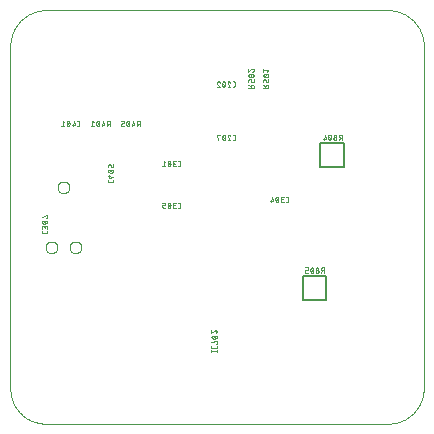
<source format=gbo>
G04 EAGLE Gerber RS-274X export*
G75*
%MOMM*%
%FSLAX35Y35*%
%LPD*%
%INsilk_bottom*%
%IPPOS*%
%AMOC8*
5,1,8,0,0,1.08239X$1,22.5*%
G01*
%ADD10C,0.000000*%
%ADD11C,0.050800*%
%ADD12C,0.127000*%


D10*
X3199983Y3499983D02*
X300074Y3499817D01*
X300074Y3499818D02*
X292788Y3499719D01*
X285506Y3499444D01*
X278233Y3498992D01*
X270973Y3498364D01*
X263730Y3497560D01*
X256509Y3496581D01*
X249314Y3495427D01*
X242149Y3494098D01*
X235018Y3492596D01*
X227926Y3490922D01*
X220876Y3489077D01*
X213874Y3487060D01*
X206922Y3484875D01*
X200025Y3482522D01*
X193188Y3480002D01*
X186413Y3477317D01*
X179706Y3474468D01*
X173070Y3471458D01*
X166509Y3468288D01*
X160026Y3464959D01*
X153626Y3461474D01*
X147313Y3457835D01*
X141089Y3454044D01*
X134960Y3450103D01*
X128928Y3446015D01*
X122996Y3441781D01*
X117170Y3437405D01*
X111451Y3432889D01*
X105843Y3428236D01*
X100349Y3423448D01*
X94974Y3418528D01*
X89719Y3413479D01*
X84589Y3408304D01*
X79585Y3403006D01*
X74711Y3397589D01*
X69970Y3392055D01*
X65365Y3386407D01*
X60898Y3380650D01*
X56572Y3374786D01*
X52390Y3368818D01*
X48353Y3362751D01*
X44465Y3356588D01*
X40727Y3350333D01*
X37143Y3343988D01*
X33713Y3337559D01*
X30440Y3331048D01*
X27326Y3324460D01*
X24372Y3317798D01*
X21581Y3311067D01*
X18954Y3304270D01*
X16493Y3297411D01*
X14199Y3290494D01*
X12073Y3283524D01*
X10117Y3276504D01*
X8332Y3269439D01*
X6718Y3262333D01*
X5278Y3255190D01*
X4011Y3248013D01*
X2918Y3240809D01*
X2001Y3233580D01*
X1259Y3226330D01*
X693Y3219065D01*
X304Y3211789D01*
X91Y3204505D01*
X92Y3204504D02*
X8Y295296D01*
X8Y295295D02*
X152Y288103D01*
X469Y280917D01*
X960Y273741D01*
X1624Y266579D01*
X2462Y259435D01*
X3471Y252313D01*
X4652Y245217D01*
X6005Y238152D01*
X7527Y231122D01*
X9219Y224131D01*
X11080Y217183D01*
X13108Y210282D01*
X15302Y203431D01*
X17661Y196636D01*
X20184Y189900D01*
X22868Y183227D01*
X25713Y176620D01*
X28717Y170084D01*
X31878Y163623D01*
X35194Y157240D01*
X38663Y150939D01*
X42284Y144723D01*
X46054Y138597D01*
X49970Y132564D01*
X54032Y126627D01*
X58235Y120790D01*
X62579Y115056D01*
X67059Y109429D01*
X71675Y103912D01*
X76422Y98508D01*
X81299Y93221D01*
X86301Y88052D01*
X91428Y83006D01*
X96674Y78086D01*
X102039Y73294D01*
X107517Y68632D01*
X113106Y64105D01*
X118803Y59713D01*
X124605Y55461D01*
X130508Y51350D01*
X136508Y47383D01*
X142602Y43562D01*
X148787Y39890D01*
X155059Y36368D01*
X161414Y32999D01*
X167849Y29784D01*
X174359Y26726D01*
X180942Y23825D01*
X187593Y21085D01*
X194308Y18506D01*
X201083Y16091D01*
X207914Y13839D01*
X214799Y11754D01*
X221731Y9835D01*
X228708Y8085D01*
X235725Y6503D01*
X242778Y5092D01*
X249863Y3851D01*
X256977Y2782D01*
X264114Y1886D01*
X271270Y1161D01*
X278442Y611D01*
X285625Y233D01*
X292815Y29D01*
X300008Y-1D01*
X300008Y0D02*
X3200000Y0D01*
X3207249Y88D01*
X3214494Y350D01*
X3221730Y788D01*
X3228954Y1401D01*
X3236161Y2187D01*
X3243347Y3148D01*
X3250507Y4282D01*
X3257638Y5589D01*
X3264735Y7068D01*
X3271795Y8717D01*
X3278812Y10537D01*
X3285784Y12526D01*
X3292705Y14683D01*
X3299572Y17006D01*
X3306381Y19495D01*
X3313128Y22148D01*
X3319809Y24962D01*
X3326420Y27938D01*
X3332957Y31072D01*
X3339417Y34363D01*
X3345795Y37810D01*
X3352088Y41409D01*
X3358292Y45160D01*
X3364404Y49059D01*
X3370419Y53105D01*
X3376336Y57295D01*
X3382149Y61627D01*
X3387856Y66098D01*
X3393453Y70705D01*
X3398937Y75447D01*
X3404305Y80319D01*
X3409553Y85320D01*
X3414680Y90447D01*
X3419681Y95695D01*
X3424553Y101063D01*
X3429295Y106547D01*
X3433902Y112144D01*
X3438373Y117851D01*
X3442705Y123664D01*
X3446895Y129581D01*
X3450941Y135596D01*
X3454840Y141708D01*
X3458591Y147912D01*
X3462190Y154205D01*
X3465637Y160583D01*
X3468928Y167043D01*
X3472062Y173580D01*
X3475038Y180191D01*
X3477852Y186872D01*
X3480505Y193619D01*
X3482994Y200428D01*
X3485317Y207295D01*
X3487474Y214216D01*
X3489463Y221188D01*
X3491283Y228205D01*
X3492932Y235265D01*
X3494411Y242362D01*
X3495718Y249493D01*
X3496852Y256653D01*
X3497813Y263839D01*
X3498599Y271046D01*
X3499212Y278270D01*
X3499650Y285506D01*
X3499912Y292751D01*
X3500000Y300000D01*
X3500000Y3199983D01*
X3499912Y3207232D01*
X3499650Y3214478D01*
X3499212Y3221714D01*
X3498599Y3228938D01*
X3497813Y3236145D01*
X3496852Y3243331D01*
X3495718Y3250492D01*
X3494411Y3257623D01*
X3492932Y3264721D01*
X3491282Y3271780D01*
X3489462Y3278798D01*
X3487473Y3285770D01*
X3485316Y3292691D01*
X3482992Y3299559D01*
X3480503Y3306368D01*
X3477851Y3313115D01*
X3475036Y3319796D01*
X3472060Y3326408D01*
X3468926Y3332945D01*
X3465634Y3339405D01*
X3462188Y3345783D01*
X3458588Y3352076D01*
X3454837Y3358280D01*
X3450938Y3364392D01*
X3446891Y3370408D01*
X3442701Y3376324D01*
X3438369Y3382137D01*
X3433898Y3387844D01*
X3429290Y3393442D01*
X3424548Y3398926D01*
X3419675Y3404294D01*
X3414674Y3409542D01*
X3409547Y3414669D01*
X3404298Y3419670D01*
X3398930Y3424542D01*
X3393445Y3429284D01*
X3387848Y3433891D01*
X3382141Y3438362D01*
X3376327Y3442694D01*
X3370411Y3446884D01*
X3364395Y3450930D01*
X3358283Y3454829D01*
X3352078Y3458580D01*
X3345785Y3462179D01*
X3339406Y3465625D01*
X3332947Y3468916D01*
X3326409Y3472051D01*
X3319798Y3475026D01*
X3313116Y3477840D01*
X3306369Y3480493D01*
X3299560Y3482981D01*
X3292692Y3485304D01*
X3285770Y3487461D01*
X3278798Y3489449D01*
X3271781Y3491269D01*
X3264721Y3492919D01*
X3257623Y3494397D01*
X3250492Y3495703D01*
X3243331Y3496837D01*
X3236145Y3497798D01*
X3228938Y3498584D01*
X3221714Y3499196D01*
X3214477Y3499633D01*
X3207232Y3499896D01*
X3199983Y3499983D01*
D11*
X1891319Y2852540D02*
X1881337Y2852540D01*
X1891319Y2852540D02*
X1891560Y2852543D01*
X1891801Y2852552D01*
X1892042Y2852566D01*
X1892282Y2852587D01*
X1892522Y2852613D01*
X1892761Y2852645D01*
X1893000Y2852682D01*
X1893237Y2852726D01*
X1893473Y2852775D01*
X1893708Y2852830D01*
X1893941Y2852891D01*
X1894173Y2852957D01*
X1894404Y2853029D01*
X1894632Y2853106D01*
X1894859Y2853189D01*
X1895083Y2853277D01*
X1895306Y2853371D01*
X1895526Y2853470D01*
X1895743Y2853574D01*
X1895958Y2853683D01*
X1896170Y2853798D01*
X1896380Y2853918D01*
X1896586Y2854043D01*
X1896789Y2854172D01*
X1896990Y2854307D01*
X1897186Y2854446D01*
X1897380Y2854591D01*
X1897570Y2854739D01*
X1897756Y2854893D01*
X1897938Y2855050D01*
X1898117Y2855213D01*
X1898292Y2855379D01*
X1898462Y2855550D01*
X1898629Y2855724D01*
X1898791Y2855903D01*
X1898949Y2856085D01*
X1899102Y2856272D01*
X1899251Y2856461D01*
X1899395Y2856655D01*
X1899534Y2856852D01*
X1899669Y2857052D01*
X1899798Y2857255D01*
X1899923Y2857462D01*
X1900043Y2857671D01*
X1900158Y2857883D01*
X1900267Y2858098D01*
X1900372Y2858316D01*
X1900471Y2858536D01*
X1900564Y2858758D01*
X1900652Y2858983D01*
X1900735Y2859209D01*
X1900813Y2859438D01*
X1900884Y2859668D01*
X1900950Y2859900D01*
X1901011Y2860133D01*
X1901066Y2860368D01*
X1901115Y2860604D01*
X1901159Y2860842D01*
X1901196Y2861080D01*
X1901228Y2861319D01*
X1901254Y2861559D01*
X1901275Y2861799D01*
X1901289Y2862040D01*
X1901298Y2862281D01*
X1901301Y2862522D01*
X1901301Y2887478D01*
X1901298Y2887723D01*
X1901289Y2887968D01*
X1901274Y2888212D01*
X1901253Y2888456D01*
X1901226Y2888700D01*
X1901193Y2888943D01*
X1901154Y2889185D01*
X1901109Y2889426D01*
X1901058Y2889665D01*
X1901002Y2889904D01*
X1900939Y2890140D01*
X1900871Y2890376D01*
X1900797Y2890609D01*
X1900717Y2890841D01*
X1900632Y2891071D01*
X1900541Y2891298D01*
X1900445Y2891523D01*
X1900343Y2891746D01*
X1900235Y2891966D01*
X1900122Y2892184D01*
X1900004Y2892398D01*
X1899881Y2892610D01*
X1899752Y2892819D01*
X1899619Y2893024D01*
X1899480Y2893226D01*
X1899337Y2893425D01*
X1899188Y2893620D01*
X1899035Y2893811D01*
X1898877Y2893998D01*
X1898715Y2894182D01*
X1898548Y2894361D01*
X1898377Y2894537D01*
X1898202Y2894708D01*
X1898022Y2894875D01*
X1897839Y2895037D01*
X1897651Y2895195D01*
X1897460Y2895348D01*
X1897265Y2895496D01*
X1897067Y2895640D01*
X1896865Y2895778D01*
X1896659Y2895912D01*
X1896451Y2896040D01*
X1896239Y2896164D01*
X1896024Y2896282D01*
X1895807Y2896395D01*
X1895587Y2896502D01*
X1895364Y2896604D01*
X1895139Y2896701D01*
X1894911Y2896792D01*
X1894682Y2896877D01*
X1894450Y2896957D01*
X1894216Y2897031D01*
X1893981Y2897099D01*
X1893744Y2897162D01*
X1893506Y2897218D01*
X1893266Y2897269D01*
X1893025Y2897314D01*
X1892783Y2897353D01*
X1892541Y2897386D01*
X1892297Y2897413D01*
X1892053Y2897434D01*
X1891808Y2897449D01*
X1891564Y2897458D01*
X1891319Y2897461D01*
X1891319Y2897460D02*
X1881337Y2897460D01*
X1849928Y2897460D02*
X1849657Y2897457D01*
X1849385Y2897447D01*
X1849115Y2897431D01*
X1848844Y2897408D01*
X1848574Y2897378D01*
X1848305Y2897342D01*
X1848037Y2897300D01*
X1847770Y2897251D01*
X1847505Y2897195D01*
X1847240Y2897134D01*
X1846978Y2897066D01*
X1846717Y2896991D01*
X1846458Y2896910D01*
X1846201Y2896823D01*
X1845946Y2896730D01*
X1845693Y2896631D01*
X1845443Y2896526D01*
X1845196Y2896414D01*
X1844951Y2896297D01*
X1844709Y2896174D01*
X1844470Y2896045D01*
X1844235Y2895910D01*
X1844003Y2895770D01*
X1843774Y2895624D01*
X1843549Y2895472D01*
X1843327Y2895315D01*
X1843110Y2895153D01*
X1842896Y2894986D01*
X1842686Y2894813D01*
X1842481Y2894636D01*
X1842280Y2894453D01*
X1842084Y2894266D01*
X1841892Y2894074D01*
X1841705Y2893878D01*
X1841522Y2893677D01*
X1841345Y2893472D01*
X1841172Y2893262D01*
X1841005Y2893048D01*
X1840843Y2892831D01*
X1840686Y2892609D01*
X1840534Y2892384D01*
X1840388Y2892155D01*
X1840248Y2891923D01*
X1840113Y2891688D01*
X1839984Y2891449D01*
X1839861Y2891207D01*
X1839744Y2890962D01*
X1839632Y2890715D01*
X1839527Y2890465D01*
X1839428Y2890212D01*
X1839335Y2889957D01*
X1839248Y2889700D01*
X1839167Y2889441D01*
X1839092Y2889180D01*
X1839024Y2888918D01*
X1838963Y2888653D01*
X1838907Y2888388D01*
X1838858Y2888121D01*
X1838816Y2887853D01*
X1838780Y2887584D01*
X1838750Y2887314D01*
X1838727Y2887043D01*
X1838711Y2886773D01*
X1838701Y2886501D01*
X1838698Y2886230D01*
X1849928Y2897460D02*
X1850277Y2897456D01*
X1850626Y2897443D01*
X1850974Y2897422D01*
X1851322Y2897393D01*
X1851668Y2897355D01*
X1852014Y2897308D01*
X1852359Y2897254D01*
X1852702Y2897191D01*
X1853044Y2897120D01*
X1853383Y2897040D01*
X1853721Y2896952D01*
X1854057Y2896857D01*
X1854390Y2896753D01*
X1854720Y2896641D01*
X1855048Y2896521D01*
X1855372Y2896393D01*
X1855694Y2896258D01*
X1856012Y2896114D01*
X1856327Y2895963D01*
X1856637Y2895805D01*
X1856944Y2895639D01*
X1857247Y2895466D01*
X1857546Y2895285D01*
X1857840Y2895097D01*
X1858129Y2894902D01*
X1858414Y2894700D01*
X1858694Y2894492D01*
X1858968Y2894276D01*
X1859237Y2894055D01*
X1859501Y2893826D01*
X1859759Y2893592D01*
X1860012Y2893351D01*
X1860258Y2893104D01*
X1860499Y2892851D01*
X1860733Y2892593D01*
X1860961Y2892328D01*
X1861183Y2892059D01*
X1861398Y2891784D01*
X1861606Y2891504D01*
X1861808Y2891219D01*
X1862002Y2890930D01*
X1862189Y2890635D01*
X1862370Y2890337D01*
X1862543Y2890034D01*
X1862708Y2889726D01*
X1862866Y2889415D01*
X1863017Y2889101D01*
X1863160Y2888782D01*
X1863295Y2888461D01*
X1863422Y2888136D01*
X1863542Y2887808D01*
X1863653Y2887477D01*
X1842441Y2877495D02*
X1842229Y2877702D01*
X1842023Y2877914D01*
X1841821Y2878131D01*
X1841625Y2878353D01*
X1841435Y2878579D01*
X1841250Y2878810D01*
X1841071Y2879046D01*
X1840897Y2879286D01*
X1840730Y2879530D01*
X1840568Y2879778D01*
X1840413Y2880030D01*
X1840264Y2880286D01*
X1840122Y2880545D01*
X1839985Y2880808D01*
X1839856Y2881074D01*
X1839732Y2881343D01*
X1839616Y2881615D01*
X1839506Y2881890D01*
X1839403Y2882167D01*
X1839306Y2882447D01*
X1839217Y2882729D01*
X1839135Y2883014D01*
X1839059Y2883300D01*
X1838991Y2883588D01*
X1838930Y2883877D01*
X1838875Y2884168D01*
X1838828Y2884460D01*
X1838789Y2884754D01*
X1838756Y2885048D01*
X1838731Y2885343D01*
X1838713Y2885638D01*
X1838702Y2885934D01*
X1838698Y2886230D01*
X1842441Y2877495D02*
X1863653Y2852540D01*
X1838698Y2852540D01*
X1818654Y2875000D02*
X1818643Y2875884D01*
X1818612Y2876767D01*
X1818559Y2877649D01*
X1818485Y2878530D01*
X1818391Y2879408D01*
X1818275Y2880284D01*
X1818138Y2881157D01*
X1817981Y2882027D01*
X1817803Y2882893D01*
X1817604Y2883754D01*
X1817385Y2884610D01*
X1817145Y2885460D01*
X1816886Y2886305D01*
X1816606Y2887143D01*
X1816306Y2887974D01*
X1815986Y2888798D01*
X1815647Y2889614D01*
X1815289Y2890422D01*
X1814911Y2891221D01*
X1814910Y2891221D02*
X1814835Y2891433D01*
X1814754Y2891642D01*
X1814668Y2891850D01*
X1814578Y2892056D01*
X1814482Y2892259D01*
X1814382Y2892460D01*
X1814276Y2892658D01*
X1814166Y2892854D01*
X1814051Y2893047D01*
X1813932Y2893237D01*
X1813808Y2893424D01*
X1813679Y2893608D01*
X1813546Y2893789D01*
X1813408Y2893966D01*
X1813267Y2894141D01*
X1813121Y2894311D01*
X1812971Y2894478D01*
X1812817Y2894642D01*
X1812659Y2894801D01*
X1812497Y2894957D01*
X1812331Y2895109D01*
X1812162Y2895257D01*
X1811989Y2895400D01*
X1811813Y2895539D01*
X1811634Y2895674D01*
X1811451Y2895805D01*
X1811265Y2895931D01*
X1811076Y2896052D01*
X1810884Y2896169D01*
X1810690Y2896281D01*
X1810493Y2896389D01*
X1810293Y2896491D01*
X1810091Y2896589D01*
X1809886Y2896682D01*
X1809679Y2896770D01*
X1809471Y2896852D01*
X1809260Y2896930D01*
X1809047Y2897002D01*
X1808833Y2897069D01*
X1808617Y2897131D01*
X1808400Y2897188D01*
X1808181Y2897240D01*
X1807961Y2897286D01*
X1807741Y2897326D01*
X1807519Y2897362D01*
X1807296Y2897392D01*
X1807073Y2897416D01*
X1806849Y2897435D01*
X1806625Y2897449D01*
X1806401Y2897457D01*
X1806176Y2897460D01*
X1805951Y2897457D01*
X1805727Y2897449D01*
X1805503Y2897435D01*
X1805279Y2897416D01*
X1805056Y2897392D01*
X1804833Y2897362D01*
X1804611Y2897326D01*
X1804391Y2897286D01*
X1804171Y2897240D01*
X1803952Y2897188D01*
X1803735Y2897131D01*
X1803519Y2897069D01*
X1803305Y2897002D01*
X1803092Y2896930D01*
X1802881Y2896852D01*
X1802672Y2896770D01*
X1802466Y2896682D01*
X1802261Y2896589D01*
X1802059Y2896491D01*
X1801859Y2896389D01*
X1801662Y2896281D01*
X1801467Y2896169D01*
X1801275Y2896052D01*
X1801087Y2895931D01*
X1800901Y2895805D01*
X1800718Y2895674D01*
X1800538Y2895539D01*
X1800362Y2895400D01*
X1800189Y2895257D01*
X1800020Y2895109D01*
X1799855Y2894957D01*
X1799693Y2894801D01*
X1799535Y2894642D01*
X1799381Y2894478D01*
X1799231Y2894311D01*
X1799085Y2894141D01*
X1798943Y2893966D01*
X1798806Y2893789D01*
X1798672Y2893608D01*
X1798544Y2893424D01*
X1798420Y2893237D01*
X1798300Y2893046D01*
X1798185Y2892853D01*
X1798075Y2892658D01*
X1797970Y2892459D01*
X1797869Y2892259D01*
X1797773Y2892055D01*
X1797683Y2891850D01*
X1797597Y2891642D01*
X1797517Y2891433D01*
X1797441Y2891221D01*
X1797063Y2890422D01*
X1796705Y2889614D01*
X1796366Y2888798D01*
X1796046Y2887974D01*
X1795746Y2887143D01*
X1795466Y2886305D01*
X1795207Y2885460D01*
X1794967Y2884610D01*
X1794748Y2883754D01*
X1794549Y2882893D01*
X1794371Y2882027D01*
X1794214Y2881157D01*
X1794077Y2880284D01*
X1793961Y2879408D01*
X1793867Y2878530D01*
X1793793Y2877649D01*
X1793740Y2876767D01*
X1793709Y2875884D01*
X1793698Y2875000D01*
X1818653Y2875000D02*
X1818642Y2874116D01*
X1818611Y2873233D01*
X1818558Y2872351D01*
X1818484Y2871470D01*
X1818390Y2870592D01*
X1818274Y2869716D01*
X1818137Y2868843D01*
X1817980Y2867973D01*
X1817802Y2867107D01*
X1817603Y2866246D01*
X1817384Y2865390D01*
X1817144Y2864540D01*
X1816885Y2863695D01*
X1816605Y2862857D01*
X1816305Y2862025D01*
X1815985Y2861201D01*
X1815646Y2860385D01*
X1815288Y2859578D01*
X1814910Y2858779D01*
X1814910Y2858778D02*
X1814834Y2858567D01*
X1814754Y2858357D01*
X1814668Y2858150D01*
X1814578Y2857944D01*
X1814482Y2857741D01*
X1814382Y2857540D01*
X1814276Y2857342D01*
X1814166Y2857146D01*
X1814051Y2856953D01*
X1813932Y2856763D01*
X1813807Y2856576D01*
X1813679Y2856392D01*
X1813546Y2856211D01*
X1813408Y2856033D01*
X1813267Y2855859D01*
X1813121Y2855689D01*
X1812971Y2855521D01*
X1812817Y2855358D01*
X1812659Y2855198D01*
X1812497Y2855043D01*
X1812331Y2854891D01*
X1812162Y2854743D01*
X1811989Y2854600D01*
X1811813Y2854461D01*
X1811634Y2854326D01*
X1811451Y2854195D01*
X1811265Y2854069D01*
X1811076Y2853948D01*
X1810884Y2853831D01*
X1810690Y2853719D01*
X1810492Y2853611D01*
X1810293Y2853509D01*
X1810090Y2853411D01*
X1809886Y2853318D01*
X1809679Y2853230D01*
X1809470Y2853148D01*
X1809260Y2853070D01*
X1809047Y2852998D01*
X1808833Y2852931D01*
X1808617Y2852869D01*
X1808400Y2852812D01*
X1808181Y2852760D01*
X1807961Y2852714D01*
X1807740Y2852674D01*
X1807519Y2852638D01*
X1807296Y2852608D01*
X1807073Y2852584D01*
X1806849Y2852565D01*
X1806625Y2852551D01*
X1806401Y2852543D01*
X1806176Y2852540D01*
X1797441Y2858779D02*
X1797063Y2859578D01*
X1796705Y2860385D01*
X1796366Y2861201D01*
X1796046Y2862025D01*
X1795746Y2862857D01*
X1795466Y2863695D01*
X1795207Y2864540D01*
X1794967Y2865390D01*
X1794748Y2866246D01*
X1794549Y2867107D01*
X1794371Y2867973D01*
X1794214Y2868843D01*
X1794077Y2869716D01*
X1793961Y2870592D01*
X1793867Y2871470D01*
X1793793Y2872351D01*
X1793740Y2873233D01*
X1793709Y2874116D01*
X1793698Y2875000D01*
X1797441Y2858779D02*
X1797517Y2858567D01*
X1797597Y2858357D01*
X1797683Y2858150D01*
X1797774Y2857944D01*
X1797869Y2857741D01*
X1797970Y2857540D01*
X1798075Y2857342D01*
X1798185Y2857146D01*
X1798300Y2856953D01*
X1798420Y2856763D01*
X1798544Y2856576D01*
X1798673Y2856392D01*
X1798806Y2856211D01*
X1798943Y2856034D01*
X1799085Y2855859D01*
X1799231Y2855689D01*
X1799381Y2855522D01*
X1799535Y2855358D01*
X1799693Y2855198D01*
X1799855Y2855043D01*
X1800020Y2854891D01*
X1800190Y2854743D01*
X1800362Y2854600D01*
X1800539Y2854461D01*
X1800718Y2854326D01*
X1800901Y2854195D01*
X1801087Y2854069D01*
X1801276Y2853948D01*
X1801467Y2853831D01*
X1801662Y2853719D01*
X1801859Y2853611D01*
X1802059Y2853509D01*
X1802261Y2853411D01*
X1802466Y2853318D01*
X1802673Y2853230D01*
X1802881Y2853148D01*
X1803092Y2853070D01*
X1803305Y2852998D01*
X1803519Y2852931D01*
X1803735Y2852869D01*
X1803952Y2852812D01*
X1804171Y2852760D01*
X1804391Y2852714D01*
X1804611Y2852674D01*
X1804833Y2852638D01*
X1805056Y2852608D01*
X1805279Y2852584D01*
X1805503Y2852565D01*
X1805727Y2852551D01*
X1805951Y2852543D01*
X1806176Y2852540D01*
X1816158Y2862522D02*
X1796193Y2887478D01*
X1759928Y2897460D02*
X1759657Y2897457D01*
X1759385Y2897447D01*
X1759115Y2897431D01*
X1758844Y2897408D01*
X1758574Y2897378D01*
X1758305Y2897342D01*
X1758037Y2897300D01*
X1757770Y2897251D01*
X1757505Y2897195D01*
X1757240Y2897134D01*
X1756978Y2897066D01*
X1756717Y2896991D01*
X1756458Y2896910D01*
X1756201Y2896823D01*
X1755946Y2896730D01*
X1755693Y2896631D01*
X1755443Y2896526D01*
X1755196Y2896414D01*
X1754951Y2896297D01*
X1754709Y2896174D01*
X1754470Y2896045D01*
X1754235Y2895910D01*
X1754003Y2895770D01*
X1753774Y2895624D01*
X1753549Y2895472D01*
X1753327Y2895315D01*
X1753110Y2895153D01*
X1752896Y2894986D01*
X1752686Y2894813D01*
X1752481Y2894636D01*
X1752280Y2894453D01*
X1752084Y2894266D01*
X1751892Y2894074D01*
X1751705Y2893878D01*
X1751522Y2893677D01*
X1751345Y2893472D01*
X1751172Y2893262D01*
X1751005Y2893048D01*
X1750843Y2892831D01*
X1750686Y2892609D01*
X1750534Y2892384D01*
X1750388Y2892155D01*
X1750248Y2891923D01*
X1750113Y2891688D01*
X1749984Y2891449D01*
X1749861Y2891207D01*
X1749744Y2890962D01*
X1749632Y2890715D01*
X1749527Y2890465D01*
X1749428Y2890212D01*
X1749335Y2889957D01*
X1749248Y2889700D01*
X1749167Y2889441D01*
X1749092Y2889180D01*
X1749024Y2888918D01*
X1748963Y2888653D01*
X1748907Y2888388D01*
X1748858Y2888121D01*
X1748816Y2887853D01*
X1748780Y2887584D01*
X1748750Y2887314D01*
X1748727Y2887043D01*
X1748711Y2886773D01*
X1748701Y2886501D01*
X1748698Y2886230D01*
X1759928Y2897460D02*
X1760277Y2897456D01*
X1760626Y2897443D01*
X1760974Y2897422D01*
X1761322Y2897393D01*
X1761668Y2897355D01*
X1762014Y2897308D01*
X1762359Y2897254D01*
X1762702Y2897191D01*
X1763044Y2897120D01*
X1763383Y2897040D01*
X1763721Y2896952D01*
X1764057Y2896857D01*
X1764390Y2896753D01*
X1764720Y2896641D01*
X1765048Y2896521D01*
X1765372Y2896393D01*
X1765694Y2896258D01*
X1766012Y2896114D01*
X1766327Y2895963D01*
X1766637Y2895805D01*
X1766944Y2895639D01*
X1767247Y2895466D01*
X1767546Y2895285D01*
X1767840Y2895097D01*
X1768129Y2894902D01*
X1768414Y2894700D01*
X1768694Y2894492D01*
X1768968Y2894276D01*
X1769237Y2894055D01*
X1769501Y2893826D01*
X1769759Y2893592D01*
X1770012Y2893351D01*
X1770258Y2893104D01*
X1770499Y2892851D01*
X1770733Y2892593D01*
X1770961Y2892328D01*
X1771183Y2892059D01*
X1771398Y2891784D01*
X1771606Y2891504D01*
X1771808Y2891219D01*
X1772002Y2890930D01*
X1772189Y2890635D01*
X1772370Y2890337D01*
X1772543Y2890034D01*
X1772708Y2889726D01*
X1772866Y2889415D01*
X1773017Y2889101D01*
X1773160Y2888782D01*
X1773295Y2888461D01*
X1773422Y2888136D01*
X1773542Y2887808D01*
X1773653Y2887477D01*
X1752442Y2877495D02*
X1752230Y2877702D01*
X1752024Y2877914D01*
X1751822Y2878131D01*
X1751626Y2878353D01*
X1751436Y2878579D01*
X1751251Y2878810D01*
X1751072Y2879046D01*
X1750898Y2879286D01*
X1750731Y2879530D01*
X1750569Y2879778D01*
X1750414Y2880030D01*
X1750265Y2880286D01*
X1750123Y2880545D01*
X1749986Y2880808D01*
X1749857Y2881074D01*
X1749733Y2881343D01*
X1749617Y2881615D01*
X1749507Y2881890D01*
X1749404Y2882167D01*
X1749307Y2882447D01*
X1749218Y2882729D01*
X1749136Y2883014D01*
X1749060Y2883300D01*
X1748992Y2883588D01*
X1748931Y2883877D01*
X1748876Y2884168D01*
X1748829Y2884460D01*
X1748790Y2884754D01*
X1748757Y2885048D01*
X1748732Y2885343D01*
X1748714Y2885638D01*
X1748703Y2885934D01*
X1748699Y2886230D01*
X1752442Y2877495D02*
X1773654Y2852540D01*
X1748698Y2852540D01*
X1881337Y2402540D02*
X1891319Y2402540D01*
X1891560Y2402543D01*
X1891801Y2402552D01*
X1892042Y2402566D01*
X1892282Y2402587D01*
X1892522Y2402613D01*
X1892761Y2402645D01*
X1893000Y2402682D01*
X1893237Y2402726D01*
X1893473Y2402775D01*
X1893708Y2402830D01*
X1893941Y2402891D01*
X1894173Y2402957D01*
X1894404Y2403029D01*
X1894632Y2403106D01*
X1894859Y2403189D01*
X1895083Y2403277D01*
X1895306Y2403371D01*
X1895526Y2403470D01*
X1895743Y2403574D01*
X1895958Y2403683D01*
X1896170Y2403798D01*
X1896380Y2403918D01*
X1896586Y2404043D01*
X1896789Y2404172D01*
X1896990Y2404307D01*
X1897186Y2404446D01*
X1897380Y2404591D01*
X1897570Y2404739D01*
X1897756Y2404893D01*
X1897938Y2405050D01*
X1898117Y2405213D01*
X1898292Y2405379D01*
X1898462Y2405550D01*
X1898629Y2405724D01*
X1898791Y2405903D01*
X1898949Y2406085D01*
X1899102Y2406272D01*
X1899251Y2406461D01*
X1899395Y2406655D01*
X1899534Y2406852D01*
X1899669Y2407052D01*
X1899798Y2407255D01*
X1899923Y2407462D01*
X1900043Y2407671D01*
X1900158Y2407883D01*
X1900267Y2408098D01*
X1900372Y2408316D01*
X1900471Y2408536D01*
X1900564Y2408758D01*
X1900652Y2408983D01*
X1900735Y2409209D01*
X1900813Y2409438D01*
X1900884Y2409668D01*
X1900950Y2409900D01*
X1901011Y2410133D01*
X1901066Y2410368D01*
X1901115Y2410604D01*
X1901159Y2410842D01*
X1901196Y2411080D01*
X1901228Y2411319D01*
X1901254Y2411559D01*
X1901275Y2411799D01*
X1901289Y2412040D01*
X1901298Y2412281D01*
X1901301Y2412522D01*
X1901302Y2412522D02*
X1901302Y2437478D01*
X1901299Y2437723D01*
X1901290Y2437968D01*
X1901275Y2438212D01*
X1901254Y2438456D01*
X1901227Y2438700D01*
X1901194Y2438943D01*
X1901155Y2439185D01*
X1901110Y2439426D01*
X1901059Y2439665D01*
X1901003Y2439904D01*
X1900940Y2440140D01*
X1900872Y2440376D01*
X1900798Y2440609D01*
X1900718Y2440841D01*
X1900633Y2441071D01*
X1900542Y2441298D01*
X1900446Y2441523D01*
X1900344Y2441746D01*
X1900236Y2441966D01*
X1900123Y2442184D01*
X1900005Y2442398D01*
X1899882Y2442610D01*
X1899753Y2442819D01*
X1899620Y2443024D01*
X1899481Y2443226D01*
X1899338Y2443425D01*
X1899189Y2443620D01*
X1899036Y2443811D01*
X1898878Y2443998D01*
X1898716Y2444182D01*
X1898549Y2444361D01*
X1898378Y2444537D01*
X1898203Y2444708D01*
X1898023Y2444875D01*
X1897840Y2445037D01*
X1897652Y2445195D01*
X1897461Y2445348D01*
X1897266Y2445496D01*
X1897068Y2445640D01*
X1896866Y2445778D01*
X1896660Y2445912D01*
X1896452Y2446040D01*
X1896240Y2446164D01*
X1896025Y2446282D01*
X1895808Y2446395D01*
X1895588Y2446502D01*
X1895365Y2446604D01*
X1895140Y2446701D01*
X1894912Y2446792D01*
X1894683Y2446877D01*
X1894451Y2446957D01*
X1894217Y2447031D01*
X1893982Y2447099D01*
X1893745Y2447162D01*
X1893507Y2447218D01*
X1893267Y2447269D01*
X1893026Y2447314D01*
X1892784Y2447353D01*
X1892542Y2447386D01*
X1892298Y2447413D01*
X1892054Y2447434D01*
X1891809Y2447449D01*
X1891565Y2447458D01*
X1891320Y2447461D01*
X1891319Y2447460D02*
X1881337Y2447460D01*
X1849928Y2447460D02*
X1849657Y2447457D01*
X1849385Y2447447D01*
X1849115Y2447431D01*
X1848844Y2447408D01*
X1848574Y2447378D01*
X1848305Y2447342D01*
X1848037Y2447300D01*
X1847770Y2447251D01*
X1847505Y2447195D01*
X1847240Y2447134D01*
X1846978Y2447066D01*
X1846717Y2446991D01*
X1846458Y2446910D01*
X1846201Y2446823D01*
X1845946Y2446730D01*
X1845693Y2446631D01*
X1845443Y2446526D01*
X1845196Y2446414D01*
X1844951Y2446297D01*
X1844709Y2446174D01*
X1844470Y2446045D01*
X1844235Y2445910D01*
X1844003Y2445770D01*
X1843774Y2445624D01*
X1843549Y2445472D01*
X1843327Y2445315D01*
X1843110Y2445153D01*
X1842896Y2444986D01*
X1842686Y2444813D01*
X1842481Y2444636D01*
X1842280Y2444453D01*
X1842084Y2444266D01*
X1841892Y2444074D01*
X1841705Y2443878D01*
X1841522Y2443677D01*
X1841345Y2443472D01*
X1841172Y2443262D01*
X1841005Y2443048D01*
X1840843Y2442831D01*
X1840686Y2442609D01*
X1840534Y2442384D01*
X1840388Y2442155D01*
X1840248Y2441923D01*
X1840113Y2441688D01*
X1839984Y2441449D01*
X1839861Y2441207D01*
X1839744Y2440962D01*
X1839632Y2440715D01*
X1839527Y2440465D01*
X1839428Y2440212D01*
X1839335Y2439957D01*
X1839248Y2439700D01*
X1839167Y2439441D01*
X1839092Y2439180D01*
X1839024Y2438918D01*
X1838963Y2438653D01*
X1838907Y2438388D01*
X1838858Y2438121D01*
X1838816Y2437853D01*
X1838780Y2437584D01*
X1838750Y2437314D01*
X1838727Y2437043D01*
X1838711Y2436773D01*
X1838701Y2436501D01*
X1838698Y2436230D01*
X1849928Y2447460D02*
X1850277Y2447456D01*
X1850626Y2447443D01*
X1850974Y2447422D01*
X1851322Y2447393D01*
X1851668Y2447355D01*
X1852014Y2447308D01*
X1852359Y2447254D01*
X1852702Y2447191D01*
X1853044Y2447120D01*
X1853383Y2447040D01*
X1853721Y2446952D01*
X1854057Y2446857D01*
X1854390Y2446753D01*
X1854720Y2446641D01*
X1855048Y2446521D01*
X1855372Y2446393D01*
X1855694Y2446258D01*
X1856012Y2446114D01*
X1856327Y2445963D01*
X1856637Y2445805D01*
X1856944Y2445639D01*
X1857247Y2445466D01*
X1857546Y2445285D01*
X1857840Y2445097D01*
X1858129Y2444902D01*
X1858414Y2444700D01*
X1858694Y2444492D01*
X1858968Y2444276D01*
X1859237Y2444055D01*
X1859501Y2443826D01*
X1859759Y2443592D01*
X1860012Y2443351D01*
X1860258Y2443104D01*
X1860499Y2442851D01*
X1860733Y2442593D01*
X1860961Y2442328D01*
X1861183Y2442059D01*
X1861398Y2441784D01*
X1861606Y2441504D01*
X1861808Y2441219D01*
X1862002Y2440930D01*
X1862189Y2440635D01*
X1862370Y2440337D01*
X1862543Y2440034D01*
X1862708Y2439726D01*
X1862866Y2439415D01*
X1863017Y2439101D01*
X1863160Y2438782D01*
X1863295Y2438461D01*
X1863422Y2438136D01*
X1863542Y2437808D01*
X1863653Y2437477D01*
X1842441Y2427495D02*
X1842229Y2427702D01*
X1842023Y2427914D01*
X1841821Y2428131D01*
X1841625Y2428353D01*
X1841435Y2428579D01*
X1841250Y2428810D01*
X1841071Y2429046D01*
X1840897Y2429286D01*
X1840730Y2429530D01*
X1840568Y2429778D01*
X1840413Y2430030D01*
X1840264Y2430286D01*
X1840122Y2430545D01*
X1839985Y2430808D01*
X1839856Y2431074D01*
X1839732Y2431343D01*
X1839616Y2431615D01*
X1839506Y2431890D01*
X1839403Y2432167D01*
X1839306Y2432447D01*
X1839217Y2432729D01*
X1839135Y2433014D01*
X1839059Y2433300D01*
X1838991Y2433588D01*
X1838930Y2433877D01*
X1838875Y2434168D01*
X1838828Y2434460D01*
X1838789Y2434754D01*
X1838756Y2435048D01*
X1838731Y2435343D01*
X1838713Y2435638D01*
X1838702Y2435934D01*
X1838698Y2436230D01*
X1842441Y2427495D02*
X1863653Y2402540D01*
X1838698Y2402540D01*
X1818654Y2425000D02*
X1818643Y2425884D01*
X1818612Y2426767D01*
X1818559Y2427649D01*
X1818485Y2428530D01*
X1818391Y2429408D01*
X1818275Y2430284D01*
X1818138Y2431157D01*
X1817981Y2432027D01*
X1817803Y2432893D01*
X1817604Y2433754D01*
X1817385Y2434610D01*
X1817145Y2435460D01*
X1816886Y2436305D01*
X1816606Y2437143D01*
X1816306Y2437974D01*
X1815986Y2438798D01*
X1815647Y2439614D01*
X1815289Y2440422D01*
X1814911Y2441221D01*
X1814910Y2441221D02*
X1814835Y2441433D01*
X1814754Y2441642D01*
X1814668Y2441850D01*
X1814578Y2442056D01*
X1814482Y2442259D01*
X1814382Y2442460D01*
X1814276Y2442658D01*
X1814166Y2442854D01*
X1814051Y2443047D01*
X1813932Y2443237D01*
X1813808Y2443424D01*
X1813679Y2443608D01*
X1813546Y2443789D01*
X1813408Y2443966D01*
X1813267Y2444141D01*
X1813121Y2444311D01*
X1812971Y2444478D01*
X1812817Y2444642D01*
X1812659Y2444801D01*
X1812497Y2444957D01*
X1812331Y2445109D01*
X1812162Y2445257D01*
X1811989Y2445400D01*
X1811813Y2445539D01*
X1811634Y2445674D01*
X1811451Y2445805D01*
X1811265Y2445931D01*
X1811076Y2446052D01*
X1810884Y2446169D01*
X1810690Y2446281D01*
X1810493Y2446389D01*
X1810293Y2446491D01*
X1810091Y2446589D01*
X1809886Y2446682D01*
X1809679Y2446770D01*
X1809471Y2446852D01*
X1809260Y2446930D01*
X1809047Y2447002D01*
X1808833Y2447069D01*
X1808617Y2447131D01*
X1808400Y2447188D01*
X1808181Y2447240D01*
X1807961Y2447286D01*
X1807741Y2447326D01*
X1807519Y2447362D01*
X1807296Y2447392D01*
X1807073Y2447416D01*
X1806849Y2447435D01*
X1806625Y2447449D01*
X1806401Y2447457D01*
X1806176Y2447460D01*
X1805951Y2447457D01*
X1805727Y2447449D01*
X1805503Y2447435D01*
X1805279Y2447416D01*
X1805056Y2447392D01*
X1804833Y2447362D01*
X1804611Y2447326D01*
X1804391Y2447286D01*
X1804171Y2447240D01*
X1803952Y2447188D01*
X1803735Y2447131D01*
X1803519Y2447069D01*
X1803305Y2447002D01*
X1803092Y2446930D01*
X1802881Y2446852D01*
X1802672Y2446770D01*
X1802466Y2446682D01*
X1802261Y2446589D01*
X1802059Y2446491D01*
X1801859Y2446389D01*
X1801662Y2446281D01*
X1801467Y2446169D01*
X1801275Y2446052D01*
X1801087Y2445931D01*
X1800901Y2445805D01*
X1800718Y2445674D01*
X1800538Y2445539D01*
X1800362Y2445400D01*
X1800189Y2445257D01*
X1800020Y2445109D01*
X1799855Y2444957D01*
X1799693Y2444801D01*
X1799535Y2444642D01*
X1799381Y2444478D01*
X1799231Y2444311D01*
X1799085Y2444141D01*
X1798943Y2443966D01*
X1798806Y2443789D01*
X1798672Y2443608D01*
X1798544Y2443424D01*
X1798420Y2443237D01*
X1798300Y2443046D01*
X1798185Y2442853D01*
X1798075Y2442658D01*
X1797970Y2442459D01*
X1797869Y2442259D01*
X1797773Y2442055D01*
X1797683Y2441850D01*
X1797597Y2441642D01*
X1797517Y2441433D01*
X1797441Y2441221D01*
X1797063Y2440422D01*
X1796705Y2439614D01*
X1796366Y2438798D01*
X1796046Y2437974D01*
X1795746Y2437143D01*
X1795466Y2436305D01*
X1795207Y2435460D01*
X1794967Y2434610D01*
X1794748Y2433754D01*
X1794549Y2432893D01*
X1794371Y2432027D01*
X1794214Y2431157D01*
X1794077Y2430284D01*
X1793961Y2429408D01*
X1793867Y2428530D01*
X1793793Y2427649D01*
X1793740Y2426767D01*
X1793709Y2425884D01*
X1793698Y2425000D01*
X1818654Y2425000D02*
X1818643Y2424116D01*
X1818612Y2423233D01*
X1818559Y2422351D01*
X1818485Y2421470D01*
X1818391Y2420592D01*
X1818275Y2419716D01*
X1818138Y2418843D01*
X1817981Y2417973D01*
X1817803Y2417107D01*
X1817604Y2416246D01*
X1817385Y2415390D01*
X1817145Y2414540D01*
X1816886Y2413695D01*
X1816606Y2412857D01*
X1816306Y2412025D01*
X1815986Y2411201D01*
X1815647Y2410385D01*
X1815289Y2409578D01*
X1814911Y2408779D01*
X1814910Y2408778D02*
X1814834Y2408567D01*
X1814754Y2408357D01*
X1814668Y2408150D01*
X1814578Y2407944D01*
X1814482Y2407741D01*
X1814382Y2407540D01*
X1814276Y2407342D01*
X1814166Y2407146D01*
X1814051Y2406953D01*
X1813932Y2406763D01*
X1813807Y2406576D01*
X1813679Y2406392D01*
X1813546Y2406211D01*
X1813408Y2406033D01*
X1813267Y2405859D01*
X1813121Y2405689D01*
X1812971Y2405521D01*
X1812817Y2405358D01*
X1812659Y2405198D01*
X1812497Y2405043D01*
X1812331Y2404891D01*
X1812162Y2404743D01*
X1811989Y2404600D01*
X1811813Y2404461D01*
X1811634Y2404326D01*
X1811451Y2404195D01*
X1811265Y2404069D01*
X1811076Y2403948D01*
X1810884Y2403831D01*
X1810690Y2403719D01*
X1810492Y2403611D01*
X1810293Y2403509D01*
X1810090Y2403411D01*
X1809886Y2403318D01*
X1809679Y2403230D01*
X1809470Y2403148D01*
X1809260Y2403070D01*
X1809047Y2402998D01*
X1808833Y2402931D01*
X1808617Y2402869D01*
X1808400Y2402812D01*
X1808181Y2402760D01*
X1807961Y2402714D01*
X1807740Y2402674D01*
X1807519Y2402638D01*
X1807296Y2402608D01*
X1807073Y2402584D01*
X1806849Y2402565D01*
X1806625Y2402551D01*
X1806401Y2402543D01*
X1806176Y2402540D01*
X1797441Y2408779D02*
X1797063Y2409578D01*
X1796705Y2410385D01*
X1796366Y2411201D01*
X1796046Y2412025D01*
X1795746Y2412857D01*
X1795466Y2413695D01*
X1795207Y2414540D01*
X1794967Y2415390D01*
X1794748Y2416246D01*
X1794549Y2417107D01*
X1794371Y2417973D01*
X1794214Y2418843D01*
X1794077Y2419716D01*
X1793961Y2420592D01*
X1793867Y2421470D01*
X1793793Y2422351D01*
X1793740Y2423233D01*
X1793709Y2424116D01*
X1793698Y2425000D01*
X1797441Y2408779D02*
X1797517Y2408567D01*
X1797597Y2408357D01*
X1797683Y2408150D01*
X1797774Y2407944D01*
X1797869Y2407741D01*
X1797970Y2407540D01*
X1798075Y2407342D01*
X1798185Y2407146D01*
X1798300Y2406953D01*
X1798420Y2406763D01*
X1798544Y2406576D01*
X1798673Y2406392D01*
X1798806Y2406211D01*
X1798943Y2406034D01*
X1799085Y2405859D01*
X1799231Y2405689D01*
X1799381Y2405522D01*
X1799535Y2405358D01*
X1799693Y2405198D01*
X1799855Y2405043D01*
X1800020Y2404891D01*
X1800190Y2404743D01*
X1800362Y2404600D01*
X1800539Y2404461D01*
X1800718Y2404326D01*
X1800901Y2404195D01*
X1801087Y2404069D01*
X1801276Y2403948D01*
X1801467Y2403831D01*
X1801662Y2403719D01*
X1801859Y2403611D01*
X1802059Y2403509D01*
X1802261Y2403411D01*
X1802466Y2403318D01*
X1802673Y2403230D01*
X1802881Y2403148D01*
X1803092Y2403070D01*
X1803305Y2402998D01*
X1803519Y2402931D01*
X1803735Y2402869D01*
X1803952Y2402812D01*
X1804171Y2402760D01*
X1804391Y2402714D01*
X1804611Y2402674D01*
X1804833Y2402638D01*
X1805056Y2402608D01*
X1805279Y2402584D01*
X1805503Y2402565D01*
X1805727Y2402551D01*
X1805951Y2402543D01*
X1806176Y2402540D01*
X1816158Y2412522D02*
X1796194Y2437478D01*
X1773654Y2442469D02*
X1773654Y2447460D01*
X1748699Y2447460D01*
X1761177Y2402540D01*
X1428819Y2177540D02*
X1418837Y2177540D01*
X1428819Y2177540D02*
X1429060Y2177543D01*
X1429301Y2177552D01*
X1429542Y2177566D01*
X1429782Y2177587D01*
X1430022Y2177613D01*
X1430261Y2177645D01*
X1430500Y2177682D01*
X1430737Y2177726D01*
X1430973Y2177775D01*
X1431208Y2177830D01*
X1431441Y2177891D01*
X1431673Y2177957D01*
X1431904Y2178029D01*
X1432132Y2178106D01*
X1432359Y2178189D01*
X1432583Y2178277D01*
X1432806Y2178371D01*
X1433026Y2178470D01*
X1433243Y2178574D01*
X1433458Y2178683D01*
X1433670Y2178798D01*
X1433880Y2178918D01*
X1434086Y2179043D01*
X1434289Y2179172D01*
X1434490Y2179307D01*
X1434686Y2179446D01*
X1434880Y2179591D01*
X1435070Y2179739D01*
X1435256Y2179893D01*
X1435438Y2180050D01*
X1435617Y2180213D01*
X1435792Y2180379D01*
X1435962Y2180550D01*
X1436129Y2180724D01*
X1436291Y2180903D01*
X1436449Y2181085D01*
X1436602Y2181272D01*
X1436751Y2181461D01*
X1436895Y2181655D01*
X1437034Y2181852D01*
X1437169Y2182052D01*
X1437298Y2182255D01*
X1437423Y2182462D01*
X1437543Y2182671D01*
X1437658Y2182883D01*
X1437767Y2183098D01*
X1437872Y2183316D01*
X1437971Y2183536D01*
X1438064Y2183758D01*
X1438152Y2183983D01*
X1438235Y2184209D01*
X1438313Y2184438D01*
X1438384Y2184668D01*
X1438450Y2184900D01*
X1438511Y2185133D01*
X1438566Y2185368D01*
X1438615Y2185604D01*
X1438659Y2185842D01*
X1438696Y2186080D01*
X1438728Y2186319D01*
X1438754Y2186559D01*
X1438775Y2186799D01*
X1438789Y2187040D01*
X1438798Y2187281D01*
X1438801Y2187522D01*
X1438801Y2212478D01*
X1438798Y2212723D01*
X1438789Y2212968D01*
X1438774Y2213212D01*
X1438753Y2213456D01*
X1438726Y2213700D01*
X1438693Y2213943D01*
X1438654Y2214185D01*
X1438609Y2214426D01*
X1438558Y2214665D01*
X1438502Y2214904D01*
X1438439Y2215140D01*
X1438371Y2215376D01*
X1438297Y2215609D01*
X1438217Y2215841D01*
X1438132Y2216071D01*
X1438041Y2216298D01*
X1437945Y2216523D01*
X1437843Y2216746D01*
X1437735Y2216966D01*
X1437622Y2217184D01*
X1437504Y2217398D01*
X1437381Y2217610D01*
X1437252Y2217819D01*
X1437119Y2218024D01*
X1436980Y2218226D01*
X1436837Y2218425D01*
X1436688Y2218620D01*
X1436535Y2218811D01*
X1436377Y2218998D01*
X1436215Y2219182D01*
X1436048Y2219361D01*
X1435877Y2219537D01*
X1435702Y2219708D01*
X1435522Y2219875D01*
X1435339Y2220037D01*
X1435151Y2220195D01*
X1434960Y2220348D01*
X1434765Y2220496D01*
X1434567Y2220640D01*
X1434365Y2220778D01*
X1434159Y2220912D01*
X1433951Y2221040D01*
X1433739Y2221164D01*
X1433524Y2221282D01*
X1433307Y2221395D01*
X1433087Y2221502D01*
X1432864Y2221604D01*
X1432639Y2221701D01*
X1432411Y2221792D01*
X1432182Y2221877D01*
X1431950Y2221957D01*
X1431716Y2222031D01*
X1431481Y2222099D01*
X1431244Y2222162D01*
X1431006Y2222218D01*
X1430766Y2222269D01*
X1430525Y2222314D01*
X1430283Y2222353D01*
X1430041Y2222386D01*
X1429797Y2222413D01*
X1429553Y2222434D01*
X1429308Y2222449D01*
X1429064Y2222458D01*
X1428819Y2222461D01*
X1428819Y2222460D02*
X1418837Y2222460D01*
X1401153Y2177540D02*
X1388676Y2177540D01*
X1388372Y2177544D01*
X1388068Y2177555D01*
X1387765Y2177573D01*
X1387462Y2177599D01*
X1387160Y2177632D01*
X1386859Y2177673D01*
X1386559Y2177721D01*
X1386260Y2177776D01*
X1385963Y2177839D01*
X1385667Y2177908D01*
X1385373Y2177985D01*
X1385081Y2178069D01*
X1384791Y2178160D01*
X1384504Y2178258D01*
X1384218Y2178363D01*
X1383936Y2178475D01*
X1383656Y2178594D01*
X1383380Y2178720D01*
X1383106Y2178852D01*
X1382836Y2178991D01*
X1382569Y2179137D01*
X1382306Y2179289D01*
X1382046Y2179447D01*
X1381791Y2179611D01*
X1381540Y2179782D01*
X1381293Y2179959D01*
X1381050Y2180142D01*
X1380812Y2180330D01*
X1380578Y2180525D01*
X1380349Y2180725D01*
X1380125Y2180930D01*
X1379907Y2181141D01*
X1379693Y2181357D01*
X1379485Y2181579D01*
X1379282Y2181805D01*
X1379085Y2182036D01*
X1378893Y2182272D01*
X1378708Y2182513D01*
X1378528Y2182758D01*
X1378354Y2183007D01*
X1378186Y2183260D01*
X1378025Y2183518D01*
X1377870Y2183779D01*
X1377721Y2184044D01*
X1377579Y2184313D01*
X1377443Y2184584D01*
X1377314Y2184860D01*
X1377192Y2185138D01*
X1377076Y2185419D01*
X1376968Y2185703D01*
X1376866Y2185989D01*
X1376772Y2186278D01*
X1376684Y2186569D01*
X1376604Y2186862D01*
X1376530Y2187157D01*
X1376464Y2187453D01*
X1376406Y2187752D01*
X1376354Y2188051D01*
X1376310Y2188352D01*
X1376273Y2188653D01*
X1376243Y2188956D01*
X1376221Y2189259D01*
X1376206Y2189562D01*
X1376199Y2189866D01*
X1376199Y2190170D01*
X1376206Y2190474D01*
X1376221Y2190777D01*
X1376243Y2191080D01*
X1376273Y2191383D01*
X1376310Y2191684D01*
X1376354Y2191985D01*
X1376406Y2192284D01*
X1376464Y2192583D01*
X1376530Y2192879D01*
X1376604Y2193174D01*
X1376684Y2193467D01*
X1376772Y2193758D01*
X1376866Y2194047D01*
X1376968Y2194333D01*
X1377076Y2194617D01*
X1377192Y2194898D01*
X1377314Y2195176D01*
X1377443Y2195452D01*
X1377579Y2195723D01*
X1377721Y2195992D01*
X1377870Y2196257D01*
X1378025Y2196518D01*
X1378186Y2196776D01*
X1378354Y2197029D01*
X1378528Y2197278D01*
X1378708Y2197523D01*
X1378893Y2197764D01*
X1379085Y2198000D01*
X1379282Y2198231D01*
X1379485Y2198457D01*
X1379693Y2198679D01*
X1379907Y2198895D01*
X1380125Y2199106D01*
X1380349Y2199311D01*
X1380578Y2199511D01*
X1380812Y2199706D01*
X1381050Y2199894D01*
X1381293Y2200077D01*
X1381540Y2200254D01*
X1381791Y2200425D01*
X1382046Y2200589D01*
X1382306Y2200747D01*
X1382569Y2200899D01*
X1382836Y2201045D01*
X1383106Y2201184D01*
X1383380Y2201316D01*
X1383656Y2201442D01*
X1383936Y2201561D01*
X1384218Y2201673D01*
X1384504Y2201778D01*
X1384791Y2201876D01*
X1385081Y2201967D01*
X1385373Y2202051D01*
X1385667Y2202128D01*
X1385963Y2202197D01*
X1386260Y2202260D01*
X1386559Y2202315D01*
X1386859Y2202363D01*
X1387160Y2202404D01*
X1387462Y2202437D01*
X1387765Y2202463D01*
X1388068Y2202481D01*
X1388372Y2202492D01*
X1388676Y2202496D01*
X1386180Y2222460D02*
X1401153Y2222460D01*
X1386180Y2222461D02*
X1385937Y2222458D01*
X1385694Y2222449D01*
X1385451Y2222434D01*
X1385209Y2222414D01*
X1384967Y2222387D01*
X1384726Y2222355D01*
X1384486Y2222316D01*
X1384247Y2222272D01*
X1384009Y2222222D01*
X1383773Y2222166D01*
X1383538Y2222105D01*
X1383304Y2222038D01*
X1383072Y2221965D01*
X1382842Y2221886D01*
X1382614Y2221802D01*
X1382388Y2221713D01*
X1382164Y2221618D01*
X1381943Y2221517D01*
X1381724Y2221411D01*
X1381508Y2221300D01*
X1381294Y2221184D01*
X1381084Y2221062D01*
X1380876Y2220935D01*
X1380672Y2220804D01*
X1380471Y2220667D01*
X1380273Y2220526D01*
X1380079Y2220380D01*
X1379888Y2220229D01*
X1379701Y2220073D01*
X1379518Y2219913D01*
X1379339Y2219749D01*
X1379164Y2219580D01*
X1378993Y2219407D01*
X1378827Y2219230D01*
X1378664Y2219049D01*
X1378507Y2218864D01*
X1378353Y2218675D01*
X1378205Y2218483D01*
X1378061Y2218287D01*
X1377922Y2218087D01*
X1377788Y2217885D01*
X1377659Y2217679D01*
X1377534Y2217470D01*
X1377415Y2217257D01*
X1377302Y2217043D01*
X1377193Y2216825D01*
X1377090Y2216605D01*
X1376992Y2216382D01*
X1376900Y2216158D01*
X1376813Y2215930D01*
X1376732Y2215701D01*
X1376656Y2215470D01*
X1376586Y2215237D01*
X1376522Y2215003D01*
X1376463Y2214767D01*
X1376410Y2214530D01*
X1376363Y2214291D01*
X1376322Y2214052D01*
X1376286Y2213811D01*
X1376257Y2213570D01*
X1376233Y2213328D01*
X1376215Y2213085D01*
X1376204Y2212843D01*
X1376198Y2212600D01*
X1376198Y2212356D01*
X1376204Y2212113D01*
X1376215Y2211871D01*
X1376233Y2211628D01*
X1376257Y2211386D01*
X1376286Y2211145D01*
X1376322Y2210904D01*
X1376363Y2210665D01*
X1376410Y2210426D01*
X1376463Y2210189D01*
X1376522Y2209953D01*
X1376586Y2209719D01*
X1376656Y2209486D01*
X1376732Y2209255D01*
X1376813Y2209026D01*
X1376900Y2208798D01*
X1376992Y2208574D01*
X1377090Y2208351D01*
X1377193Y2208131D01*
X1377302Y2207913D01*
X1377415Y2207699D01*
X1377534Y2207487D01*
X1377659Y2207277D01*
X1377788Y2207071D01*
X1377922Y2206869D01*
X1378061Y2206669D01*
X1378205Y2206473D01*
X1378353Y2206281D01*
X1378507Y2206092D01*
X1378664Y2205907D01*
X1378827Y2205726D01*
X1378993Y2205549D01*
X1379164Y2205376D01*
X1379339Y2205207D01*
X1379518Y2205043D01*
X1379701Y2204883D01*
X1379888Y2204727D01*
X1380079Y2204576D01*
X1380273Y2204430D01*
X1380471Y2204289D01*
X1380672Y2204152D01*
X1380876Y2204021D01*
X1381084Y2203894D01*
X1381294Y2203772D01*
X1381508Y2203656D01*
X1381724Y2203545D01*
X1381943Y2203439D01*
X1382164Y2203338D01*
X1382388Y2203243D01*
X1382614Y2203154D01*
X1382842Y2203070D01*
X1383072Y2202991D01*
X1383304Y2202918D01*
X1383538Y2202851D01*
X1383773Y2202790D01*
X1384009Y2202734D01*
X1384247Y2202684D01*
X1384486Y2202640D01*
X1384726Y2202601D01*
X1384967Y2202569D01*
X1385209Y2202542D01*
X1385451Y2202522D01*
X1385694Y2202507D01*
X1385937Y2202498D01*
X1386180Y2202495D01*
X1396162Y2202495D01*
X1356154Y2200000D02*
X1356143Y2200884D01*
X1356112Y2201767D01*
X1356059Y2202649D01*
X1355985Y2203530D01*
X1355891Y2204408D01*
X1355775Y2205284D01*
X1355638Y2206157D01*
X1355481Y2207027D01*
X1355303Y2207893D01*
X1355104Y2208754D01*
X1354885Y2209610D01*
X1354645Y2210460D01*
X1354386Y2211305D01*
X1354106Y2212143D01*
X1353806Y2212974D01*
X1353486Y2213798D01*
X1353147Y2214614D01*
X1352789Y2215422D01*
X1352411Y2216221D01*
X1352410Y2216221D02*
X1352335Y2216433D01*
X1352254Y2216642D01*
X1352168Y2216850D01*
X1352078Y2217056D01*
X1351982Y2217259D01*
X1351882Y2217460D01*
X1351776Y2217658D01*
X1351666Y2217854D01*
X1351551Y2218047D01*
X1351432Y2218237D01*
X1351308Y2218424D01*
X1351179Y2218608D01*
X1351046Y2218789D01*
X1350908Y2218966D01*
X1350767Y2219141D01*
X1350621Y2219311D01*
X1350471Y2219478D01*
X1350317Y2219642D01*
X1350159Y2219801D01*
X1349997Y2219957D01*
X1349831Y2220109D01*
X1349662Y2220257D01*
X1349489Y2220400D01*
X1349313Y2220539D01*
X1349134Y2220674D01*
X1348951Y2220805D01*
X1348765Y2220931D01*
X1348576Y2221052D01*
X1348384Y2221169D01*
X1348190Y2221281D01*
X1347993Y2221389D01*
X1347793Y2221491D01*
X1347591Y2221589D01*
X1347386Y2221682D01*
X1347179Y2221770D01*
X1346971Y2221852D01*
X1346760Y2221930D01*
X1346547Y2222002D01*
X1346333Y2222069D01*
X1346117Y2222131D01*
X1345900Y2222188D01*
X1345681Y2222240D01*
X1345461Y2222286D01*
X1345241Y2222326D01*
X1345019Y2222362D01*
X1344796Y2222392D01*
X1344573Y2222416D01*
X1344349Y2222435D01*
X1344125Y2222449D01*
X1343901Y2222457D01*
X1343676Y2222460D01*
X1343451Y2222457D01*
X1343227Y2222449D01*
X1343003Y2222435D01*
X1342779Y2222416D01*
X1342556Y2222392D01*
X1342333Y2222362D01*
X1342111Y2222326D01*
X1341891Y2222286D01*
X1341671Y2222240D01*
X1341452Y2222188D01*
X1341235Y2222131D01*
X1341019Y2222069D01*
X1340805Y2222002D01*
X1340592Y2221930D01*
X1340381Y2221852D01*
X1340172Y2221770D01*
X1339966Y2221682D01*
X1339761Y2221589D01*
X1339559Y2221491D01*
X1339359Y2221389D01*
X1339162Y2221281D01*
X1338967Y2221169D01*
X1338775Y2221052D01*
X1338587Y2220931D01*
X1338401Y2220805D01*
X1338218Y2220674D01*
X1338038Y2220539D01*
X1337862Y2220400D01*
X1337689Y2220257D01*
X1337520Y2220109D01*
X1337355Y2219957D01*
X1337193Y2219801D01*
X1337035Y2219642D01*
X1336881Y2219478D01*
X1336731Y2219311D01*
X1336585Y2219141D01*
X1336443Y2218966D01*
X1336306Y2218789D01*
X1336172Y2218608D01*
X1336044Y2218424D01*
X1335920Y2218237D01*
X1335800Y2218046D01*
X1335685Y2217853D01*
X1335575Y2217658D01*
X1335470Y2217459D01*
X1335369Y2217259D01*
X1335273Y2217055D01*
X1335183Y2216850D01*
X1335097Y2216642D01*
X1335017Y2216433D01*
X1334941Y2216221D01*
X1334563Y2215422D01*
X1334205Y2214614D01*
X1333866Y2213798D01*
X1333546Y2212974D01*
X1333246Y2212143D01*
X1332966Y2211305D01*
X1332707Y2210460D01*
X1332467Y2209610D01*
X1332248Y2208754D01*
X1332049Y2207893D01*
X1331871Y2207027D01*
X1331714Y2206157D01*
X1331577Y2205284D01*
X1331461Y2204408D01*
X1331367Y2203530D01*
X1331293Y2202649D01*
X1331240Y2201767D01*
X1331209Y2200884D01*
X1331198Y2200000D01*
X1356153Y2200000D02*
X1356142Y2199116D01*
X1356111Y2198233D01*
X1356058Y2197351D01*
X1355984Y2196470D01*
X1355890Y2195592D01*
X1355774Y2194716D01*
X1355637Y2193843D01*
X1355480Y2192973D01*
X1355302Y2192107D01*
X1355103Y2191246D01*
X1354884Y2190390D01*
X1354644Y2189540D01*
X1354385Y2188695D01*
X1354105Y2187857D01*
X1353805Y2187025D01*
X1353485Y2186201D01*
X1353146Y2185385D01*
X1352788Y2184578D01*
X1352410Y2183779D01*
X1352410Y2183778D02*
X1352334Y2183567D01*
X1352254Y2183357D01*
X1352168Y2183150D01*
X1352078Y2182944D01*
X1351982Y2182741D01*
X1351882Y2182540D01*
X1351776Y2182342D01*
X1351666Y2182146D01*
X1351551Y2181953D01*
X1351432Y2181763D01*
X1351307Y2181576D01*
X1351179Y2181392D01*
X1351046Y2181211D01*
X1350908Y2181033D01*
X1350767Y2180859D01*
X1350621Y2180689D01*
X1350471Y2180521D01*
X1350317Y2180358D01*
X1350159Y2180198D01*
X1349997Y2180043D01*
X1349831Y2179891D01*
X1349662Y2179743D01*
X1349489Y2179600D01*
X1349313Y2179461D01*
X1349134Y2179326D01*
X1348951Y2179195D01*
X1348765Y2179069D01*
X1348576Y2178948D01*
X1348384Y2178831D01*
X1348190Y2178719D01*
X1347992Y2178611D01*
X1347793Y2178509D01*
X1347590Y2178411D01*
X1347386Y2178318D01*
X1347179Y2178230D01*
X1346970Y2178148D01*
X1346760Y2178070D01*
X1346547Y2177998D01*
X1346333Y2177931D01*
X1346117Y2177869D01*
X1345900Y2177812D01*
X1345681Y2177760D01*
X1345461Y2177714D01*
X1345240Y2177674D01*
X1345019Y2177638D01*
X1344796Y2177608D01*
X1344573Y2177584D01*
X1344349Y2177565D01*
X1344125Y2177551D01*
X1343901Y2177543D01*
X1343676Y2177540D01*
X1334941Y2183779D02*
X1334563Y2184578D01*
X1334205Y2185385D01*
X1333866Y2186201D01*
X1333546Y2187025D01*
X1333246Y2187857D01*
X1332966Y2188695D01*
X1332707Y2189540D01*
X1332467Y2190390D01*
X1332248Y2191246D01*
X1332049Y2192107D01*
X1331871Y2192973D01*
X1331714Y2193843D01*
X1331577Y2194716D01*
X1331461Y2195592D01*
X1331367Y2196470D01*
X1331293Y2197351D01*
X1331240Y2198233D01*
X1331209Y2199116D01*
X1331198Y2200000D01*
X1334941Y2183779D02*
X1335017Y2183567D01*
X1335097Y2183357D01*
X1335183Y2183150D01*
X1335274Y2182944D01*
X1335369Y2182741D01*
X1335470Y2182540D01*
X1335575Y2182342D01*
X1335685Y2182146D01*
X1335800Y2181953D01*
X1335920Y2181763D01*
X1336044Y2181576D01*
X1336173Y2181392D01*
X1336306Y2181211D01*
X1336443Y2181034D01*
X1336585Y2180859D01*
X1336731Y2180689D01*
X1336881Y2180522D01*
X1337035Y2180358D01*
X1337193Y2180198D01*
X1337355Y2180043D01*
X1337520Y2179891D01*
X1337690Y2179743D01*
X1337862Y2179600D01*
X1338039Y2179461D01*
X1338218Y2179326D01*
X1338401Y2179195D01*
X1338587Y2179069D01*
X1338776Y2178948D01*
X1338967Y2178831D01*
X1339162Y2178719D01*
X1339359Y2178611D01*
X1339559Y2178509D01*
X1339761Y2178411D01*
X1339966Y2178318D01*
X1340173Y2178230D01*
X1340381Y2178148D01*
X1340592Y2178070D01*
X1340805Y2177998D01*
X1341019Y2177931D01*
X1341235Y2177869D01*
X1341452Y2177812D01*
X1341671Y2177760D01*
X1341891Y2177714D01*
X1342111Y2177674D01*
X1342333Y2177638D01*
X1342556Y2177608D01*
X1342779Y2177584D01*
X1343003Y2177565D01*
X1343227Y2177551D01*
X1343451Y2177543D01*
X1343676Y2177540D01*
X1353658Y2187522D02*
X1333693Y2212478D01*
X1311154Y2212478D02*
X1298676Y2222460D01*
X1298676Y2177540D01*
X1311154Y2177540D02*
X1286198Y2177540D01*
X2331337Y1877540D02*
X2341319Y1877540D01*
X2341560Y1877543D01*
X2341801Y1877552D01*
X2342042Y1877566D01*
X2342282Y1877587D01*
X2342522Y1877613D01*
X2342761Y1877645D01*
X2343000Y1877682D01*
X2343237Y1877726D01*
X2343473Y1877775D01*
X2343708Y1877830D01*
X2343941Y1877891D01*
X2344173Y1877957D01*
X2344404Y1878029D01*
X2344632Y1878106D01*
X2344859Y1878189D01*
X2345083Y1878277D01*
X2345306Y1878371D01*
X2345526Y1878470D01*
X2345743Y1878574D01*
X2345958Y1878683D01*
X2346170Y1878798D01*
X2346380Y1878918D01*
X2346586Y1879043D01*
X2346789Y1879172D01*
X2346990Y1879307D01*
X2347186Y1879446D01*
X2347380Y1879591D01*
X2347570Y1879739D01*
X2347756Y1879893D01*
X2347938Y1880050D01*
X2348117Y1880213D01*
X2348292Y1880379D01*
X2348462Y1880550D01*
X2348629Y1880724D01*
X2348791Y1880903D01*
X2348949Y1881085D01*
X2349102Y1881272D01*
X2349251Y1881461D01*
X2349395Y1881655D01*
X2349534Y1881852D01*
X2349669Y1882052D01*
X2349798Y1882255D01*
X2349923Y1882462D01*
X2350043Y1882671D01*
X2350158Y1882883D01*
X2350267Y1883098D01*
X2350372Y1883316D01*
X2350471Y1883536D01*
X2350564Y1883758D01*
X2350652Y1883983D01*
X2350735Y1884209D01*
X2350813Y1884438D01*
X2350884Y1884668D01*
X2350950Y1884900D01*
X2351011Y1885133D01*
X2351066Y1885368D01*
X2351115Y1885604D01*
X2351159Y1885842D01*
X2351196Y1886080D01*
X2351228Y1886319D01*
X2351254Y1886559D01*
X2351275Y1886799D01*
X2351289Y1887040D01*
X2351298Y1887281D01*
X2351301Y1887522D01*
X2351301Y1912478D01*
X2351298Y1912723D01*
X2351289Y1912968D01*
X2351274Y1913212D01*
X2351253Y1913456D01*
X2351226Y1913700D01*
X2351193Y1913943D01*
X2351154Y1914185D01*
X2351109Y1914426D01*
X2351058Y1914665D01*
X2351002Y1914904D01*
X2350939Y1915140D01*
X2350871Y1915376D01*
X2350797Y1915609D01*
X2350717Y1915841D01*
X2350632Y1916071D01*
X2350541Y1916298D01*
X2350445Y1916523D01*
X2350343Y1916746D01*
X2350235Y1916966D01*
X2350122Y1917184D01*
X2350004Y1917398D01*
X2349881Y1917610D01*
X2349752Y1917819D01*
X2349619Y1918024D01*
X2349480Y1918226D01*
X2349337Y1918425D01*
X2349188Y1918620D01*
X2349035Y1918811D01*
X2348877Y1918998D01*
X2348715Y1919182D01*
X2348548Y1919361D01*
X2348377Y1919537D01*
X2348202Y1919708D01*
X2348022Y1919875D01*
X2347839Y1920037D01*
X2347651Y1920195D01*
X2347460Y1920348D01*
X2347265Y1920496D01*
X2347067Y1920640D01*
X2346865Y1920778D01*
X2346659Y1920912D01*
X2346451Y1921040D01*
X2346239Y1921164D01*
X2346024Y1921282D01*
X2345807Y1921395D01*
X2345587Y1921502D01*
X2345364Y1921604D01*
X2345139Y1921701D01*
X2344911Y1921792D01*
X2344682Y1921877D01*
X2344450Y1921957D01*
X2344216Y1922031D01*
X2343981Y1922099D01*
X2343744Y1922162D01*
X2343506Y1922218D01*
X2343266Y1922269D01*
X2343025Y1922314D01*
X2342783Y1922353D01*
X2342541Y1922386D01*
X2342297Y1922413D01*
X2342053Y1922434D01*
X2341808Y1922449D01*
X2341564Y1922458D01*
X2341319Y1922461D01*
X2341319Y1922460D02*
X2331337Y1922460D01*
X2313653Y1877540D02*
X2301176Y1877540D01*
X2300872Y1877544D01*
X2300568Y1877555D01*
X2300265Y1877573D01*
X2299962Y1877599D01*
X2299660Y1877632D01*
X2299359Y1877673D01*
X2299059Y1877721D01*
X2298760Y1877776D01*
X2298463Y1877839D01*
X2298167Y1877908D01*
X2297873Y1877985D01*
X2297581Y1878069D01*
X2297291Y1878160D01*
X2297004Y1878258D01*
X2296718Y1878363D01*
X2296436Y1878475D01*
X2296156Y1878594D01*
X2295880Y1878720D01*
X2295606Y1878852D01*
X2295336Y1878991D01*
X2295069Y1879137D01*
X2294806Y1879289D01*
X2294546Y1879447D01*
X2294291Y1879611D01*
X2294040Y1879782D01*
X2293793Y1879959D01*
X2293550Y1880142D01*
X2293312Y1880330D01*
X2293078Y1880525D01*
X2292849Y1880725D01*
X2292625Y1880930D01*
X2292407Y1881141D01*
X2292193Y1881357D01*
X2291985Y1881579D01*
X2291782Y1881805D01*
X2291585Y1882036D01*
X2291393Y1882272D01*
X2291208Y1882513D01*
X2291028Y1882758D01*
X2290854Y1883007D01*
X2290686Y1883260D01*
X2290525Y1883518D01*
X2290370Y1883779D01*
X2290221Y1884044D01*
X2290079Y1884313D01*
X2289943Y1884584D01*
X2289814Y1884860D01*
X2289692Y1885138D01*
X2289576Y1885419D01*
X2289468Y1885703D01*
X2289366Y1885989D01*
X2289272Y1886278D01*
X2289184Y1886569D01*
X2289104Y1886862D01*
X2289030Y1887157D01*
X2288964Y1887453D01*
X2288906Y1887752D01*
X2288854Y1888051D01*
X2288810Y1888352D01*
X2288773Y1888653D01*
X2288743Y1888956D01*
X2288721Y1889259D01*
X2288706Y1889562D01*
X2288699Y1889866D01*
X2288699Y1890170D01*
X2288706Y1890474D01*
X2288721Y1890777D01*
X2288743Y1891080D01*
X2288773Y1891383D01*
X2288810Y1891684D01*
X2288854Y1891985D01*
X2288906Y1892284D01*
X2288964Y1892583D01*
X2289030Y1892879D01*
X2289104Y1893174D01*
X2289184Y1893467D01*
X2289272Y1893758D01*
X2289366Y1894047D01*
X2289468Y1894333D01*
X2289576Y1894617D01*
X2289692Y1894898D01*
X2289814Y1895176D01*
X2289943Y1895452D01*
X2290079Y1895723D01*
X2290221Y1895992D01*
X2290370Y1896257D01*
X2290525Y1896518D01*
X2290686Y1896776D01*
X2290854Y1897029D01*
X2291028Y1897278D01*
X2291208Y1897523D01*
X2291393Y1897764D01*
X2291585Y1898000D01*
X2291782Y1898231D01*
X2291985Y1898457D01*
X2292193Y1898679D01*
X2292407Y1898895D01*
X2292625Y1899106D01*
X2292849Y1899311D01*
X2293078Y1899511D01*
X2293312Y1899706D01*
X2293550Y1899894D01*
X2293793Y1900077D01*
X2294040Y1900254D01*
X2294291Y1900425D01*
X2294546Y1900589D01*
X2294806Y1900747D01*
X2295069Y1900899D01*
X2295336Y1901045D01*
X2295606Y1901184D01*
X2295880Y1901316D01*
X2296156Y1901442D01*
X2296436Y1901561D01*
X2296718Y1901673D01*
X2297004Y1901778D01*
X2297291Y1901876D01*
X2297581Y1901967D01*
X2297873Y1902051D01*
X2298167Y1902128D01*
X2298463Y1902197D01*
X2298760Y1902260D01*
X2299059Y1902315D01*
X2299359Y1902363D01*
X2299660Y1902404D01*
X2299962Y1902437D01*
X2300265Y1902463D01*
X2300568Y1902481D01*
X2300872Y1902492D01*
X2301176Y1902496D01*
X2298680Y1922460D02*
X2313653Y1922460D01*
X2298680Y1922461D02*
X2298437Y1922458D01*
X2298194Y1922449D01*
X2297951Y1922434D01*
X2297709Y1922414D01*
X2297467Y1922387D01*
X2297226Y1922355D01*
X2296986Y1922316D01*
X2296747Y1922272D01*
X2296509Y1922222D01*
X2296273Y1922166D01*
X2296038Y1922105D01*
X2295804Y1922038D01*
X2295572Y1921965D01*
X2295342Y1921886D01*
X2295114Y1921802D01*
X2294888Y1921713D01*
X2294664Y1921618D01*
X2294443Y1921517D01*
X2294224Y1921411D01*
X2294008Y1921300D01*
X2293794Y1921184D01*
X2293584Y1921062D01*
X2293376Y1920935D01*
X2293172Y1920804D01*
X2292971Y1920667D01*
X2292773Y1920526D01*
X2292579Y1920380D01*
X2292388Y1920229D01*
X2292201Y1920073D01*
X2292018Y1919913D01*
X2291839Y1919749D01*
X2291664Y1919580D01*
X2291493Y1919407D01*
X2291327Y1919230D01*
X2291164Y1919049D01*
X2291007Y1918864D01*
X2290853Y1918675D01*
X2290705Y1918483D01*
X2290561Y1918287D01*
X2290422Y1918087D01*
X2290288Y1917885D01*
X2290159Y1917679D01*
X2290034Y1917470D01*
X2289915Y1917257D01*
X2289802Y1917043D01*
X2289693Y1916825D01*
X2289590Y1916605D01*
X2289492Y1916382D01*
X2289400Y1916158D01*
X2289313Y1915930D01*
X2289232Y1915701D01*
X2289156Y1915470D01*
X2289086Y1915237D01*
X2289022Y1915003D01*
X2288963Y1914767D01*
X2288910Y1914530D01*
X2288863Y1914291D01*
X2288822Y1914052D01*
X2288786Y1913811D01*
X2288757Y1913570D01*
X2288733Y1913328D01*
X2288715Y1913085D01*
X2288704Y1912843D01*
X2288698Y1912600D01*
X2288698Y1912356D01*
X2288704Y1912113D01*
X2288715Y1911871D01*
X2288733Y1911628D01*
X2288757Y1911386D01*
X2288786Y1911145D01*
X2288822Y1910904D01*
X2288863Y1910665D01*
X2288910Y1910426D01*
X2288963Y1910189D01*
X2289022Y1909953D01*
X2289086Y1909719D01*
X2289156Y1909486D01*
X2289232Y1909255D01*
X2289313Y1909026D01*
X2289400Y1908798D01*
X2289492Y1908574D01*
X2289590Y1908351D01*
X2289693Y1908131D01*
X2289802Y1907913D01*
X2289915Y1907699D01*
X2290034Y1907487D01*
X2290159Y1907277D01*
X2290288Y1907071D01*
X2290422Y1906869D01*
X2290561Y1906669D01*
X2290705Y1906473D01*
X2290853Y1906281D01*
X2291007Y1906092D01*
X2291164Y1905907D01*
X2291327Y1905726D01*
X2291493Y1905549D01*
X2291664Y1905376D01*
X2291839Y1905207D01*
X2292018Y1905043D01*
X2292201Y1904883D01*
X2292388Y1904727D01*
X2292579Y1904576D01*
X2292773Y1904430D01*
X2292971Y1904289D01*
X2293172Y1904152D01*
X2293376Y1904021D01*
X2293584Y1903894D01*
X2293794Y1903772D01*
X2294008Y1903656D01*
X2294224Y1903545D01*
X2294443Y1903439D01*
X2294664Y1903338D01*
X2294888Y1903243D01*
X2295114Y1903154D01*
X2295342Y1903070D01*
X2295572Y1902991D01*
X2295804Y1902918D01*
X2296038Y1902851D01*
X2296273Y1902790D01*
X2296509Y1902734D01*
X2296747Y1902684D01*
X2296986Y1902640D01*
X2297226Y1902601D01*
X2297467Y1902569D01*
X2297709Y1902542D01*
X2297951Y1902522D01*
X2298194Y1902507D01*
X2298437Y1902498D01*
X2298680Y1902495D01*
X2308662Y1902495D01*
X2268654Y1900000D02*
X2268643Y1900884D01*
X2268612Y1901767D01*
X2268559Y1902649D01*
X2268485Y1903530D01*
X2268391Y1904408D01*
X2268275Y1905284D01*
X2268138Y1906157D01*
X2267981Y1907027D01*
X2267803Y1907893D01*
X2267604Y1908754D01*
X2267385Y1909610D01*
X2267145Y1910460D01*
X2266886Y1911305D01*
X2266606Y1912143D01*
X2266306Y1912974D01*
X2265986Y1913798D01*
X2265647Y1914614D01*
X2265289Y1915422D01*
X2264911Y1916221D01*
X2264910Y1916221D02*
X2264835Y1916433D01*
X2264754Y1916642D01*
X2264668Y1916850D01*
X2264578Y1917056D01*
X2264482Y1917259D01*
X2264382Y1917460D01*
X2264276Y1917658D01*
X2264166Y1917854D01*
X2264051Y1918047D01*
X2263932Y1918237D01*
X2263808Y1918424D01*
X2263679Y1918608D01*
X2263546Y1918789D01*
X2263408Y1918966D01*
X2263267Y1919141D01*
X2263121Y1919311D01*
X2262971Y1919478D01*
X2262817Y1919642D01*
X2262659Y1919801D01*
X2262497Y1919957D01*
X2262331Y1920109D01*
X2262162Y1920257D01*
X2261989Y1920400D01*
X2261813Y1920539D01*
X2261634Y1920674D01*
X2261451Y1920805D01*
X2261265Y1920931D01*
X2261076Y1921052D01*
X2260884Y1921169D01*
X2260690Y1921281D01*
X2260493Y1921389D01*
X2260293Y1921491D01*
X2260091Y1921589D01*
X2259886Y1921682D01*
X2259679Y1921770D01*
X2259471Y1921852D01*
X2259260Y1921930D01*
X2259047Y1922002D01*
X2258833Y1922069D01*
X2258617Y1922131D01*
X2258400Y1922188D01*
X2258181Y1922240D01*
X2257961Y1922286D01*
X2257741Y1922326D01*
X2257519Y1922362D01*
X2257296Y1922392D01*
X2257073Y1922416D01*
X2256849Y1922435D01*
X2256625Y1922449D01*
X2256401Y1922457D01*
X2256176Y1922460D01*
X2255951Y1922457D01*
X2255727Y1922449D01*
X2255503Y1922435D01*
X2255279Y1922416D01*
X2255056Y1922392D01*
X2254833Y1922362D01*
X2254611Y1922326D01*
X2254391Y1922286D01*
X2254171Y1922240D01*
X2253952Y1922188D01*
X2253735Y1922131D01*
X2253519Y1922069D01*
X2253305Y1922002D01*
X2253092Y1921930D01*
X2252881Y1921852D01*
X2252672Y1921770D01*
X2252466Y1921682D01*
X2252261Y1921589D01*
X2252059Y1921491D01*
X2251859Y1921389D01*
X2251662Y1921281D01*
X2251467Y1921169D01*
X2251275Y1921052D01*
X2251087Y1920931D01*
X2250901Y1920805D01*
X2250718Y1920674D01*
X2250538Y1920539D01*
X2250362Y1920400D01*
X2250189Y1920257D01*
X2250020Y1920109D01*
X2249855Y1919957D01*
X2249693Y1919801D01*
X2249535Y1919642D01*
X2249381Y1919478D01*
X2249231Y1919311D01*
X2249085Y1919141D01*
X2248943Y1918966D01*
X2248806Y1918789D01*
X2248672Y1918608D01*
X2248544Y1918424D01*
X2248420Y1918237D01*
X2248300Y1918046D01*
X2248185Y1917853D01*
X2248075Y1917658D01*
X2247970Y1917459D01*
X2247869Y1917259D01*
X2247773Y1917055D01*
X2247683Y1916850D01*
X2247597Y1916642D01*
X2247517Y1916433D01*
X2247441Y1916221D01*
X2247063Y1915422D01*
X2246705Y1914614D01*
X2246366Y1913798D01*
X2246046Y1912974D01*
X2245746Y1912143D01*
X2245466Y1911305D01*
X2245207Y1910460D01*
X2244967Y1909610D01*
X2244748Y1908754D01*
X2244549Y1907893D01*
X2244371Y1907027D01*
X2244214Y1906157D01*
X2244077Y1905284D01*
X2243961Y1904408D01*
X2243867Y1903530D01*
X2243793Y1902649D01*
X2243740Y1901767D01*
X2243709Y1900884D01*
X2243698Y1900000D01*
X2268653Y1900000D02*
X2268642Y1899116D01*
X2268611Y1898233D01*
X2268558Y1897351D01*
X2268484Y1896470D01*
X2268390Y1895592D01*
X2268274Y1894716D01*
X2268137Y1893843D01*
X2267980Y1892973D01*
X2267802Y1892107D01*
X2267603Y1891246D01*
X2267384Y1890390D01*
X2267144Y1889540D01*
X2266885Y1888695D01*
X2266605Y1887857D01*
X2266305Y1887025D01*
X2265985Y1886201D01*
X2265646Y1885385D01*
X2265288Y1884578D01*
X2264910Y1883779D01*
X2264910Y1883778D02*
X2264834Y1883567D01*
X2264754Y1883357D01*
X2264668Y1883150D01*
X2264578Y1882944D01*
X2264482Y1882741D01*
X2264382Y1882540D01*
X2264276Y1882342D01*
X2264166Y1882146D01*
X2264051Y1881953D01*
X2263932Y1881763D01*
X2263807Y1881576D01*
X2263679Y1881392D01*
X2263546Y1881211D01*
X2263408Y1881033D01*
X2263267Y1880859D01*
X2263121Y1880689D01*
X2262971Y1880521D01*
X2262817Y1880358D01*
X2262659Y1880198D01*
X2262497Y1880043D01*
X2262331Y1879891D01*
X2262162Y1879743D01*
X2261989Y1879600D01*
X2261813Y1879461D01*
X2261634Y1879326D01*
X2261451Y1879195D01*
X2261265Y1879069D01*
X2261076Y1878948D01*
X2260884Y1878831D01*
X2260690Y1878719D01*
X2260492Y1878611D01*
X2260293Y1878509D01*
X2260090Y1878411D01*
X2259886Y1878318D01*
X2259679Y1878230D01*
X2259470Y1878148D01*
X2259260Y1878070D01*
X2259047Y1877998D01*
X2258833Y1877931D01*
X2258617Y1877869D01*
X2258400Y1877812D01*
X2258181Y1877760D01*
X2257961Y1877714D01*
X2257740Y1877674D01*
X2257519Y1877638D01*
X2257296Y1877608D01*
X2257073Y1877584D01*
X2256849Y1877565D01*
X2256625Y1877551D01*
X2256401Y1877543D01*
X2256176Y1877540D01*
X2247441Y1883779D02*
X2247063Y1884578D01*
X2246705Y1885385D01*
X2246366Y1886201D01*
X2246046Y1887025D01*
X2245746Y1887857D01*
X2245466Y1888695D01*
X2245207Y1889540D01*
X2244967Y1890390D01*
X2244748Y1891246D01*
X2244549Y1892107D01*
X2244371Y1892973D01*
X2244214Y1893843D01*
X2244077Y1894716D01*
X2243961Y1895592D01*
X2243867Y1896470D01*
X2243793Y1897351D01*
X2243740Y1898233D01*
X2243709Y1899116D01*
X2243698Y1900000D01*
X2247441Y1883779D02*
X2247517Y1883567D01*
X2247597Y1883357D01*
X2247683Y1883150D01*
X2247774Y1882944D01*
X2247869Y1882741D01*
X2247970Y1882540D01*
X2248075Y1882342D01*
X2248185Y1882146D01*
X2248300Y1881953D01*
X2248420Y1881763D01*
X2248544Y1881576D01*
X2248673Y1881392D01*
X2248806Y1881211D01*
X2248943Y1881034D01*
X2249085Y1880859D01*
X2249231Y1880689D01*
X2249381Y1880522D01*
X2249535Y1880358D01*
X2249693Y1880198D01*
X2249855Y1880043D01*
X2250020Y1879891D01*
X2250190Y1879743D01*
X2250362Y1879600D01*
X2250539Y1879461D01*
X2250718Y1879326D01*
X2250901Y1879195D01*
X2251087Y1879069D01*
X2251276Y1878948D01*
X2251467Y1878831D01*
X2251662Y1878719D01*
X2251859Y1878611D01*
X2252059Y1878509D01*
X2252261Y1878411D01*
X2252466Y1878318D01*
X2252673Y1878230D01*
X2252881Y1878148D01*
X2253092Y1878070D01*
X2253305Y1877998D01*
X2253519Y1877931D01*
X2253735Y1877869D01*
X2253952Y1877812D01*
X2254171Y1877760D01*
X2254391Y1877714D01*
X2254611Y1877674D01*
X2254833Y1877638D01*
X2255056Y1877608D01*
X2255279Y1877584D01*
X2255503Y1877565D01*
X2255727Y1877551D01*
X2255951Y1877543D01*
X2256176Y1877540D01*
X2266158Y1887522D02*
X2246193Y1912478D01*
X2223654Y1887522D02*
X2213672Y1922460D01*
X2223654Y1887522D02*
X2198698Y1887522D01*
X2206185Y1897504D02*
X2206185Y1877540D01*
X1428819Y1827540D02*
X1418837Y1827540D01*
X1428819Y1827540D02*
X1429060Y1827543D01*
X1429301Y1827552D01*
X1429542Y1827566D01*
X1429782Y1827587D01*
X1430022Y1827613D01*
X1430261Y1827645D01*
X1430500Y1827682D01*
X1430737Y1827726D01*
X1430973Y1827775D01*
X1431208Y1827830D01*
X1431441Y1827891D01*
X1431673Y1827957D01*
X1431904Y1828029D01*
X1432132Y1828106D01*
X1432359Y1828189D01*
X1432583Y1828277D01*
X1432806Y1828371D01*
X1433026Y1828470D01*
X1433243Y1828574D01*
X1433458Y1828683D01*
X1433670Y1828798D01*
X1433880Y1828918D01*
X1434086Y1829043D01*
X1434289Y1829172D01*
X1434490Y1829307D01*
X1434686Y1829446D01*
X1434880Y1829591D01*
X1435070Y1829739D01*
X1435256Y1829893D01*
X1435438Y1830050D01*
X1435617Y1830213D01*
X1435792Y1830379D01*
X1435962Y1830550D01*
X1436129Y1830724D01*
X1436291Y1830903D01*
X1436449Y1831085D01*
X1436602Y1831272D01*
X1436751Y1831461D01*
X1436895Y1831655D01*
X1437034Y1831852D01*
X1437169Y1832052D01*
X1437298Y1832255D01*
X1437423Y1832462D01*
X1437543Y1832671D01*
X1437658Y1832883D01*
X1437767Y1833098D01*
X1437872Y1833316D01*
X1437971Y1833536D01*
X1438064Y1833758D01*
X1438152Y1833983D01*
X1438235Y1834209D01*
X1438313Y1834438D01*
X1438384Y1834668D01*
X1438450Y1834900D01*
X1438511Y1835133D01*
X1438566Y1835368D01*
X1438615Y1835604D01*
X1438659Y1835842D01*
X1438696Y1836080D01*
X1438728Y1836319D01*
X1438754Y1836559D01*
X1438775Y1836799D01*
X1438789Y1837040D01*
X1438798Y1837281D01*
X1438801Y1837522D01*
X1438801Y1862478D01*
X1438798Y1862723D01*
X1438789Y1862968D01*
X1438774Y1863212D01*
X1438753Y1863456D01*
X1438726Y1863700D01*
X1438693Y1863943D01*
X1438654Y1864185D01*
X1438609Y1864426D01*
X1438558Y1864665D01*
X1438502Y1864904D01*
X1438439Y1865140D01*
X1438371Y1865376D01*
X1438297Y1865609D01*
X1438217Y1865841D01*
X1438132Y1866071D01*
X1438041Y1866298D01*
X1437945Y1866523D01*
X1437843Y1866746D01*
X1437735Y1866966D01*
X1437622Y1867184D01*
X1437504Y1867398D01*
X1437381Y1867610D01*
X1437252Y1867819D01*
X1437119Y1868024D01*
X1436980Y1868226D01*
X1436837Y1868425D01*
X1436688Y1868620D01*
X1436535Y1868811D01*
X1436377Y1868998D01*
X1436215Y1869182D01*
X1436048Y1869361D01*
X1435877Y1869537D01*
X1435702Y1869708D01*
X1435522Y1869875D01*
X1435339Y1870037D01*
X1435151Y1870195D01*
X1434960Y1870348D01*
X1434765Y1870496D01*
X1434567Y1870640D01*
X1434365Y1870778D01*
X1434159Y1870912D01*
X1433951Y1871040D01*
X1433739Y1871164D01*
X1433524Y1871282D01*
X1433307Y1871395D01*
X1433087Y1871502D01*
X1432864Y1871604D01*
X1432639Y1871701D01*
X1432411Y1871792D01*
X1432182Y1871877D01*
X1431950Y1871957D01*
X1431716Y1872031D01*
X1431481Y1872099D01*
X1431244Y1872162D01*
X1431006Y1872218D01*
X1430766Y1872269D01*
X1430525Y1872314D01*
X1430283Y1872353D01*
X1430041Y1872386D01*
X1429797Y1872413D01*
X1429553Y1872434D01*
X1429308Y1872449D01*
X1429064Y1872458D01*
X1428819Y1872461D01*
X1428819Y1872460D02*
X1418837Y1872460D01*
X1401153Y1827540D02*
X1388676Y1827540D01*
X1388372Y1827544D01*
X1388068Y1827555D01*
X1387765Y1827573D01*
X1387462Y1827599D01*
X1387160Y1827632D01*
X1386859Y1827673D01*
X1386559Y1827721D01*
X1386260Y1827776D01*
X1385963Y1827839D01*
X1385667Y1827908D01*
X1385373Y1827985D01*
X1385081Y1828069D01*
X1384791Y1828160D01*
X1384504Y1828258D01*
X1384218Y1828363D01*
X1383936Y1828475D01*
X1383656Y1828594D01*
X1383380Y1828720D01*
X1383106Y1828852D01*
X1382836Y1828991D01*
X1382569Y1829137D01*
X1382306Y1829289D01*
X1382046Y1829447D01*
X1381791Y1829611D01*
X1381540Y1829782D01*
X1381293Y1829959D01*
X1381050Y1830142D01*
X1380812Y1830330D01*
X1380578Y1830525D01*
X1380349Y1830725D01*
X1380125Y1830930D01*
X1379907Y1831141D01*
X1379693Y1831357D01*
X1379485Y1831579D01*
X1379282Y1831805D01*
X1379085Y1832036D01*
X1378893Y1832272D01*
X1378708Y1832513D01*
X1378528Y1832758D01*
X1378354Y1833007D01*
X1378186Y1833260D01*
X1378025Y1833518D01*
X1377870Y1833779D01*
X1377721Y1834044D01*
X1377579Y1834313D01*
X1377443Y1834584D01*
X1377314Y1834860D01*
X1377192Y1835138D01*
X1377076Y1835419D01*
X1376968Y1835703D01*
X1376866Y1835989D01*
X1376772Y1836278D01*
X1376684Y1836569D01*
X1376604Y1836862D01*
X1376530Y1837157D01*
X1376464Y1837453D01*
X1376406Y1837752D01*
X1376354Y1838051D01*
X1376310Y1838352D01*
X1376273Y1838653D01*
X1376243Y1838956D01*
X1376221Y1839259D01*
X1376206Y1839562D01*
X1376199Y1839866D01*
X1376199Y1840170D01*
X1376206Y1840474D01*
X1376221Y1840777D01*
X1376243Y1841080D01*
X1376273Y1841383D01*
X1376310Y1841684D01*
X1376354Y1841985D01*
X1376406Y1842284D01*
X1376464Y1842583D01*
X1376530Y1842879D01*
X1376604Y1843174D01*
X1376684Y1843467D01*
X1376772Y1843758D01*
X1376866Y1844047D01*
X1376968Y1844333D01*
X1377076Y1844617D01*
X1377192Y1844898D01*
X1377314Y1845176D01*
X1377443Y1845452D01*
X1377579Y1845723D01*
X1377721Y1845992D01*
X1377870Y1846257D01*
X1378025Y1846518D01*
X1378186Y1846776D01*
X1378354Y1847029D01*
X1378528Y1847278D01*
X1378708Y1847523D01*
X1378893Y1847764D01*
X1379085Y1848000D01*
X1379282Y1848231D01*
X1379485Y1848457D01*
X1379693Y1848679D01*
X1379907Y1848895D01*
X1380125Y1849106D01*
X1380349Y1849311D01*
X1380578Y1849511D01*
X1380812Y1849706D01*
X1381050Y1849894D01*
X1381293Y1850077D01*
X1381540Y1850254D01*
X1381791Y1850425D01*
X1382046Y1850589D01*
X1382306Y1850747D01*
X1382569Y1850899D01*
X1382836Y1851045D01*
X1383106Y1851184D01*
X1383380Y1851316D01*
X1383656Y1851442D01*
X1383936Y1851561D01*
X1384218Y1851673D01*
X1384504Y1851778D01*
X1384791Y1851876D01*
X1385081Y1851967D01*
X1385373Y1852051D01*
X1385667Y1852128D01*
X1385963Y1852197D01*
X1386260Y1852260D01*
X1386559Y1852315D01*
X1386859Y1852363D01*
X1387160Y1852404D01*
X1387462Y1852437D01*
X1387765Y1852463D01*
X1388068Y1852481D01*
X1388372Y1852492D01*
X1388676Y1852496D01*
X1386180Y1872460D02*
X1401153Y1872460D01*
X1386180Y1872461D02*
X1385937Y1872458D01*
X1385694Y1872449D01*
X1385451Y1872434D01*
X1385209Y1872414D01*
X1384967Y1872387D01*
X1384726Y1872355D01*
X1384486Y1872316D01*
X1384247Y1872272D01*
X1384009Y1872222D01*
X1383773Y1872166D01*
X1383538Y1872105D01*
X1383304Y1872038D01*
X1383072Y1871965D01*
X1382842Y1871886D01*
X1382614Y1871802D01*
X1382388Y1871713D01*
X1382164Y1871618D01*
X1381943Y1871517D01*
X1381724Y1871411D01*
X1381508Y1871300D01*
X1381294Y1871184D01*
X1381084Y1871062D01*
X1380876Y1870935D01*
X1380672Y1870804D01*
X1380471Y1870667D01*
X1380273Y1870526D01*
X1380079Y1870380D01*
X1379888Y1870229D01*
X1379701Y1870073D01*
X1379518Y1869913D01*
X1379339Y1869749D01*
X1379164Y1869580D01*
X1378993Y1869407D01*
X1378827Y1869230D01*
X1378664Y1869049D01*
X1378507Y1868864D01*
X1378353Y1868675D01*
X1378205Y1868483D01*
X1378061Y1868287D01*
X1377922Y1868087D01*
X1377788Y1867885D01*
X1377659Y1867679D01*
X1377534Y1867470D01*
X1377415Y1867257D01*
X1377302Y1867043D01*
X1377193Y1866825D01*
X1377090Y1866605D01*
X1376992Y1866382D01*
X1376900Y1866158D01*
X1376813Y1865930D01*
X1376732Y1865701D01*
X1376656Y1865470D01*
X1376586Y1865237D01*
X1376522Y1865003D01*
X1376463Y1864767D01*
X1376410Y1864530D01*
X1376363Y1864291D01*
X1376322Y1864052D01*
X1376286Y1863811D01*
X1376257Y1863570D01*
X1376233Y1863328D01*
X1376215Y1863085D01*
X1376204Y1862843D01*
X1376198Y1862600D01*
X1376198Y1862356D01*
X1376204Y1862113D01*
X1376215Y1861871D01*
X1376233Y1861628D01*
X1376257Y1861386D01*
X1376286Y1861145D01*
X1376322Y1860904D01*
X1376363Y1860665D01*
X1376410Y1860426D01*
X1376463Y1860189D01*
X1376522Y1859953D01*
X1376586Y1859719D01*
X1376656Y1859486D01*
X1376732Y1859255D01*
X1376813Y1859026D01*
X1376900Y1858798D01*
X1376992Y1858574D01*
X1377090Y1858351D01*
X1377193Y1858131D01*
X1377302Y1857913D01*
X1377415Y1857699D01*
X1377534Y1857487D01*
X1377659Y1857277D01*
X1377788Y1857071D01*
X1377922Y1856869D01*
X1378061Y1856669D01*
X1378205Y1856473D01*
X1378353Y1856281D01*
X1378507Y1856092D01*
X1378664Y1855907D01*
X1378827Y1855726D01*
X1378993Y1855549D01*
X1379164Y1855376D01*
X1379339Y1855207D01*
X1379518Y1855043D01*
X1379701Y1854883D01*
X1379888Y1854727D01*
X1380079Y1854576D01*
X1380273Y1854430D01*
X1380471Y1854289D01*
X1380672Y1854152D01*
X1380876Y1854021D01*
X1381084Y1853894D01*
X1381294Y1853772D01*
X1381508Y1853656D01*
X1381724Y1853545D01*
X1381943Y1853439D01*
X1382164Y1853338D01*
X1382388Y1853243D01*
X1382614Y1853154D01*
X1382842Y1853070D01*
X1383072Y1852991D01*
X1383304Y1852918D01*
X1383538Y1852851D01*
X1383773Y1852790D01*
X1384009Y1852734D01*
X1384247Y1852684D01*
X1384486Y1852640D01*
X1384726Y1852601D01*
X1384967Y1852569D01*
X1385209Y1852542D01*
X1385451Y1852522D01*
X1385694Y1852507D01*
X1385937Y1852498D01*
X1386180Y1852495D01*
X1396162Y1852495D01*
X1356154Y1850000D02*
X1356143Y1850884D01*
X1356112Y1851767D01*
X1356059Y1852649D01*
X1355985Y1853530D01*
X1355891Y1854408D01*
X1355775Y1855284D01*
X1355638Y1856157D01*
X1355481Y1857027D01*
X1355303Y1857893D01*
X1355104Y1858754D01*
X1354885Y1859610D01*
X1354645Y1860460D01*
X1354386Y1861305D01*
X1354106Y1862143D01*
X1353806Y1862974D01*
X1353486Y1863798D01*
X1353147Y1864614D01*
X1352789Y1865422D01*
X1352411Y1866221D01*
X1352410Y1866221D02*
X1352335Y1866433D01*
X1352254Y1866642D01*
X1352168Y1866850D01*
X1352078Y1867056D01*
X1351982Y1867259D01*
X1351882Y1867460D01*
X1351776Y1867658D01*
X1351666Y1867854D01*
X1351551Y1868047D01*
X1351432Y1868237D01*
X1351308Y1868424D01*
X1351179Y1868608D01*
X1351046Y1868789D01*
X1350908Y1868966D01*
X1350767Y1869141D01*
X1350621Y1869311D01*
X1350471Y1869478D01*
X1350317Y1869642D01*
X1350159Y1869801D01*
X1349997Y1869957D01*
X1349831Y1870109D01*
X1349662Y1870257D01*
X1349489Y1870400D01*
X1349313Y1870539D01*
X1349134Y1870674D01*
X1348951Y1870805D01*
X1348765Y1870931D01*
X1348576Y1871052D01*
X1348384Y1871169D01*
X1348190Y1871281D01*
X1347993Y1871389D01*
X1347793Y1871491D01*
X1347591Y1871589D01*
X1347386Y1871682D01*
X1347179Y1871770D01*
X1346971Y1871852D01*
X1346760Y1871930D01*
X1346547Y1872002D01*
X1346333Y1872069D01*
X1346117Y1872131D01*
X1345900Y1872188D01*
X1345681Y1872240D01*
X1345461Y1872286D01*
X1345241Y1872326D01*
X1345019Y1872362D01*
X1344796Y1872392D01*
X1344573Y1872416D01*
X1344349Y1872435D01*
X1344125Y1872449D01*
X1343901Y1872457D01*
X1343676Y1872460D01*
X1343451Y1872457D01*
X1343227Y1872449D01*
X1343003Y1872435D01*
X1342779Y1872416D01*
X1342556Y1872392D01*
X1342333Y1872362D01*
X1342111Y1872326D01*
X1341891Y1872286D01*
X1341671Y1872240D01*
X1341452Y1872188D01*
X1341235Y1872131D01*
X1341019Y1872069D01*
X1340805Y1872002D01*
X1340592Y1871930D01*
X1340381Y1871852D01*
X1340172Y1871770D01*
X1339966Y1871682D01*
X1339761Y1871589D01*
X1339559Y1871491D01*
X1339359Y1871389D01*
X1339162Y1871281D01*
X1338967Y1871169D01*
X1338775Y1871052D01*
X1338587Y1870931D01*
X1338401Y1870805D01*
X1338218Y1870674D01*
X1338038Y1870539D01*
X1337862Y1870400D01*
X1337689Y1870257D01*
X1337520Y1870109D01*
X1337355Y1869957D01*
X1337193Y1869801D01*
X1337035Y1869642D01*
X1336881Y1869478D01*
X1336731Y1869311D01*
X1336585Y1869141D01*
X1336443Y1868966D01*
X1336306Y1868789D01*
X1336172Y1868608D01*
X1336044Y1868424D01*
X1335920Y1868237D01*
X1335800Y1868046D01*
X1335685Y1867853D01*
X1335575Y1867658D01*
X1335470Y1867459D01*
X1335369Y1867259D01*
X1335273Y1867055D01*
X1335183Y1866850D01*
X1335097Y1866642D01*
X1335017Y1866433D01*
X1334941Y1866221D01*
X1334563Y1865422D01*
X1334205Y1864614D01*
X1333866Y1863798D01*
X1333546Y1862974D01*
X1333246Y1862143D01*
X1332966Y1861305D01*
X1332707Y1860460D01*
X1332467Y1859610D01*
X1332248Y1858754D01*
X1332049Y1857893D01*
X1331871Y1857027D01*
X1331714Y1856157D01*
X1331577Y1855284D01*
X1331461Y1854408D01*
X1331367Y1853530D01*
X1331293Y1852649D01*
X1331240Y1851767D01*
X1331209Y1850884D01*
X1331198Y1850000D01*
X1356153Y1850000D02*
X1356142Y1849116D01*
X1356111Y1848233D01*
X1356058Y1847351D01*
X1355984Y1846470D01*
X1355890Y1845592D01*
X1355774Y1844716D01*
X1355637Y1843843D01*
X1355480Y1842973D01*
X1355302Y1842107D01*
X1355103Y1841246D01*
X1354884Y1840390D01*
X1354644Y1839540D01*
X1354385Y1838695D01*
X1354105Y1837857D01*
X1353805Y1837025D01*
X1353485Y1836201D01*
X1353146Y1835385D01*
X1352788Y1834578D01*
X1352410Y1833779D01*
X1352410Y1833778D02*
X1352334Y1833567D01*
X1352254Y1833357D01*
X1352168Y1833150D01*
X1352078Y1832944D01*
X1351982Y1832741D01*
X1351882Y1832540D01*
X1351776Y1832342D01*
X1351666Y1832146D01*
X1351551Y1831953D01*
X1351432Y1831763D01*
X1351307Y1831576D01*
X1351179Y1831392D01*
X1351046Y1831211D01*
X1350908Y1831033D01*
X1350767Y1830859D01*
X1350621Y1830689D01*
X1350471Y1830521D01*
X1350317Y1830358D01*
X1350159Y1830198D01*
X1349997Y1830043D01*
X1349831Y1829891D01*
X1349662Y1829743D01*
X1349489Y1829600D01*
X1349313Y1829461D01*
X1349134Y1829326D01*
X1348951Y1829195D01*
X1348765Y1829069D01*
X1348576Y1828948D01*
X1348384Y1828831D01*
X1348190Y1828719D01*
X1347992Y1828611D01*
X1347793Y1828509D01*
X1347590Y1828411D01*
X1347386Y1828318D01*
X1347179Y1828230D01*
X1346970Y1828148D01*
X1346760Y1828070D01*
X1346547Y1827998D01*
X1346333Y1827931D01*
X1346117Y1827869D01*
X1345900Y1827812D01*
X1345681Y1827760D01*
X1345461Y1827714D01*
X1345240Y1827674D01*
X1345019Y1827638D01*
X1344796Y1827608D01*
X1344573Y1827584D01*
X1344349Y1827565D01*
X1344125Y1827551D01*
X1343901Y1827543D01*
X1343676Y1827540D01*
X1334941Y1833779D02*
X1334563Y1834578D01*
X1334205Y1835385D01*
X1333866Y1836201D01*
X1333546Y1837025D01*
X1333246Y1837857D01*
X1332966Y1838695D01*
X1332707Y1839540D01*
X1332467Y1840390D01*
X1332248Y1841246D01*
X1332049Y1842107D01*
X1331871Y1842973D01*
X1331714Y1843843D01*
X1331577Y1844716D01*
X1331461Y1845592D01*
X1331367Y1846470D01*
X1331293Y1847351D01*
X1331240Y1848233D01*
X1331209Y1849116D01*
X1331198Y1850000D01*
X1334941Y1833779D02*
X1335017Y1833567D01*
X1335097Y1833357D01*
X1335183Y1833150D01*
X1335274Y1832944D01*
X1335369Y1832741D01*
X1335470Y1832540D01*
X1335575Y1832342D01*
X1335685Y1832146D01*
X1335800Y1831953D01*
X1335920Y1831763D01*
X1336044Y1831576D01*
X1336173Y1831392D01*
X1336306Y1831211D01*
X1336443Y1831034D01*
X1336585Y1830859D01*
X1336731Y1830689D01*
X1336881Y1830522D01*
X1337035Y1830358D01*
X1337193Y1830198D01*
X1337355Y1830043D01*
X1337520Y1829891D01*
X1337690Y1829743D01*
X1337862Y1829600D01*
X1338039Y1829461D01*
X1338218Y1829326D01*
X1338401Y1829195D01*
X1338587Y1829069D01*
X1338776Y1828948D01*
X1338967Y1828831D01*
X1339162Y1828719D01*
X1339359Y1828611D01*
X1339559Y1828509D01*
X1339761Y1828411D01*
X1339966Y1828318D01*
X1340173Y1828230D01*
X1340381Y1828148D01*
X1340592Y1828070D01*
X1340805Y1827998D01*
X1341019Y1827931D01*
X1341235Y1827869D01*
X1341452Y1827812D01*
X1341671Y1827760D01*
X1341891Y1827714D01*
X1342111Y1827674D01*
X1342333Y1827638D01*
X1342556Y1827608D01*
X1342779Y1827584D01*
X1343003Y1827565D01*
X1343227Y1827551D01*
X1343451Y1827543D01*
X1343676Y1827540D01*
X1353658Y1837522D02*
X1333693Y1862478D01*
X1311154Y1827540D02*
X1296181Y1827540D01*
X1295940Y1827543D01*
X1295699Y1827552D01*
X1295458Y1827566D01*
X1295218Y1827587D01*
X1294978Y1827613D01*
X1294739Y1827645D01*
X1294500Y1827682D01*
X1294263Y1827726D01*
X1294027Y1827775D01*
X1293792Y1827830D01*
X1293559Y1827891D01*
X1293327Y1827957D01*
X1293096Y1828029D01*
X1292868Y1828106D01*
X1292641Y1828189D01*
X1292417Y1828277D01*
X1292195Y1828371D01*
X1291975Y1828470D01*
X1291757Y1828574D01*
X1291542Y1828683D01*
X1291330Y1828798D01*
X1291121Y1828918D01*
X1290914Y1829043D01*
X1290711Y1829172D01*
X1290511Y1829307D01*
X1290314Y1829446D01*
X1290120Y1829591D01*
X1289930Y1829739D01*
X1289744Y1829893D01*
X1289562Y1830050D01*
X1289383Y1830212D01*
X1289208Y1830379D01*
X1289038Y1830549D01*
X1288871Y1830724D01*
X1288709Y1830903D01*
X1288552Y1831085D01*
X1288398Y1831271D01*
X1288250Y1831461D01*
X1288105Y1831655D01*
X1287966Y1831852D01*
X1287831Y1832052D01*
X1287702Y1832255D01*
X1287577Y1832462D01*
X1287457Y1832671D01*
X1287342Y1832883D01*
X1287233Y1833098D01*
X1287129Y1833316D01*
X1287030Y1833536D01*
X1286936Y1833758D01*
X1286848Y1833982D01*
X1286765Y1834209D01*
X1286688Y1834437D01*
X1286616Y1834668D01*
X1286550Y1834900D01*
X1286489Y1835133D01*
X1286434Y1835368D01*
X1286385Y1835604D01*
X1286341Y1835841D01*
X1286304Y1836080D01*
X1286272Y1836319D01*
X1286246Y1836559D01*
X1286225Y1836799D01*
X1286211Y1837040D01*
X1286202Y1837281D01*
X1286199Y1837522D01*
X1286198Y1837522D02*
X1286198Y1842513D01*
X1286201Y1842754D01*
X1286210Y1842995D01*
X1286224Y1843236D01*
X1286245Y1843476D01*
X1286271Y1843716D01*
X1286303Y1843955D01*
X1286340Y1844194D01*
X1286384Y1844431D01*
X1286433Y1844667D01*
X1286488Y1844902D01*
X1286549Y1845135D01*
X1286615Y1845367D01*
X1286687Y1845598D01*
X1286764Y1845826D01*
X1286847Y1846053D01*
X1286935Y1846277D01*
X1287029Y1846500D01*
X1287128Y1846720D01*
X1287232Y1846937D01*
X1287341Y1847152D01*
X1287456Y1847364D01*
X1287576Y1847574D01*
X1287701Y1847780D01*
X1287830Y1847983D01*
X1287965Y1848184D01*
X1288104Y1848380D01*
X1288249Y1848574D01*
X1288397Y1848764D01*
X1288551Y1848950D01*
X1288708Y1849132D01*
X1288871Y1849311D01*
X1289037Y1849486D01*
X1289208Y1849656D01*
X1289382Y1849823D01*
X1289561Y1849985D01*
X1289743Y1850143D01*
X1289930Y1850296D01*
X1290119Y1850445D01*
X1290313Y1850589D01*
X1290510Y1850728D01*
X1290710Y1850863D01*
X1290913Y1850992D01*
X1291120Y1851117D01*
X1291329Y1851237D01*
X1291541Y1851352D01*
X1291756Y1851461D01*
X1291974Y1851566D01*
X1292194Y1851665D01*
X1292416Y1851758D01*
X1292641Y1851846D01*
X1292867Y1851929D01*
X1293096Y1852007D01*
X1293326Y1852078D01*
X1293558Y1852144D01*
X1293791Y1852205D01*
X1294026Y1852260D01*
X1294262Y1852309D01*
X1294500Y1852353D01*
X1294738Y1852390D01*
X1294977Y1852422D01*
X1295217Y1852448D01*
X1295457Y1852469D01*
X1295698Y1852483D01*
X1295939Y1852492D01*
X1296180Y1852495D01*
X1296181Y1852495D02*
X1311154Y1852495D01*
X1311154Y1872460D01*
X1286198Y1872460D01*
X265040Y1631163D02*
X265040Y1621181D01*
X265043Y1620940D01*
X265052Y1620699D01*
X265066Y1620458D01*
X265087Y1620218D01*
X265113Y1619978D01*
X265145Y1619739D01*
X265182Y1619500D01*
X265226Y1619263D01*
X265275Y1619027D01*
X265330Y1618792D01*
X265391Y1618559D01*
X265457Y1618327D01*
X265529Y1618096D01*
X265606Y1617868D01*
X265689Y1617641D01*
X265777Y1617417D01*
X265871Y1617195D01*
X265970Y1616975D01*
X266074Y1616757D01*
X266183Y1616542D01*
X266298Y1616330D01*
X266418Y1616121D01*
X266543Y1615914D01*
X266672Y1615711D01*
X266807Y1615511D01*
X266946Y1615314D01*
X267091Y1615120D01*
X267239Y1614930D01*
X267393Y1614744D01*
X267550Y1614562D01*
X267712Y1614383D01*
X267879Y1614208D01*
X268049Y1614038D01*
X268224Y1613871D01*
X268403Y1613709D01*
X268585Y1613552D01*
X268771Y1613398D01*
X268961Y1613250D01*
X269155Y1613105D01*
X269352Y1612966D01*
X269552Y1612831D01*
X269755Y1612702D01*
X269962Y1612577D01*
X270171Y1612457D01*
X270383Y1612342D01*
X270598Y1612233D01*
X270816Y1612129D01*
X271036Y1612030D01*
X271258Y1611936D01*
X271482Y1611848D01*
X271709Y1611765D01*
X271937Y1611688D01*
X272168Y1611616D01*
X272400Y1611550D01*
X272633Y1611489D01*
X272868Y1611434D01*
X273104Y1611385D01*
X273341Y1611341D01*
X273580Y1611304D01*
X273819Y1611272D01*
X274059Y1611246D01*
X274299Y1611225D01*
X274540Y1611211D01*
X274781Y1611202D01*
X275022Y1611199D01*
X299978Y1611199D01*
X299978Y1611198D02*
X300223Y1611201D01*
X300468Y1611210D01*
X300712Y1611225D01*
X300956Y1611246D01*
X301200Y1611273D01*
X301443Y1611306D01*
X301685Y1611345D01*
X301926Y1611390D01*
X302165Y1611441D01*
X302404Y1611497D01*
X302641Y1611560D01*
X302876Y1611628D01*
X303109Y1611702D01*
X303341Y1611782D01*
X303571Y1611867D01*
X303798Y1611958D01*
X304023Y1612054D01*
X304246Y1612156D01*
X304466Y1612264D01*
X304684Y1612377D01*
X304899Y1612495D01*
X305110Y1612618D01*
X305319Y1612747D01*
X305524Y1612880D01*
X305726Y1613019D01*
X305925Y1613163D01*
X306120Y1613311D01*
X306311Y1613464D01*
X306499Y1613622D01*
X306682Y1613784D01*
X306862Y1613951D01*
X307037Y1614122D01*
X307208Y1614297D01*
X307375Y1614477D01*
X307537Y1614660D01*
X307695Y1614848D01*
X307848Y1615039D01*
X307996Y1615234D01*
X308140Y1615433D01*
X308278Y1615635D01*
X308412Y1615840D01*
X308541Y1616049D01*
X308664Y1616260D01*
X308782Y1616475D01*
X308895Y1616692D01*
X309002Y1616913D01*
X309104Y1617135D01*
X309201Y1617360D01*
X309292Y1617588D01*
X309377Y1617818D01*
X309457Y1618049D01*
X309531Y1618283D01*
X309599Y1618518D01*
X309662Y1618755D01*
X309718Y1618993D01*
X309769Y1619233D01*
X309814Y1619474D01*
X309853Y1619716D01*
X309886Y1619959D01*
X309913Y1620202D01*
X309934Y1620446D01*
X309949Y1620691D01*
X309958Y1620936D01*
X309961Y1621181D01*
X309960Y1621181D02*
X309960Y1631163D01*
X265040Y1648847D02*
X265040Y1661324D01*
X265044Y1661628D01*
X265055Y1661932D01*
X265073Y1662235D01*
X265099Y1662538D01*
X265132Y1662840D01*
X265173Y1663141D01*
X265221Y1663441D01*
X265276Y1663740D01*
X265339Y1664037D01*
X265408Y1664333D01*
X265485Y1664627D01*
X265569Y1664919D01*
X265660Y1665209D01*
X265758Y1665496D01*
X265863Y1665782D01*
X265975Y1666064D01*
X266094Y1666344D01*
X266220Y1666620D01*
X266352Y1666894D01*
X266491Y1667164D01*
X266637Y1667431D01*
X266789Y1667694D01*
X266947Y1667954D01*
X267111Y1668209D01*
X267282Y1668460D01*
X267459Y1668707D01*
X267642Y1668950D01*
X267830Y1669188D01*
X268025Y1669422D01*
X268225Y1669651D01*
X268430Y1669875D01*
X268641Y1670093D01*
X268857Y1670307D01*
X269079Y1670515D01*
X269305Y1670718D01*
X269536Y1670915D01*
X269772Y1671107D01*
X270013Y1671292D01*
X270258Y1671472D01*
X270507Y1671646D01*
X270760Y1671814D01*
X271018Y1671975D01*
X271279Y1672130D01*
X271544Y1672279D01*
X271813Y1672421D01*
X272084Y1672557D01*
X272360Y1672686D01*
X272638Y1672808D01*
X272919Y1672924D01*
X273203Y1673032D01*
X273489Y1673134D01*
X273778Y1673228D01*
X274069Y1673316D01*
X274362Y1673396D01*
X274657Y1673470D01*
X274953Y1673536D01*
X275252Y1673594D01*
X275551Y1673646D01*
X275852Y1673690D01*
X276153Y1673727D01*
X276456Y1673757D01*
X276759Y1673779D01*
X277062Y1673794D01*
X277366Y1673801D01*
X277670Y1673801D01*
X277974Y1673794D01*
X278277Y1673779D01*
X278580Y1673757D01*
X278883Y1673727D01*
X279184Y1673690D01*
X279485Y1673646D01*
X279784Y1673594D01*
X280083Y1673536D01*
X280379Y1673470D01*
X280674Y1673396D01*
X280967Y1673316D01*
X281258Y1673228D01*
X281547Y1673134D01*
X281833Y1673032D01*
X282117Y1672924D01*
X282398Y1672808D01*
X282676Y1672686D01*
X282952Y1672557D01*
X283223Y1672421D01*
X283492Y1672279D01*
X283757Y1672130D01*
X284018Y1671975D01*
X284276Y1671814D01*
X284529Y1671646D01*
X284778Y1671472D01*
X285023Y1671292D01*
X285264Y1671107D01*
X285500Y1670915D01*
X285731Y1670718D01*
X285957Y1670515D01*
X286179Y1670307D01*
X286395Y1670093D01*
X286606Y1669875D01*
X286811Y1669651D01*
X287011Y1669422D01*
X287206Y1669188D01*
X287394Y1668950D01*
X287577Y1668707D01*
X287754Y1668460D01*
X287925Y1668209D01*
X288089Y1667954D01*
X288247Y1667694D01*
X288399Y1667431D01*
X288545Y1667164D01*
X288684Y1666894D01*
X288816Y1666620D01*
X288942Y1666344D01*
X289061Y1666064D01*
X289173Y1665782D01*
X289278Y1665496D01*
X289376Y1665209D01*
X289467Y1664919D01*
X289551Y1664627D01*
X289628Y1664333D01*
X289697Y1664037D01*
X289760Y1663740D01*
X289815Y1663441D01*
X289863Y1663141D01*
X289904Y1662840D01*
X289937Y1662538D01*
X289963Y1662235D01*
X289981Y1661932D01*
X289992Y1661628D01*
X289996Y1661324D01*
X309960Y1663820D02*
X309960Y1648847D01*
X309961Y1663820D02*
X309958Y1664063D01*
X309949Y1664306D01*
X309934Y1664549D01*
X309914Y1664791D01*
X309887Y1665033D01*
X309855Y1665274D01*
X309816Y1665514D01*
X309772Y1665753D01*
X309722Y1665991D01*
X309666Y1666227D01*
X309605Y1666462D01*
X309538Y1666696D01*
X309465Y1666928D01*
X309386Y1667158D01*
X309302Y1667386D01*
X309213Y1667612D01*
X309118Y1667836D01*
X309017Y1668057D01*
X308911Y1668276D01*
X308800Y1668492D01*
X308684Y1668706D01*
X308562Y1668916D01*
X308435Y1669124D01*
X308304Y1669328D01*
X308167Y1669529D01*
X308026Y1669727D01*
X307880Y1669921D01*
X307729Y1670112D01*
X307573Y1670299D01*
X307413Y1670482D01*
X307249Y1670661D01*
X307080Y1670836D01*
X306907Y1671007D01*
X306730Y1671173D01*
X306549Y1671336D01*
X306364Y1671493D01*
X306175Y1671647D01*
X305983Y1671795D01*
X305787Y1671939D01*
X305587Y1672078D01*
X305385Y1672212D01*
X305179Y1672341D01*
X304970Y1672466D01*
X304757Y1672585D01*
X304543Y1672698D01*
X304325Y1672807D01*
X304105Y1672910D01*
X303882Y1673008D01*
X303658Y1673100D01*
X303430Y1673187D01*
X303201Y1673268D01*
X302970Y1673344D01*
X302737Y1673414D01*
X302503Y1673478D01*
X302267Y1673537D01*
X302030Y1673590D01*
X301791Y1673637D01*
X301552Y1673678D01*
X301311Y1673714D01*
X301070Y1673743D01*
X300828Y1673767D01*
X300585Y1673785D01*
X300343Y1673796D01*
X300100Y1673802D01*
X299856Y1673802D01*
X299613Y1673796D01*
X299371Y1673785D01*
X299128Y1673767D01*
X298886Y1673743D01*
X298645Y1673714D01*
X298404Y1673678D01*
X298165Y1673637D01*
X297926Y1673590D01*
X297689Y1673537D01*
X297453Y1673478D01*
X297219Y1673414D01*
X296986Y1673344D01*
X296755Y1673268D01*
X296526Y1673187D01*
X296298Y1673100D01*
X296074Y1673008D01*
X295851Y1672910D01*
X295631Y1672807D01*
X295413Y1672698D01*
X295199Y1672585D01*
X294987Y1672466D01*
X294777Y1672341D01*
X294571Y1672212D01*
X294369Y1672078D01*
X294169Y1671939D01*
X293973Y1671795D01*
X293781Y1671647D01*
X293592Y1671493D01*
X293407Y1671336D01*
X293226Y1671173D01*
X293049Y1671007D01*
X292876Y1670836D01*
X292707Y1670661D01*
X292543Y1670482D01*
X292383Y1670299D01*
X292227Y1670112D01*
X292076Y1669921D01*
X291930Y1669727D01*
X291789Y1669529D01*
X291652Y1669328D01*
X291521Y1669124D01*
X291394Y1668916D01*
X291272Y1668706D01*
X291156Y1668492D01*
X291045Y1668276D01*
X290939Y1668057D01*
X290838Y1667836D01*
X290743Y1667612D01*
X290654Y1667386D01*
X290570Y1667158D01*
X290491Y1666928D01*
X290418Y1666696D01*
X290351Y1666462D01*
X290290Y1666227D01*
X290234Y1665991D01*
X290184Y1665753D01*
X290140Y1665514D01*
X290101Y1665274D01*
X290069Y1665033D01*
X290042Y1664791D01*
X290022Y1664549D01*
X290007Y1664306D01*
X289998Y1664063D01*
X289995Y1663820D01*
X289995Y1653838D01*
X287500Y1693846D02*
X288384Y1693857D01*
X289267Y1693888D01*
X290149Y1693941D01*
X291030Y1694015D01*
X291908Y1694109D01*
X292784Y1694225D01*
X293657Y1694362D01*
X294527Y1694519D01*
X295393Y1694697D01*
X296254Y1694896D01*
X297110Y1695115D01*
X297960Y1695355D01*
X298805Y1695614D01*
X299643Y1695894D01*
X300474Y1696194D01*
X301298Y1696514D01*
X302114Y1696853D01*
X302922Y1697211D01*
X303721Y1697589D01*
X303721Y1697590D02*
X303933Y1697665D01*
X304142Y1697746D01*
X304350Y1697832D01*
X304556Y1697922D01*
X304759Y1698018D01*
X304960Y1698118D01*
X305158Y1698224D01*
X305354Y1698334D01*
X305547Y1698449D01*
X305737Y1698568D01*
X305924Y1698692D01*
X306108Y1698821D01*
X306289Y1698954D01*
X306466Y1699092D01*
X306641Y1699233D01*
X306811Y1699379D01*
X306978Y1699529D01*
X307142Y1699683D01*
X307301Y1699841D01*
X307457Y1700003D01*
X307609Y1700169D01*
X307757Y1700338D01*
X307900Y1700511D01*
X308039Y1700687D01*
X308174Y1700866D01*
X308305Y1701049D01*
X308431Y1701235D01*
X308552Y1701424D01*
X308669Y1701616D01*
X308781Y1701810D01*
X308889Y1702007D01*
X308991Y1702207D01*
X309089Y1702409D01*
X309182Y1702614D01*
X309270Y1702821D01*
X309352Y1703029D01*
X309430Y1703240D01*
X309502Y1703453D01*
X309569Y1703667D01*
X309631Y1703883D01*
X309688Y1704100D01*
X309740Y1704319D01*
X309786Y1704539D01*
X309826Y1704759D01*
X309862Y1704981D01*
X309892Y1705204D01*
X309916Y1705427D01*
X309935Y1705651D01*
X309949Y1705875D01*
X309957Y1706099D01*
X309960Y1706324D01*
X309957Y1706549D01*
X309949Y1706773D01*
X309935Y1706997D01*
X309916Y1707221D01*
X309892Y1707444D01*
X309862Y1707667D01*
X309826Y1707889D01*
X309786Y1708110D01*
X309740Y1708329D01*
X309688Y1708548D01*
X309631Y1708765D01*
X309569Y1708981D01*
X309502Y1709195D01*
X309430Y1709408D01*
X309352Y1709619D01*
X309269Y1709828D01*
X309182Y1710034D01*
X309089Y1710239D01*
X308991Y1710441D01*
X308889Y1710641D01*
X308781Y1710838D01*
X308669Y1711033D01*
X308552Y1711225D01*
X308431Y1711414D01*
X308305Y1711599D01*
X308174Y1711782D01*
X308039Y1711962D01*
X307900Y1712138D01*
X307756Y1712311D01*
X307609Y1712480D01*
X307457Y1712645D01*
X307301Y1712807D01*
X307142Y1712965D01*
X306978Y1713119D01*
X306811Y1713269D01*
X306640Y1713415D01*
X306466Y1713557D01*
X306289Y1713695D01*
X306108Y1713828D01*
X305924Y1713956D01*
X305736Y1714080D01*
X305546Y1714200D01*
X305353Y1714315D01*
X305158Y1714425D01*
X304959Y1714531D01*
X304758Y1714631D01*
X304555Y1714727D01*
X304350Y1714817D01*
X304142Y1714903D01*
X303932Y1714983D01*
X303721Y1715059D01*
X302922Y1715437D01*
X302114Y1715795D01*
X301298Y1716134D01*
X300474Y1716454D01*
X299643Y1716754D01*
X298805Y1717034D01*
X297960Y1717293D01*
X297110Y1717533D01*
X296254Y1717752D01*
X295393Y1717951D01*
X294527Y1718129D01*
X293657Y1718286D01*
X292784Y1718423D01*
X291908Y1718539D01*
X291030Y1718633D01*
X290149Y1718707D01*
X289267Y1718760D01*
X288384Y1718791D01*
X287500Y1718802D01*
X287500Y1693847D02*
X286616Y1693858D01*
X285733Y1693889D01*
X284851Y1693942D01*
X283970Y1694016D01*
X283092Y1694110D01*
X282216Y1694226D01*
X281343Y1694363D01*
X280473Y1694520D01*
X279607Y1694698D01*
X278746Y1694897D01*
X277890Y1695116D01*
X277040Y1695356D01*
X276195Y1695615D01*
X275357Y1695895D01*
X274525Y1696195D01*
X273701Y1696515D01*
X272885Y1696854D01*
X272078Y1697212D01*
X271279Y1697590D01*
X271278Y1697590D02*
X271067Y1697666D01*
X270857Y1697746D01*
X270650Y1697832D01*
X270444Y1697922D01*
X270241Y1698018D01*
X270040Y1698118D01*
X269842Y1698224D01*
X269646Y1698334D01*
X269453Y1698449D01*
X269263Y1698568D01*
X269076Y1698693D01*
X268892Y1698821D01*
X268711Y1698954D01*
X268533Y1699092D01*
X268359Y1699233D01*
X268189Y1699379D01*
X268021Y1699529D01*
X267858Y1699683D01*
X267698Y1699841D01*
X267543Y1700003D01*
X267391Y1700169D01*
X267243Y1700338D01*
X267100Y1700511D01*
X266961Y1700687D01*
X266826Y1700866D01*
X266695Y1701049D01*
X266569Y1701235D01*
X266448Y1701424D01*
X266331Y1701616D01*
X266219Y1701810D01*
X266111Y1702008D01*
X266009Y1702207D01*
X265911Y1702410D01*
X265818Y1702614D01*
X265730Y1702821D01*
X265648Y1703030D01*
X265570Y1703240D01*
X265498Y1703453D01*
X265431Y1703667D01*
X265369Y1703883D01*
X265312Y1704100D01*
X265260Y1704319D01*
X265214Y1704539D01*
X265174Y1704760D01*
X265138Y1704981D01*
X265108Y1705204D01*
X265084Y1705427D01*
X265065Y1705651D01*
X265051Y1705875D01*
X265043Y1706099D01*
X265040Y1706324D01*
X271279Y1715059D02*
X272078Y1715437D01*
X272885Y1715795D01*
X273701Y1716134D01*
X274525Y1716454D01*
X275357Y1716754D01*
X276195Y1717034D01*
X277040Y1717293D01*
X277890Y1717533D01*
X278746Y1717752D01*
X279607Y1717951D01*
X280473Y1718129D01*
X281343Y1718286D01*
X282216Y1718423D01*
X283092Y1718539D01*
X283970Y1718633D01*
X284851Y1718707D01*
X285733Y1718760D01*
X286616Y1718791D01*
X287500Y1718802D01*
X271279Y1715059D02*
X271067Y1714983D01*
X270858Y1714903D01*
X270650Y1714817D01*
X270445Y1714727D01*
X270241Y1714631D01*
X270041Y1714530D01*
X269842Y1714425D01*
X269647Y1714315D01*
X269454Y1714200D01*
X269263Y1714080D01*
X269076Y1713956D01*
X268892Y1713828D01*
X268711Y1713694D01*
X268534Y1713557D01*
X268359Y1713415D01*
X268189Y1713269D01*
X268022Y1713119D01*
X267858Y1712965D01*
X267699Y1712807D01*
X267543Y1712645D01*
X267391Y1712480D01*
X267243Y1712311D01*
X267100Y1712138D01*
X266961Y1711962D01*
X266826Y1711782D01*
X266695Y1711599D01*
X266569Y1711413D01*
X266448Y1711225D01*
X266331Y1711033D01*
X266219Y1710838D01*
X266111Y1710641D01*
X266009Y1710441D01*
X265911Y1710239D01*
X265818Y1710034D01*
X265730Y1709828D01*
X265648Y1709619D01*
X265570Y1709408D01*
X265498Y1709195D01*
X265431Y1708981D01*
X265369Y1708765D01*
X265312Y1708548D01*
X265260Y1708329D01*
X265214Y1708109D01*
X265174Y1707889D01*
X265138Y1707667D01*
X265108Y1707444D01*
X265084Y1707221D01*
X265065Y1706997D01*
X265051Y1706773D01*
X265043Y1706549D01*
X265040Y1706324D01*
X275022Y1696342D02*
X299978Y1716307D01*
X304969Y1738846D02*
X309960Y1738846D01*
X309960Y1763802D01*
X265040Y1751324D01*
X826540Y2052681D02*
X826540Y2062663D01*
X826540Y2052681D02*
X826543Y2052440D01*
X826552Y2052199D01*
X826566Y2051958D01*
X826587Y2051718D01*
X826613Y2051478D01*
X826645Y2051239D01*
X826682Y2051000D01*
X826726Y2050763D01*
X826775Y2050527D01*
X826830Y2050292D01*
X826891Y2050059D01*
X826957Y2049827D01*
X827029Y2049596D01*
X827106Y2049368D01*
X827189Y2049141D01*
X827277Y2048917D01*
X827371Y2048695D01*
X827470Y2048475D01*
X827574Y2048257D01*
X827683Y2048042D01*
X827798Y2047830D01*
X827918Y2047621D01*
X828043Y2047414D01*
X828172Y2047211D01*
X828307Y2047011D01*
X828446Y2046814D01*
X828591Y2046620D01*
X828739Y2046430D01*
X828893Y2046244D01*
X829050Y2046062D01*
X829212Y2045883D01*
X829379Y2045708D01*
X829549Y2045538D01*
X829724Y2045371D01*
X829903Y2045209D01*
X830085Y2045052D01*
X830271Y2044898D01*
X830461Y2044750D01*
X830655Y2044605D01*
X830852Y2044466D01*
X831052Y2044331D01*
X831255Y2044202D01*
X831462Y2044077D01*
X831671Y2043957D01*
X831883Y2043842D01*
X832098Y2043733D01*
X832316Y2043629D01*
X832536Y2043530D01*
X832758Y2043436D01*
X832982Y2043348D01*
X833209Y2043265D01*
X833437Y2043188D01*
X833668Y2043116D01*
X833900Y2043050D01*
X834133Y2042989D01*
X834368Y2042934D01*
X834604Y2042885D01*
X834841Y2042841D01*
X835080Y2042804D01*
X835319Y2042772D01*
X835559Y2042746D01*
X835799Y2042725D01*
X836040Y2042711D01*
X836281Y2042702D01*
X836522Y2042699D01*
X836522Y2042698D02*
X861478Y2042698D01*
X861723Y2042701D01*
X861968Y2042710D01*
X862212Y2042725D01*
X862456Y2042746D01*
X862700Y2042773D01*
X862943Y2042806D01*
X863185Y2042845D01*
X863426Y2042890D01*
X863665Y2042941D01*
X863904Y2042997D01*
X864141Y2043060D01*
X864376Y2043128D01*
X864609Y2043202D01*
X864841Y2043282D01*
X865071Y2043367D01*
X865298Y2043458D01*
X865523Y2043554D01*
X865746Y2043656D01*
X865966Y2043764D01*
X866184Y2043877D01*
X866399Y2043995D01*
X866610Y2044118D01*
X866819Y2044247D01*
X867024Y2044380D01*
X867226Y2044519D01*
X867425Y2044663D01*
X867620Y2044811D01*
X867811Y2044964D01*
X867999Y2045122D01*
X868182Y2045284D01*
X868362Y2045451D01*
X868537Y2045622D01*
X868708Y2045797D01*
X868875Y2045977D01*
X869037Y2046160D01*
X869195Y2046348D01*
X869348Y2046539D01*
X869496Y2046734D01*
X869640Y2046933D01*
X869778Y2047135D01*
X869912Y2047340D01*
X870041Y2047549D01*
X870164Y2047760D01*
X870282Y2047975D01*
X870395Y2048192D01*
X870502Y2048413D01*
X870604Y2048635D01*
X870701Y2048860D01*
X870792Y2049088D01*
X870877Y2049318D01*
X870957Y2049549D01*
X871031Y2049783D01*
X871099Y2050018D01*
X871162Y2050255D01*
X871218Y2050493D01*
X871269Y2050733D01*
X871314Y2050974D01*
X871353Y2051216D01*
X871386Y2051459D01*
X871413Y2051702D01*
X871434Y2051946D01*
X871449Y2052191D01*
X871458Y2052436D01*
X871461Y2052681D01*
X871460Y2052681D02*
X871460Y2062663D01*
X871460Y2090329D02*
X836522Y2080347D01*
X836522Y2105302D01*
X846504Y2097815D02*
X826540Y2097815D01*
X849000Y2125346D02*
X849884Y2125357D01*
X850767Y2125388D01*
X851649Y2125441D01*
X852530Y2125515D01*
X853408Y2125609D01*
X854284Y2125725D01*
X855157Y2125862D01*
X856027Y2126019D01*
X856893Y2126197D01*
X857754Y2126396D01*
X858610Y2126615D01*
X859460Y2126855D01*
X860305Y2127114D01*
X861143Y2127394D01*
X861974Y2127694D01*
X862798Y2128014D01*
X863614Y2128353D01*
X864422Y2128711D01*
X865221Y2129089D01*
X865221Y2129090D02*
X865433Y2129165D01*
X865642Y2129246D01*
X865850Y2129332D01*
X866056Y2129422D01*
X866259Y2129518D01*
X866460Y2129618D01*
X866658Y2129724D01*
X866854Y2129834D01*
X867047Y2129949D01*
X867237Y2130068D01*
X867424Y2130192D01*
X867608Y2130321D01*
X867789Y2130454D01*
X867966Y2130592D01*
X868141Y2130733D01*
X868311Y2130879D01*
X868478Y2131029D01*
X868642Y2131183D01*
X868801Y2131341D01*
X868957Y2131503D01*
X869109Y2131669D01*
X869257Y2131838D01*
X869400Y2132011D01*
X869539Y2132187D01*
X869674Y2132366D01*
X869805Y2132549D01*
X869931Y2132735D01*
X870052Y2132924D01*
X870169Y2133116D01*
X870281Y2133310D01*
X870389Y2133507D01*
X870491Y2133707D01*
X870589Y2133909D01*
X870682Y2134114D01*
X870770Y2134321D01*
X870852Y2134529D01*
X870930Y2134740D01*
X871002Y2134953D01*
X871069Y2135167D01*
X871131Y2135383D01*
X871188Y2135600D01*
X871240Y2135819D01*
X871286Y2136039D01*
X871326Y2136259D01*
X871362Y2136481D01*
X871392Y2136704D01*
X871416Y2136927D01*
X871435Y2137151D01*
X871449Y2137375D01*
X871457Y2137599D01*
X871460Y2137824D01*
X871457Y2138049D01*
X871449Y2138273D01*
X871435Y2138497D01*
X871416Y2138721D01*
X871392Y2138944D01*
X871362Y2139167D01*
X871326Y2139389D01*
X871286Y2139610D01*
X871240Y2139829D01*
X871188Y2140048D01*
X871131Y2140265D01*
X871069Y2140481D01*
X871002Y2140695D01*
X870930Y2140908D01*
X870852Y2141119D01*
X870769Y2141328D01*
X870682Y2141534D01*
X870589Y2141739D01*
X870491Y2141941D01*
X870389Y2142141D01*
X870281Y2142338D01*
X870169Y2142533D01*
X870052Y2142725D01*
X869931Y2142914D01*
X869805Y2143099D01*
X869674Y2143282D01*
X869539Y2143462D01*
X869400Y2143638D01*
X869256Y2143811D01*
X869109Y2143980D01*
X868957Y2144145D01*
X868801Y2144307D01*
X868642Y2144465D01*
X868478Y2144619D01*
X868311Y2144769D01*
X868140Y2144915D01*
X867966Y2145057D01*
X867789Y2145195D01*
X867608Y2145328D01*
X867424Y2145456D01*
X867236Y2145580D01*
X867046Y2145700D01*
X866853Y2145815D01*
X866658Y2145925D01*
X866459Y2146031D01*
X866258Y2146131D01*
X866055Y2146227D01*
X865850Y2146317D01*
X865642Y2146403D01*
X865432Y2146483D01*
X865221Y2146559D01*
X864422Y2146937D01*
X863614Y2147295D01*
X862798Y2147634D01*
X861974Y2147954D01*
X861143Y2148254D01*
X860305Y2148534D01*
X859460Y2148793D01*
X858610Y2149033D01*
X857754Y2149252D01*
X856893Y2149451D01*
X856027Y2149629D01*
X855157Y2149786D01*
X854284Y2149923D01*
X853408Y2150039D01*
X852530Y2150133D01*
X851649Y2150207D01*
X850767Y2150260D01*
X849884Y2150291D01*
X849000Y2150302D01*
X849000Y2125346D02*
X848116Y2125357D01*
X847233Y2125388D01*
X846351Y2125441D01*
X845470Y2125515D01*
X844592Y2125609D01*
X843716Y2125725D01*
X842843Y2125862D01*
X841973Y2126019D01*
X841107Y2126197D01*
X840246Y2126396D01*
X839390Y2126615D01*
X838540Y2126855D01*
X837695Y2127114D01*
X836857Y2127394D01*
X836025Y2127694D01*
X835201Y2128014D01*
X834385Y2128353D01*
X833578Y2128711D01*
X832779Y2129089D01*
X832778Y2129090D02*
X832567Y2129166D01*
X832357Y2129246D01*
X832150Y2129332D01*
X831944Y2129422D01*
X831741Y2129518D01*
X831540Y2129618D01*
X831342Y2129724D01*
X831146Y2129834D01*
X830953Y2129949D01*
X830763Y2130068D01*
X830576Y2130193D01*
X830392Y2130321D01*
X830211Y2130454D01*
X830033Y2130592D01*
X829859Y2130733D01*
X829689Y2130879D01*
X829521Y2131029D01*
X829358Y2131183D01*
X829198Y2131341D01*
X829043Y2131503D01*
X828891Y2131669D01*
X828743Y2131838D01*
X828600Y2132011D01*
X828461Y2132187D01*
X828326Y2132366D01*
X828195Y2132549D01*
X828069Y2132735D01*
X827948Y2132924D01*
X827831Y2133116D01*
X827719Y2133310D01*
X827611Y2133508D01*
X827509Y2133707D01*
X827411Y2133910D01*
X827318Y2134114D01*
X827230Y2134321D01*
X827148Y2134530D01*
X827070Y2134740D01*
X826998Y2134953D01*
X826931Y2135167D01*
X826869Y2135383D01*
X826812Y2135600D01*
X826760Y2135819D01*
X826714Y2136039D01*
X826674Y2136260D01*
X826638Y2136481D01*
X826608Y2136704D01*
X826584Y2136927D01*
X826565Y2137151D01*
X826551Y2137375D01*
X826543Y2137599D01*
X826540Y2137824D01*
X832779Y2146559D02*
X833578Y2146937D01*
X834385Y2147295D01*
X835201Y2147634D01*
X836025Y2147954D01*
X836857Y2148254D01*
X837695Y2148534D01*
X838540Y2148793D01*
X839390Y2149033D01*
X840246Y2149252D01*
X841107Y2149451D01*
X841973Y2149629D01*
X842843Y2149786D01*
X843716Y2149923D01*
X844592Y2150039D01*
X845470Y2150133D01*
X846351Y2150207D01*
X847233Y2150260D01*
X848116Y2150291D01*
X849000Y2150302D01*
X832779Y2146559D02*
X832567Y2146483D01*
X832358Y2146403D01*
X832150Y2146317D01*
X831945Y2146227D01*
X831741Y2146131D01*
X831541Y2146030D01*
X831342Y2145925D01*
X831147Y2145815D01*
X830954Y2145700D01*
X830763Y2145580D01*
X830576Y2145456D01*
X830392Y2145328D01*
X830211Y2145194D01*
X830034Y2145057D01*
X829859Y2144915D01*
X829689Y2144769D01*
X829522Y2144619D01*
X829358Y2144465D01*
X829199Y2144307D01*
X829043Y2144145D01*
X828891Y2143980D01*
X828743Y2143811D01*
X828600Y2143638D01*
X828461Y2143462D01*
X828326Y2143282D01*
X828195Y2143099D01*
X828069Y2142913D01*
X827948Y2142725D01*
X827831Y2142533D01*
X827719Y2142338D01*
X827611Y2142141D01*
X827509Y2141941D01*
X827411Y2141739D01*
X827318Y2141534D01*
X827230Y2141328D01*
X827148Y2141119D01*
X827070Y2140908D01*
X826998Y2140695D01*
X826931Y2140481D01*
X826869Y2140265D01*
X826812Y2140048D01*
X826760Y2139829D01*
X826714Y2139609D01*
X826674Y2139389D01*
X826638Y2139167D01*
X826608Y2138944D01*
X826584Y2138721D01*
X826565Y2138497D01*
X826551Y2138273D01*
X826543Y2138049D01*
X826540Y2137824D01*
X836522Y2127842D02*
X861478Y2147806D01*
X826540Y2170346D02*
X826540Y2185319D01*
X826543Y2185560D01*
X826552Y2185801D01*
X826566Y2186042D01*
X826587Y2186282D01*
X826613Y2186522D01*
X826645Y2186761D01*
X826682Y2187000D01*
X826726Y2187237D01*
X826775Y2187473D01*
X826830Y2187708D01*
X826891Y2187941D01*
X826957Y2188173D01*
X827029Y2188404D01*
X827106Y2188632D01*
X827189Y2188859D01*
X827277Y2189083D01*
X827371Y2189306D01*
X827470Y2189526D01*
X827574Y2189743D01*
X827683Y2189958D01*
X827798Y2190170D01*
X827918Y2190380D01*
X828043Y2190586D01*
X828172Y2190789D01*
X828307Y2190990D01*
X828446Y2191186D01*
X828591Y2191380D01*
X828739Y2191570D01*
X828893Y2191756D01*
X829050Y2191938D01*
X829213Y2192117D01*
X829379Y2192292D01*
X829550Y2192462D01*
X829724Y2192629D01*
X829903Y2192791D01*
X830085Y2192949D01*
X830272Y2193102D01*
X830461Y2193251D01*
X830655Y2193395D01*
X830852Y2193534D01*
X831052Y2193669D01*
X831255Y2193798D01*
X831462Y2193923D01*
X831671Y2194043D01*
X831883Y2194158D01*
X832098Y2194267D01*
X832316Y2194372D01*
X832536Y2194471D01*
X832758Y2194564D01*
X832983Y2194652D01*
X833209Y2194735D01*
X833438Y2194813D01*
X833668Y2194884D01*
X833900Y2194950D01*
X834133Y2195011D01*
X834368Y2195066D01*
X834604Y2195115D01*
X834842Y2195159D01*
X835080Y2195196D01*
X835319Y2195228D01*
X835559Y2195254D01*
X835799Y2195275D01*
X836040Y2195289D01*
X836281Y2195298D01*
X836522Y2195301D01*
X841513Y2195301D01*
X841754Y2195298D01*
X841995Y2195289D01*
X842236Y2195275D01*
X842476Y2195254D01*
X842716Y2195228D01*
X842955Y2195196D01*
X843194Y2195159D01*
X843431Y2195115D01*
X843667Y2195066D01*
X843902Y2195011D01*
X844135Y2194950D01*
X844367Y2194884D01*
X844598Y2194812D01*
X844826Y2194735D01*
X845053Y2194652D01*
X845277Y2194564D01*
X845499Y2194470D01*
X845719Y2194371D01*
X845937Y2194267D01*
X846152Y2194158D01*
X846364Y2194043D01*
X846573Y2193923D01*
X846780Y2193798D01*
X846983Y2193669D01*
X847183Y2193534D01*
X847380Y2193395D01*
X847574Y2193250D01*
X847764Y2193102D01*
X847950Y2192948D01*
X848132Y2192791D01*
X848311Y2192629D01*
X848486Y2192462D01*
X848656Y2192292D01*
X848823Y2192117D01*
X848985Y2191938D01*
X849142Y2191756D01*
X849296Y2191570D01*
X849444Y2191380D01*
X849589Y2191186D01*
X849728Y2190989D01*
X849863Y2190789D01*
X849992Y2190586D01*
X850117Y2190379D01*
X850237Y2190170D01*
X850352Y2189958D01*
X850461Y2189743D01*
X850565Y2189525D01*
X850664Y2189305D01*
X850758Y2189083D01*
X850846Y2188859D01*
X850929Y2188632D01*
X851006Y2188404D01*
X851078Y2188173D01*
X851144Y2187941D01*
X851205Y2187708D01*
X851260Y2187473D01*
X851309Y2187237D01*
X851353Y2187000D01*
X851390Y2186761D01*
X851422Y2186522D01*
X851448Y2186282D01*
X851469Y2186042D01*
X851483Y2185801D01*
X851492Y2185560D01*
X851495Y2185319D01*
X851495Y2170346D01*
X871460Y2170346D01*
X871460Y2195301D01*
X1702540Y614507D02*
X1747460Y614507D01*
X1702540Y609516D02*
X1702540Y619498D01*
X1747460Y619498D02*
X1747460Y609516D01*
X1702540Y647863D02*
X1702540Y657845D01*
X1702540Y647863D02*
X1702543Y647622D01*
X1702552Y647381D01*
X1702566Y647140D01*
X1702587Y646900D01*
X1702613Y646660D01*
X1702645Y646421D01*
X1702682Y646182D01*
X1702726Y645945D01*
X1702775Y645709D01*
X1702830Y645474D01*
X1702891Y645241D01*
X1702957Y645009D01*
X1703029Y644778D01*
X1703106Y644550D01*
X1703189Y644323D01*
X1703277Y644099D01*
X1703371Y643877D01*
X1703470Y643657D01*
X1703574Y643439D01*
X1703683Y643224D01*
X1703798Y643012D01*
X1703918Y642803D01*
X1704043Y642596D01*
X1704172Y642393D01*
X1704307Y642193D01*
X1704446Y641996D01*
X1704591Y641802D01*
X1704739Y641612D01*
X1704893Y641426D01*
X1705050Y641244D01*
X1705212Y641065D01*
X1705379Y640890D01*
X1705549Y640720D01*
X1705724Y640553D01*
X1705903Y640391D01*
X1706085Y640234D01*
X1706271Y640080D01*
X1706461Y639932D01*
X1706655Y639787D01*
X1706852Y639648D01*
X1707052Y639513D01*
X1707255Y639384D01*
X1707462Y639259D01*
X1707671Y639139D01*
X1707883Y639024D01*
X1708098Y638915D01*
X1708316Y638811D01*
X1708536Y638712D01*
X1708758Y638618D01*
X1708982Y638530D01*
X1709209Y638447D01*
X1709437Y638370D01*
X1709668Y638298D01*
X1709900Y638232D01*
X1710133Y638171D01*
X1710368Y638116D01*
X1710604Y638067D01*
X1710841Y638023D01*
X1711080Y637986D01*
X1711319Y637954D01*
X1711559Y637928D01*
X1711799Y637907D01*
X1712040Y637893D01*
X1712281Y637884D01*
X1712522Y637881D01*
X1737478Y637881D01*
X1737478Y637880D02*
X1737723Y637883D01*
X1737968Y637892D01*
X1738212Y637907D01*
X1738456Y637928D01*
X1738700Y637955D01*
X1738943Y637988D01*
X1739185Y638027D01*
X1739426Y638072D01*
X1739665Y638123D01*
X1739904Y638179D01*
X1740141Y638242D01*
X1740376Y638310D01*
X1740609Y638384D01*
X1740841Y638464D01*
X1741071Y638549D01*
X1741298Y638640D01*
X1741523Y638736D01*
X1741746Y638838D01*
X1741966Y638946D01*
X1742184Y639059D01*
X1742399Y639177D01*
X1742610Y639300D01*
X1742819Y639429D01*
X1743024Y639562D01*
X1743226Y639701D01*
X1743425Y639845D01*
X1743620Y639993D01*
X1743811Y640146D01*
X1743999Y640304D01*
X1744182Y640466D01*
X1744362Y640633D01*
X1744537Y640804D01*
X1744708Y640979D01*
X1744875Y641159D01*
X1745037Y641342D01*
X1745195Y641530D01*
X1745348Y641721D01*
X1745496Y641916D01*
X1745640Y642115D01*
X1745778Y642317D01*
X1745912Y642522D01*
X1746041Y642731D01*
X1746164Y642942D01*
X1746282Y643157D01*
X1746395Y643374D01*
X1746502Y643595D01*
X1746604Y643817D01*
X1746701Y644042D01*
X1746792Y644270D01*
X1746877Y644500D01*
X1746957Y644731D01*
X1747031Y644965D01*
X1747099Y645200D01*
X1747162Y645437D01*
X1747218Y645675D01*
X1747269Y645915D01*
X1747314Y646156D01*
X1747353Y646398D01*
X1747386Y646641D01*
X1747413Y646884D01*
X1747434Y647128D01*
X1747449Y647373D01*
X1747458Y647618D01*
X1747461Y647863D01*
X1747460Y647863D02*
X1747460Y657845D01*
X1747460Y675529D02*
X1742469Y675529D01*
X1747460Y675529D02*
X1747460Y700484D01*
X1702540Y688007D01*
X1725000Y720529D02*
X1725884Y720540D01*
X1726767Y720571D01*
X1727649Y720624D01*
X1728530Y720698D01*
X1729408Y720792D01*
X1730284Y720908D01*
X1731157Y721045D01*
X1732027Y721202D01*
X1732893Y721380D01*
X1733754Y721579D01*
X1734610Y721798D01*
X1735460Y722038D01*
X1736305Y722297D01*
X1737143Y722577D01*
X1737974Y722877D01*
X1738798Y723197D01*
X1739614Y723536D01*
X1740422Y723894D01*
X1741221Y724272D01*
X1741433Y724347D01*
X1741642Y724428D01*
X1741850Y724514D01*
X1742056Y724604D01*
X1742259Y724700D01*
X1742460Y724800D01*
X1742658Y724906D01*
X1742854Y725016D01*
X1743047Y725131D01*
X1743237Y725250D01*
X1743424Y725374D01*
X1743608Y725503D01*
X1743789Y725636D01*
X1743966Y725774D01*
X1744141Y725915D01*
X1744311Y726061D01*
X1744478Y726211D01*
X1744642Y726365D01*
X1744801Y726523D01*
X1744957Y726685D01*
X1745109Y726851D01*
X1745257Y727020D01*
X1745400Y727193D01*
X1745539Y727369D01*
X1745674Y727548D01*
X1745805Y727731D01*
X1745931Y727917D01*
X1746052Y728106D01*
X1746169Y728298D01*
X1746281Y728492D01*
X1746389Y728689D01*
X1746491Y728889D01*
X1746589Y729091D01*
X1746682Y729296D01*
X1746770Y729503D01*
X1746852Y729711D01*
X1746930Y729922D01*
X1747002Y730135D01*
X1747069Y730349D01*
X1747131Y730565D01*
X1747188Y730782D01*
X1747240Y731001D01*
X1747286Y731221D01*
X1747326Y731441D01*
X1747362Y731663D01*
X1747392Y731886D01*
X1747416Y732109D01*
X1747435Y732333D01*
X1747449Y732557D01*
X1747457Y732781D01*
X1747460Y733006D01*
X1747457Y733231D01*
X1747449Y733455D01*
X1747435Y733679D01*
X1747416Y733903D01*
X1747392Y734126D01*
X1747362Y734349D01*
X1747326Y734571D01*
X1747286Y734792D01*
X1747240Y735011D01*
X1747188Y735230D01*
X1747131Y735447D01*
X1747069Y735663D01*
X1747002Y735877D01*
X1746930Y736090D01*
X1746852Y736301D01*
X1746769Y736510D01*
X1746682Y736716D01*
X1746589Y736921D01*
X1746491Y737123D01*
X1746389Y737323D01*
X1746281Y737520D01*
X1746169Y737715D01*
X1746052Y737907D01*
X1745931Y738096D01*
X1745805Y738281D01*
X1745674Y738464D01*
X1745539Y738644D01*
X1745400Y738820D01*
X1745256Y738993D01*
X1745109Y739162D01*
X1744957Y739327D01*
X1744801Y739489D01*
X1744642Y739647D01*
X1744478Y739801D01*
X1744311Y739951D01*
X1744140Y740097D01*
X1743966Y740239D01*
X1743789Y740377D01*
X1743608Y740510D01*
X1743424Y740638D01*
X1743236Y740762D01*
X1743046Y740882D01*
X1742853Y740997D01*
X1742658Y741107D01*
X1742459Y741213D01*
X1742258Y741313D01*
X1742055Y741409D01*
X1741850Y741499D01*
X1741642Y741585D01*
X1741432Y741665D01*
X1741221Y741741D01*
X1740422Y742119D01*
X1739614Y742477D01*
X1738798Y742816D01*
X1737974Y743136D01*
X1737143Y743436D01*
X1736305Y743716D01*
X1735460Y743975D01*
X1734610Y744215D01*
X1733754Y744434D01*
X1732893Y744633D01*
X1732027Y744811D01*
X1731157Y744968D01*
X1730284Y745105D01*
X1729408Y745221D01*
X1728530Y745315D01*
X1727649Y745389D01*
X1726767Y745442D01*
X1725884Y745473D01*
X1725000Y745484D01*
X1725000Y720529D02*
X1724116Y720540D01*
X1723233Y720571D01*
X1722351Y720624D01*
X1721470Y720698D01*
X1720592Y720792D01*
X1719716Y720908D01*
X1718843Y721045D01*
X1717973Y721202D01*
X1717107Y721380D01*
X1716246Y721579D01*
X1715390Y721798D01*
X1714540Y722038D01*
X1713695Y722297D01*
X1712857Y722577D01*
X1712025Y722877D01*
X1711201Y723197D01*
X1710385Y723536D01*
X1709578Y723894D01*
X1708779Y724272D01*
X1708778Y724272D02*
X1708567Y724348D01*
X1708357Y724428D01*
X1708150Y724514D01*
X1707944Y724604D01*
X1707741Y724700D01*
X1707540Y724800D01*
X1707342Y724906D01*
X1707146Y725016D01*
X1706953Y725131D01*
X1706763Y725250D01*
X1706576Y725375D01*
X1706392Y725503D01*
X1706211Y725636D01*
X1706033Y725774D01*
X1705859Y725915D01*
X1705689Y726061D01*
X1705521Y726211D01*
X1705358Y726365D01*
X1705198Y726523D01*
X1705043Y726685D01*
X1704891Y726851D01*
X1704743Y727020D01*
X1704600Y727193D01*
X1704461Y727369D01*
X1704326Y727548D01*
X1704195Y727731D01*
X1704069Y727917D01*
X1703948Y728106D01*
X1703831Y728298D01*
X1703719Y728492D01*
X1703611Y728690D01*
X1703509Y728889D01*
X1703411Y729092D01*
X1703318Y729296D01*
X1703230Y729503D01*
X1703148Y729712D01*
X1703070Y729922D01*
X1702998Y730135D01*
X1702931Y730349D01*
X1702869Y730565D01*
X1702812Y730782D01*
X1702760Y731001D01*
X1702714Y731221D01*
X1702674Y731442D01*
X1702638Y731663D01*
X1702608Y731886D01*
X1702584Y732109D01*
X1702565Y732333D01*
X1702551Y732557D01*
X1702543Y732781D01*
X1702540Y733006D01*
X1708779Y741741D02*
X1709578Y742119D01*
X1710385Y742477D01*
X1711201Y742816D01*
X1712025Y743136D01*
X1712857Y743436D01*
X1713695Y743716D01*
X1714540Y743975D01*
X1715390Y744215D01*
X1716246Y744434D01*
X1717107Y744633D01*
X1717973Y744811D01*
X1718843Y744968D01*
X1719716Y745105D01*
X1720592Y745221D01*
X1721470Y745315D01*
X1722351Y745389D01*
X1723233Y745442D01*
X1724116Y745473D01*
X1725000Y745484D01*
X1708779Y741741D02*
X1708567Y741665D01*
X1708358Y741585D01*
X1708150Y741499D01*
X1707945Y741409D01*
X1707741Y741313D01*
X1707541Y741212D01*
X1707342Y741107D01*
X1707147Y740997D01*
X1706954Y740882D01*
X1706763Y740762D01*
X1706576Y740638D01*
X1706392Y740510D01*
X1706211Y740376D01*
X1706034Y740239D01*
X1705859Y740097D01*
X1705689Y739951D01*
X1705522Y739801D01*
X1705358Y739647D01*
X1705199Y739489D01*
X1705043Y739327D01*
X1704891Y739162D01*
X1704743Y738993D01*
X1704600Y738820D01*
X1704461Y738644D01*
X1704326Y738464D01*
X1704195Y738281D01*
X1704069Y738095D01*
X1703948Y737907D01*
X1703831Y737715D01*
X1703719Y737520D01*
X1703611Y737323D01*
X1703509Y737123D01*
X1703411Y736921D01*
X1703318Y736716D01*
X1703230Y736510D01*
X1703148Y736301D01*
X1703070Y736090D01*
X1702998Y735877D01*
X1702931Y735663D01*
X1702869Y735447D01*
X1702812Y735230D01*
X1702760Y735011D01*
X1702714Y734791D01*
X1702674Y734571D01*
X1702638Y734349D01*
X1702608Y734126D01*
X1702584Y733903D01*
X1702565Y733679D01*
X1702551Y733455D01*
X1702543Y733231D01*
X1702540Y733006D01*
X1712522Y723024D02*
X1737478Y742989D01*
X1747460Y779254D02*
X1747457Y779525D01*
X1747447Y779797D01*
X1747431Y780067D01*
X1747408Y780338D01*
X1747378Y780608D01*
X1747342Y780877D01*
X1747300Y781145D01*
X1747251Y781412D01*
X1747195Y781677D01*
X1747134Y781942D01*
X1747066Y782204D01*
X1746991Y782465D01*
X1746910Y782724D01*
X1746823Y782981D01*
X1746730Y783236D01*
X1746631Y783489D01*
X1746526Y783739D01*
X1746414Y783986D01*
X1746297Y784231D01*
X1746174Y784473D01*
X1746045Y784712D01*
X1745910Y784947D01*
X1745770Y785179D01*
X1745624Y785408D01*
X1745472Y785633D01*
X1745315Y785855D01*
X1745153Y786072D01*
X1744986Y786286D01*
X1744813Y786496D01*
X1744636Y786701D01*
X1744453Y786902D01*
X1744266Y787098D01*
X1744074Y787290D01*
X1743878Y787477D01*
X1743677Y787660D01*
X1743472Y787837D01*
X1743262Y788010D01*
X1743048Y788177D01*
X1742831Y788339D01*
X1742609Y788496D01*
X1742384Y788648D01*
X1742155Y788794D01*
X1741923Y788934D01*
X1741688Y789069D01*
X1741449Y789198D01*
X1741207Y789321D01*
X1740962Y789438D01*
X1740715Y789550D01*
X1740465Y789655D01*
X1740212Y789754D01*
X1739957Y789847D01*
X1739700Y789934D01*
X1739441Y790015D01*
X1739180Y790090D01*
X1738918Y790158D01*
X1738653Y790219D01*
X1738388Y790275D01*
X1738121Y790324D01*
X1737853Y790366D01*
X1737584Y790402D01*
X1737314Y790432D01*
X1737043Y790455D01*
X1736773Y790471D01*
X1736501Y790481D01*
X1736230Y790484D01*
X1747460Y779254D02*
X1747456Y778905D01*
X1747443Y778556D01*
X1747422Y778208D01*
X1747393Y777861D01*
X1747355Y777514D01*
X1747308Y777168D01*
X1747254Y776823D01*
X1747191Y776480D01*
X1747120Y776138D01*
X1747040Y775799D01*
X1746952Y775461D01*
X1746857Y775126D01*
X1746753Y774792D01*
X1746641Y774462D01*
X1746521Y774134D01*
X1746393Y773810D01*
X1746258Y773488D01*
X1746114Y773170D01*
X1745963Y772855D01*
X1745805Y772545D01*
X1745639Y772238D01*
X1745466Y771935D01*
X1745285Y771636D01*
X1745097Y771342D01*
X1744902Y771053D01*
X1744701Y770768D01*
X1744492Y770489D01*
X1744277Y770214D01*
X1744055Y769945D01*
X1743826Y769681D01*
X1743592Y769423D01*
X1743351Y769170D01*
X1743104Y768924D01*
X1742851Y768683D01*
X1742593Y768449D01*
X1742329Y768221D01*
X1742059Y767999D01*
X1741784Y767784D01*
X1741504Y767576D01*
X1741219Y767375D01*
X1740930Y767180D01*
X1740636Y766993D01*
X1740337Y766812D01*
X1740034Y766639D01*
X1739727Y766474D01*
X1739416Y766316D01*
X1739101Y766165D01*
X1738783Y766022D01*
X1738461Y765887D01*
X1738136Y765760D01*
X1737808Y765640D01*
X1737478Y765529D01*
X1727495Y786741D02*
X1727702Y786953D01*
X1727914Y787159D01*
X1728131Y787361D01*
X1728353Y787557D01*
X1728579Y787747D01*
X1728810Y787932D01*
X1729046Y788111D01*
X1729286Y788285D01*
X1729530Y788452D01*
X1729778Y788614D01*
X1730030Y788769D01*
X1730286Y788918D01*
X1730545Y789060D01*
X1730808Y789197D01*
X1731074Y789326D01*
X1731343Y789450D01*
X1731615Y789566D01*
X1731890Y789676D01*
X1732167Y789779D01*
X1732447Y789876D01*
X1732729Y789965D01*
X1733014Y790047D01*
X1733300Y790123D01*
X1733588Y790191D01*
X1733877Y790252D01*
X1734168Y790307D01*
X1734460Y790354D01*
X1734754Y790393D01*
X1735048Y790426D01*
X1735343Y790451D01*
X1735638Y790469D01*
X1735934Y790480D01*
X1736230Y790484D01*
X1727495Y786741D02*
X1702540Y765528D01*
X1702540Y790484D01*
X1095813Y2517540D02*
X1095813Y2562460D01*
X1083335Y2562460D01*
X1083031Y2562456D01*
X1082727Y2562445D01*
X1082424Y2562427D01*
X1082121Y2562401D01*
X1081819Y2562368D01*
X1081518Y2562327D01*
X1081218Y2562279D01*
X1080919Y2562224D01*
X1080622Y2562161D01*
X1080326Y2562092D01*
X1080032Y2562015D01*
X1079740Y2561931D01*
X1079450Y2561840D01*
X1079163Y2561742D01*
X1078877Y2561637D01*
X1078595Y2561525D01*
X1078315Y2561406D01*
X1078039Y2561280D01*
X1077765Y2561148D01*
X1077495Y2561009D01*
X1077228Y2560863D01*
X1076965Y2560711D01*
X1076705Y2560553D01*
X1076450Y2560389D01*
X1076199Y2560218D01*
X1075952Y2560041D01*
X1075709Y2559858D01*
X1075471Y2559670D01*
X1075237Y2559475D01*
X1075008Y2559275D01*
X1074784Y2559070D01*
X1074566Y2558859D01*
X1074352Y2558643D01*
X1074144Y2558421D01*
X1073941Y2558195D01*
X1073744Y2557964D01*
X1073552Y2557728D01*
X1073367Y2557487D01*
X1073187Y2557242D01*
X1073013Y2556993D01*
X1072845Y2556740D01*
X1072684Y2556482D01*
X1072529Y2556221D01*
X1072380Y2555956D01*
X1072238Y2555687D01*
X1072102Y2555416D01*
X1071973Y2555140D01*
X1071851Y2554862D01*
X1071735Y2554581D01*
X1071627Y2554297D01*
X1071525Y2554011D01*
X1071431Y2553722D01*
X1071343Y2553431D01*
X1071263Y2553138D01*
X1071189Y2552843D01*
X1071123Y2552547D01*
X1071065Y2552248D01*
X1071013Y2551949D01*
X1070969Y2551648D01*
X1070932Y2551347D01*
X1070902Y2551044D01*
X1070880Y2550741D01*
X1070865Y2550438D01*
X1070858Y2550134D01*
X1070858Y2549830D01*
X1070865Y2549526D01*
X1070880Y2549223D01*
X1070902Y2548920D01*
X1070932Y2548617D01*
X1070969Y2548316D01*
X1071013Y2548015D01*
X1071065Y2547716D01*
X1071123Y2547417D01*
X1071189Y2547121D01*
X1071263Y2546826D01*
X1071343Y2546533D01*
X1071431Y2546242D01*
X1071525Y2545953D01*
X1071627Y2545667D01*
X1071735Y2545383D01*
X1071851Y2545102D01*
X1071973Y2544824D01*
X1072102Y2544548D01*
X1072238Y2544277D01*
X1072380Y2544008D01*
X1072529Y2543743D01*
X1072684Y2543482D01*
X1072845Y2543224D01*
X1073013Y2542971D01*
X1073187Y2542722D01*
X1073367Y2542477D01*
X1073552Y2542236D01*
X1073744Y2542000D01*
X1073941Y2541769D01*
X1074144Y2541543D01*
X1074352Y2541321D01*
X1074566Y2541105D01*
X1074784Y2540894D01*
X1075008Y2540689D01*
X1075237Y2540489D01*
X1075471Y2540294D01*
X1075709Y2540106D01*
X1075952Y2539923D01*
X1076199Y2539746D01*
X1076450Y2539575D01*
X1076705Y2539411D01*
X1076965Y2539253D01*
X1077228Y2539101D01*
X1077495Y2538955D01*
X1077765Y2538816D01*
X1078039Y2538684D01*
X1078315Y2538558D01*
X1078595Y2538439D01*
X1078877Y2538327D01*
X1079163Y2538222D01*
X1079450Y2538124D01*
X1079740Y2538033D01*
X1080032Y2537949D01*
X1080326Y2537872D01*
X1080622Y2537803D01*
X1080919Y2537740D01*
X1081218Y2537685D01*
X1081518Y2537637D01*
X1081819Y2537596D01*
X1082121Y2537563D01*
X1082424Y2537537D01*
X1082727Y2537519D01*
X1083031Y2537508D01*
X1083335Y2537504D01*
X1095813Y2537504D01*
X1080840Y2537504D02*
X1070858Y2517540D01*
X1051142Y2527522D02*
X1041160Y2562460D01*
X1051142Y2527522D02*
X1026187Y2527522D01*
X1033673Y2537504D02*
X1033673Y2517540D01*
X1006143Y2540000D02*
X1006132Y2540884D01*
X1006101Y2541767D01*
X1006048Y2542649D01*
X1005974Y2543530D01*
X1005880Y2544408D01*
X1005764Y2545284D01*
X1005627Y2546157D01*
X1005470Y2547027D01*
X1005292Y2547893D01*
X1005093Y2548754D01*
X1004874Y2549610D01*
X1004634Y2550460D01*
X1004375Y2551305D01*
X1004095Y2552143D01*
X1003795Y2552974D01*
X1003475Y2553798D01*
X1003136Y2554614D01*
X1002778Y2555422D01*
X1002400Y2556221D01*
X1002399Y2556221D02*
X1002324Y2556433D01*
X1002243Y2556642D01*
X1002157Y2556850D01*
X1002067Y2557056D01*
X1001971Y2557259D01*
X1001871Y2557460D01*
X1001765Y2557658D01*
X1001655Y2557854D01*
X1001540Y2558047D01*
X1001421Y2558237D01*
X1001297Y2558424D01*
X1001168Y2558608D01*
X1001035Y2558789D01*
X1000897Y2558966D01*
X1000756Y2559141D01*
X1000610Y2559311D01*
X1000460Y2559478D01*
X1000306Y2559642D01*
X1000148Y2559801D01*
X999986Y2559957D01*
X999820Y2560109D01*
X999651Y2560257D01*
X999478Y2560400D01*
X999302Y2560539D01*
X999123Y2560674D01*
X998940Y2560805D01*
X998754Y2560931D01*
X998565Y2561052D01*
X998373Y2561169D01*
X998179Y2561281D01*
X997982Y2561389D01*
X997782Y2561491D01*
X997580Y2561589D01*
X997375Y2561682D01*
X997168Y2561770D01*
X996960Y2561852D01*
X996749Y2561930D01*
X996536Y2562002D01*
X996322Y2562069D01*
X996106Y2562131D01*
X995889Y2562188D01*
X995670Y2562240D01*
X995450Y2562286D01*
X995230Y2562326D01*
X995008Y2562362D01*
X994785Y2562392D01*
X994562Y2562416D01*
X994338Y2562435D01*
X994114Y2562449D01*
X993890Y2562457D01*
X993665Y2562460D01*
X993440Y2562457D01*
X993216Y2562449D01*
X992992Y2562435D01*
X992768Y2562416D01*
X992545Y2562392D01*
X992322Y2562362D01*
X992100Y2562326D01*
X991880Y2562286D01*
X991660Y2562240D01*
X991441Y2562188D01*
X991224Y2562131D01*
X991008Y2562069D01*
X990794Y2562002D01*
X990581Y2561930D01*
X990370Y2561852D01*
X990161Y2561770D01*
X989955Y2561682D01*
X989750Y2561589D01*
X989548Y2561491D01*
X989348Y2561389D01*
X989151Y2561281D01*
X988956Y2561169D01*
X988764Y2561052D01*
X988576Y2560931D01*
X988390Y2560805D01*
X988207Y2560674D01*
X988027Y2560539D01*
X987851Y2560400D01*
X987678Y2560257D01*
X987509Y2560109D01*
X987344Y2559957D01*
X987182Y2559801D01*
X987024Y2559642D01*
X986870Y2559478D01*
X986720Y2559311D01*
X986574Y2559141D01*
X986432Y2558966D01*
X986295Y2558789D01*
X986161Y2558608D01*
X986033Y2558424D01*
X985909Y2558237D01*
X985789Y2558046D01*
X985674Y2557853D01*
X985564Y2557658D01*
X985459Y2557459D01*
X985358Y2557259D01*
X985262Y2557055D01*
X985172Y2556850D01*
X985086Y2556642D01*
X985006Y2556433D01*
X984930Y2556221D01*
X984552Y2555422D01*
X984194Y2554614D01*
X983855Y2553798D01*
X983535Y2552974D01*
X983235Y2552143D01*
X982955Y2551305D01*
X982696Y2550460D01*
X982456Y2549610D01*
X982237Y2548754D01*
X982038Y2547893D01*
X981860Y2547027D01*
X981703Y2546157D01*
X981566Y2545284D01*
X981450Y2544408D01*
X981356Y2543530D01*
X981282Y2542649D01*
X981229Y2541767D01*
X981198Y2540884D01*
X981187Y2540000D01*
X1006143Y2540000D02*
X1006132Y2539116D01*
X1006101Y2538233D01*
X1006048Y2537351D01*
X1005974Y2536470D01*
X1005880Y2535592D01*
X1005764Y2534716D01*
X1005627Y2533843D01*
X1005470Y2532973D01*
X1005292Y2532107D01*
X1005093Y2531246D01*
X1004874Y2530390D01*
X1004634Y2529540D01*
X1004375Y2528695D01*
X1004095Y2527857D01*
X1003795Y2527025D01*
X1003475Y2526201D01*
X1003136Y2525385D01*
X1002778Y2524578D01*
X1002400Y2523779D01*
X1002399Y2523778D02*
X1002323Y2523567D01*
X1002243Y2523357D01*
X1002157Y2523150D01*
X1002067Y2522944D01*
X1001971Y2522741D01*
X1001871Y2522540D01*
X1001765Y2522342D01*
X1001655Y2522146D01*
X1001540Y2521953D01*
X1001421Y2521763D01*
X1001296Y2521576D01*
X1001168Y2521392D01*
X1001035Y2521211D01*
X1000897Y2521033D01*
X1000756Y2520859D01*
X1000610Y2520689D01*
X1000460Y2520521D01*
X1000306Y2520358D01*
X1000148Y2520198D01*
X999986Y2520043D01*
X999820Y2519891D01*
X999651Y2519743D01*
X999478Y2519600D01*
X999302Y2519461D01*
X999123Y2519326D01*
X998940Y2519195D01*
X998754Y2519069D01*
X998565Y2518948D01*
X998373Y2518831D01*
X998179Y2518719D01*
X997981Y2518611D01*
X997782Y2518509D01*
X997579Y2518411D01*
X997375Y2518318D01*
X997168Y2518230D01*
X996959Y2518148D01*
X996749Y2518070D01*
X996536Y2517998D01*
X996322Y2517931D01*
X996106Y2517869D01*
X995889Y2517812D01*
X995670Y2517760D01*
X995450Y2517714D01*
X995229Y2517674D01*
X995008Y2517638D01*
X994785Y2517608D01*
X994562Y2517584D01*
X994338Y2517565D01*
X994114Y2517551D01*
X993890Y2517543D01*
X993665Y2517540D01*
X984930Y2523779D02*
X984552Y2524578D01*
X984194Y2525385D01*
X983855Y2526201D01*
X983535Y2527025D01*
X983235Y2527857D01*
X982955Y2528695D01*
X982696Y2529540D01*
X982456Y2530390D01*
X982237Y2531246D01*
X982038Y2532107D01*
X981860Y2532973D01*
X981703Y2533843D01*
X981566Y2534716D01*
X981450Y2535592D01*
X981356Y2536470D01*
X981282Y2537351D01*
X981229Y2538233D01*
X981198Y2539116D01*
X981187Y2540000D01*
X984930Y2523779D02*
X985006Y2523567D01*
X985086Y2523357D01*
X985172Y2523150D01*
X985263Y2522944D01*
X985358Y2522741D01*
X985459Y2522540D01*
X985564Y2522342D01*
X985674Y2522146D01*
X985789Y2521953D01*
X985909Y2521763D01*
X986033Y2521576D01*
X986162Y2521392D01*
X986295Y2521211D01*
X986432Y2521034D01*
X986574Y2520859D01*
X986720Y2520689D01*
X986870Y2520522D01*
X987024Y2520358D01*
X987182Y2520198D01*
X987344Y2520043D01*
X987509Y2519891D01*
X987679Y2519743D01*
X987851Y2519600D01*
X988028Y2519461D01*
X988207Y2519326D01*
X988390Y2519195D01*
X988576Y2519069D01*
X988765Y2518948D01*
X988956Y2518831D01*
X989151Y2518719D01*
X989348Y2518611D01*
X989548Y2518509D01*
X989750Y2518411D01*
X989955Y2518318D01*
X990162Y2518230D01*
X990370Y2518148D01*
X990581Y2518070D01*
X990794Y2517998D01*
X991008Y2517931D01*
X991224Y2517869D01*
X991441Y2517812D01*
X991660Y2517760D01*
X991880Y2517714D01*
X992100Y2517674D01*
X992322Y2517638D01*
X992545Y2517608D01*
X992768Y2517584D01*
X992992Y2517565D01*
X993216Y2517551D01*
X993440Y2517543D01*
X993665Y2517540D01*
X1003647Y2527522D02*
X983683Y2552478D01*
X961143Y2517540D02*
X946170Y2517540D01*
X945929Y2517543D01*
X945688Y2517552D01*
X945447Y2517566D01*
X945207Y2517587D01*
X944967Y2517613D01*
X944728Y2517645D01*
X944489Y2517682D01*
X944252Y2517726D01*
X944016Y2517775D01*
X943781Y2517830D01*
X943548Y2517891D01*
X943316Y2517957D01*
X943085Y2518029D01*
X942857Y2518106D01*
X942630Y2518189D01*
X942406Y2518277D01*
X942184Y2518371D01*
X941964Y2518470D01*
X941746Y2518574D01*
X941531Y2518683D01*
X941319Y2518798D01*
X941110Y2518918D01*
X940903Y2519043D01*
X940700Y2519172D01*
X940500Y2519307D01*
X940303Y2519446D01*
X940109Y2519591D01*
X939919Y2519739D01*
X939733Y2519893D01*
X939551Y2520050D01*
X939372Y2520212D01*
X939197Y2520379D01*
X939027Y2520549D01*
X938860Y2520724D01*
X938698Y2520903D01*
X938541Y2521085D01*
X938387Y2521271D01*
X938239Y2521461D01*
X938094Y2521655D01*
X937955Y2521852D01*
X937820Y2522052D01*
X937691Y2522255D01*
X937566Y2522462D01*
X937446Y2522671D01*
X937331Y2522883D01*
X937222Y2523098D01*
X937118Y2523316D01*
X937019Y2523536D01*
X936925Y2523758D01*
X936837Y2523982D01*
X936754Y2524209D01*
X936677Y2524437D01*
X936605Y2524668D01*
X936539Y2524900D01*
X936478Y2525133D01*
X936423Y2525368D01*
X936374Y2525604D01*
X936330Y2525841D01*
X936293Y2526080D01*
X936261Y2526319D01*
X936235Y2526559D01*
X936214Y2526799D01*
X936200Y2527040D01*
X936191Y2527281D01*
X936188Y2527522D01*
X936188Y2532513D01*
X936187Y2532513D02*
X936190Y2532754D01*
X936199Y2532995D01*
X936213Y2533236D01*
X936234Y2533476D01*
X936260Y2533716D01*
X936292Y2533955D01*
X936329Y2534194D01*
X936373Y2534431D01*
X936422Y2534667D01*
X936477Y2534902D01*
X936538Y2535135D01*
X936604Y2535367D01*
X936676Y2535598D01*
X936753Y2535826D01*
X936836Y2536053D01*
X936924Y2536277D01*
X937018Y2536500D01*
X937117Y2536720D01*
X937221Y2536937D01*
X937330Y2537152D01*
X937445Y2537364D01*
X937565Y2537574D01*
X937690Y2537780D01*
X937819Y2537983D01*
X937954Y2538184D01*
X938093Y2538380D01*
X938238Y2538574D01*
X938386Y2538764D01*
X938540Y2538950D01*
X938697Y2539132D01*
X938860Y2539311D01*
X939026Y2539486D01*
X939197Y2539656D01*
X939371Y2539823D01*
X939550Y2539985D01*
X939732Y2540143D01*
X939919Y2540296D01*
X940108Y2540445D01*
X940302Y2540589D01*
X940499Y2540728D01*
X940699Y2540863D01*
X940902Y2540992D01*
X941109Y2541117D01*
X941318Y2541237D01*
X941530Y2541352D01*
X941745Y2541461D01*
X941963Y2541566D01*
X942183Y2541665D01*
X942405Y2541758D01*
X942630Y2541846D01*
X942856Y2541929D01*
X943085Y2542007D01*
X943315Y2542078D01*
X943547Y2542144D01*
X943780Y2542205D01*
X944015Y2542260D01*
X944251Y2542309D01*
X944489Y2542353D01*
X944727Y2542390D01*
X944966Y2542422D01*
X945206Y2542448D01*
X945446Y2542469D01*
X945687Y2542483D01*
X945928Y2542492D01*
X946169Y2542495D01*
X946170Y2542495D02*
X961143Y2542495D01*
X961143Y2562460D01*
X936188Y2562460D01*
D12*
X2825000Y2375000D02*
X2825000Y2175000D01*
X2825000Y2375000D02*
X2625000Y2375000D01*
X2625000Y2175000D01*
X2825000Y2175000D01*
D11*
X2804813Y2402540D02*
X2804813Y2447460D01*
X2792335Y2447460D01*
X2792031Y2447456D01*
X2791727Y2447445D01*
X2791424Y2447427D01*
X2791121Y2447401D01*
X2790819Y2447368D01*
X2790518Y2447327D01*
X2790218Y2447279D01*
X2789919Y2447224D01*
X2789622Y2447161D01*
X2789326Y2447092D01*
X2789032Y2447015D01*
X2788740Y2446931D01*
X2788450Y2446840D01*
X2788163Y2446742D01*
X2787877Y2446637D01*
X2787595Y2446525D01*
X2787315Y2446406D01*
X2787039Y2446280D01*
X2786765Y2446148D01*
X2786495Y2446009D01*
X2786228Y2445863D01*
X2785965Y2445711D01*
X2785705Y2445553D01*
X2785450Y2445389D01*
X2785199Y2445218D01*
X2784952Y2445041D01*
X2784709Y2444858D01*
X2784471Y2444670D01*
X2784237Y2444475D01*
X2784008Y2444275D01*
X2783784Y2444070D01*
X2783566Y2443859D01*
X2783352Y2443643D01*
X2783144Y2443421D01*
X2782941Y2443195D01*
X2782744Y2442964D01*
X2782552Y2442728D01*
X2782367Y2442487D01*
X2782187Y2442242D01*
X2782013Y2441993D01*
X2781845Y2441740D01*
X2781684Y2441482D01*
X2781529Y2441221D01*
X2781380Y2440956D01*
X2781238Y2440687D01*
X2781102Y2440416D01*
X2780973Y2440140D01*
X2780851Y2439862D01*
X2780735Y2439581D01*
X2780627Y2439297D01*
X2780525Y2439011D01*
X2780431Y2438722D01*
X2780343Y2438431D01*
X2780263Y2438138D01*
X2780189Y2437843D01*
X2780123Y2437547D01*
X2780065Y2437248D01*
X2780013Y2436949D01*
X2779969Y2436648D01*
X2779932Y2436347D01*
X2779902Y2436044D01*
X2779880Y2435741D01*
X2779865Y2435438D01*
X2779858Y2435134D01*
X2779858Y2434830D01*
X2779865Y2434526D01*
X2779880Y2434223D01*
X2779902Y2433920D01*
X2779932Y2433617D01*
X2779969Y2433316D01*
X2780013Y2433015D01*
X2780065Y2432716D01*
X2780123Y2432417D01*
X2780189Y2432121D01*
X2780263Y2431826D01*
X2780343Y2431533D01*
X2780431Y2431242D01*
X2780525Y2430953D01*
X2780627Y2430667D01*
X2780735Y2430383D01*
X2780851Y2430102D01*
X2780973Y2429824D01*
X2781102Y2429548D01*
X2781238Y2429277D01*
X2781380Y2429008D01*
X2781529Y2428743D01*
X2781684Y2428482D01*
X2781845Y2428224D01*
X2782013Y2427971D01*
X2782187Y2427722D01*
X2782367Y2427477D01*
X2782552Y2427236D01*
X2782744Y2427000D01*
X2782941Y2426769D01*
X2783144Y2426543D01*
X2783352Y2426321D01*
X2783566Y2426105D01*
X2783784Y2425894D01*
X2784008Y2425689D01*
X2784237Y2425489D01*
X2784471Y2425294D01*
X2784709Y2425106D01*
X2784952Y2424923D01*
X2785199Y2424746D01*
X2785450Y2424575D01*
X2785705Y2424411D01*
X2785965Y2424253D01*
X2786228Y2424101D01*
X2786495Y2423955D01*
X2786765Y2423816D01*
X2787039Y2423684D01*
X2787315Y2423558D01*
X2787595Y2423439D01*
X2787877Y2423327D01*
X2788163Y2423222D01*
X2788450Y2423124D01*
X2788740Y2423033D01*
X2789032Y2422949D01*
X2789326Y2422872D01*
X2789622Y2422803D01*
X2789919Y2422740D01*
X2790218Y2422685D01*
X2790518Y2422637D01*
X2790819Y2422596D01*
X2791121Y2422563D01*
X2791424Y2422537D01*
X2791727Y2422519D01*
X2792031Y2422508D01*
X2792335Y2422504D01*
X2804813Y2422504D01*
X2789839Y2422504D02*
X2779857Y2402540D01*
X2760142Y2415018D02*
X2760138Y2415322D01*
X2760127Y2415626D01*
X2760109Y2415929D01*
X2760083Y2416232D01*
X2760050Y2416534D01*
X2760009Y2416835D01*
X2759961Y2417135D01*
X2759906Y2417434D01*
X2759843Y2417731D01*
X2759774Y2418027D01*
X2759697Y2418321D01*
X2759613Y2418613D01*
X2759522Y2418903D01*
X2759424Y2419190D01*
X2759319Y2419476D01*
X2759207Y2419758D01*
X2759088Y2420038D01*
X2758962Y2420314D01*
X2758830Y2420588D01*
X2758691Y2420858D01*
X2758545Y2421125D01*
X2758393Y2421388D01*
X2758235Y2421648D01*
X2758071Y2421903D01*
X2757900Y2422154D01*
X2757723Y2422401D01*
X2757540Y2422644D01*
X2757352Y2422882D01*
X2757157Y2423116D01*
X2756957Y2423345D01*
X2756752Y2423569D01*
X2756541Y2423787D01*
X2756325Y2424001D01*
X2756103Y2424209D01*
X2755877Y2424412D01*
X2755646Y2424609D01*
X2755410Y2424801D01*
X2755169Y2424986D01*
X2754924Y2425166D01*
X2754675Y2425340D01*
X2754422Y2425508D01*
X2754164Y2425669D01*
X2753903Y2425824D01*
X2753638Y2425973D01*
X2753369Y2426115D01*
X2753098Y2426251D01*
X2752822Y2426380D01*
X2752544Y2426502D01*
X2752263Y2426618D01*
X2751979Y2426726D01*
X2751693Y2426828D01*
X2751404Y2426922D01*
X2751113Y2427010D01*
X2750820Y2427090D01*
X2750525Y2427164D01*
X2750229Y2427230D01*
X2749930Y2427288D01*
X2749631Y2427340D01*
X2749330Y2427384D01*
X2749029Y2427421D01*
X2748726Y2427451D01*
X2748423Y2427473D01*
X2748120Y2427488D01*
X2747816Y2427495D01*
X2747512Y2427495D01*
X2747208Y2427488D01*
X2746905Y2427473D01*
X2746602Y2427451D01*
X2746299Y2427421D01*
X2745998Y2427384D01*
X2745697Y2427340D01*
X2745398Y2427288D01*
X2745099Y2427230D01*
X2744803Y2427164D01*
X2744508Y2427090D01*
X2744215Y2427010D01*
X2743924Y2426922D01*
X2743635Y2426828D01*
X2743349Y2426726D01*
X2743065Y2426618D01*
X2742784Y2426502D01*
X2742506Y2426380D01*
X2742230Y2426251D01*
X2741959Y2426115D01*
X2741690Y2425973D01*
X2741425Y2425824D01*
X2741164Y2425669D01*
X2740906Y2425508D01*
X2740653Y2425340D01*
X2740404Y2425166D01*
X2740159Y2424986D01*
X2739918Y2424801D01*
X2739682Y2424609D01*
X2739451Y2424412D01*
X2739225Y2424209D01*
X2739003Y2424001D01*
X2738787Y2423787D01*
X2738576Y2423569D01*
X2738371Y2423345D01*
X2738171Y2423116D01*
X2737976Y2422882D01*
X2737788Y2422644D01*
X2737605Y2422401D01*
X2737428Y2422154D01*
X2737257Y2421903D01*
X2737093Y2421648D01*
X2736935Y2421388D01*
X2736783Y2421125D01*
X2736637Y2420858D01*
X2736498Y2420588D01*
X2736366Y2420314D01*
X2736240Y2420038D01*
X2736121Y2419758D01*
X2736009Y2419476D01*
X2735904Y2419190D01*
X2735806Y2418903D01*
X2735715Y2418613D01*
X2735631Y2418321D01*
X2735554Y2418027D01*
X2735485Y2417731D01*
X2735422Y2417434D01*
X2735367Y2417135D01*
X2735319Y2416835D01*
X2735278Y2416534D01*
X2735245Y2416232D01*
X2735219Y2415929D01*
X2735201Y2415626D01*
X2735190Y2415322D01*
X2735186Y2415018D01*
X2735190Y2414714D01*
X2735201Y2414410D01*
X2735219Y2414107D01*
X2735245Y2413804D01*
X2735278Y2413502D01*
X2735319Y2413201D01*
X2735367Y2412901D01*
X2735422Y2412602D01*
X2735485Y2412305D01*
X2735554Y2412009D01*
X2735631Y2411715D01*
X2735715Y2411423D01*
X2735806Y2411133D01*
X2735904Y2410846D01*
X2736009Y2410560D01*
X2736121Y2410278D01*
X2736240Y2409998D01*
X2736366Y2409722D01*
X2736498Y2409448D01*
X2736637Y2409178D01*
X2736783Y2408911D01*
X2736935Y2408648D01*
X2737093Y2408388D01*
X2737257Y2408133D01*
X2737428Y2407882D01*
X2737605Y2407635D01*
X2737788Y2407392D01*
X2737976Y2407154D01*
X2738171Y2406920D01*
X2738371Y2406691D01*
X2738576Y2406467D01*
X2738787Y2406249D01*
X2739003Y2406035D01*
X2739225Y2405827D01*
X2739451Y2405624D01*
X2739682Y2405427D01*
X2739918Y2405235D01*
X2740159Y2405050D01*
X2740404Y2404870D01*
X2740653Y2404696D01*
X2740906Y2404528D01*
X2741164Y2404367D01*
X2741425Y2404212D01*
X2741690Y2404063D01*
X2741959Y2403921D01*
X2742230Y2403785D01*
X2742506Y2403656D01*
X2742784Y2403534D01*
X2743065Y2403418D01*
X2743349Y2403310D01*
X2743635Y2403208D01*
X2743924Y2403114D01*
X2744215Y2403026D01*
X2744508Y2402946D01*
X2744803Y2402872D01*
X2745099Y2402806D01*
X2745398Y2402748D01*
X2745697Y2402696D01*
X2745998Y2402652D01*
X2746299Y2402615D01*
X2746602Y2402585D01*
X2746905Y2402563D01*
X2747208Y2402548D01*
X2747512Y2402541D01*
X2747816Y2402541D01*
X2748120Y2402548D01*
X2748423Y2402563D01*
X2748726Y2402585D01*
X2749029Y2402615D01*
X2749330Y2402652D01*
X2749631Y2402696D01*
X2749930Y2402748D01*
X2750229Y2402806D01*
X2750525Y2402872D01*
X2750820Y2402946D01*
X2751113Y2403026D01*
X2751404Y2403114D01*
X2751693Y2403208D01*
X2751979Y2403310D01*
X2752263Y2403418D01*
X2752544Y2403534D01*
X2752822Y2403656D01*
X2753098Y2403785D01*
X2753369Y2403921D01*
X2753638Y2404063D01*
X2753903Y2404212D01*
X2754164Y2404367D01*
X2754422Y2404528D01*
X2754675Y2404696D01*
X2754924Y2404870D01*
X2755169Y2405050D01*
X2755410Y2405235D01*
X2755646Y2405427D01*
X2755877Y2405624D01*
X2756103Y2405827D01*
X2756325Y2406035D01*
X2756541Y2406249D01*
X2756752Y2406467D01*
X2756957Y2406691D01*
X2757157Y2406920D01*
X2757352Y2407154D01*
X2757540Y2407392D01*
X2757723Y2407635D01*
X2757900Y2407882D01*
X2758071Y2408133D01*
X2758235Y2408388D01*
X2758393Y2408648D01*
X2758545Y2408911D01*
X2758691Y2409178D01*
X2758830Y2409448D01*
X2758962Y2409722D01*
X2759088Y2409998D01*
X2759207Y2410278D01*
X2759319Y2410560D01*
X2759424Y2410846D01*
X2759522Y2411133D01*
X2759613Y2411423D01*
X2759697Y2411715D01*
X2759774Y2412009D01*
X2759843Y2412305D01*
X2759906Y2412602D01*
X2759961Y2412901D01*
X2760009Y2413201D01*
X2760050Y2413502D01*
X2760083Y2413804D01*
X2760109Y2414107D01*
X2760127Y2414410D01*
X2760138Y2414714D01*
X2760142Y2415018D01*
X2757647Y2437478D02*
X2757644Y2437721D01*
X2757635Y2437964D01*
X2757620Y2438207D01*
X2757600Y2438449D01*
X2757573Y2438691D01*
X2757541Y2438932D01*
X2757502Y2439172D01*
X2757458Y2439411D01*
X2757408Y2439649D01*
X2757352Y2439885D01*
X2757291Y2440120D01*
X2757224Y2440354D01*
X2757151Y2440586D01*
X2757072Y2440816D01*
X2756988Y2441044D01*
X2756899Y2441270D01*
X2756804Y2441494D01*
X2756703Y2441715D01*
X2756597Y2441934D01*
X2756486Y2442150D01*
X2756370Y2442364D01*
X2756248Y2442574D01*
X2756121Y2442782D01*
X2755990Y2442986D01*
X2755853Y2443187D01*
X2755712Y2443385D01*
X2755566Y2443579D01*
X2755415Y2443770D01*
X2755259Y2443957D01*
X2755099Y2444140D01*
X2754935Y2444319D01*
X2754766Y2444494D01*
X2754593Y2444665D01*
X2754416Y2444831D01*
X2754235Y2444994D01*
X2754050Y2445151D01*
X2753861Y2445305D01*
X2753669Y2445453D01*
X2753473Y2445597D01*
X2753273Y2445736D01*
X2753071Y2445870D01*
X2752865Y2445999D01*
X2752656Y2446124D01*
X2752443Y2446243D01*
X2752229Y2446356D01*
X2752011Y2446465D01*
X2751791Y2446568D01*
X2751568Y2446666D01*
X2751344Y2446758D01*
X2751116Y2446845D01*
X2750887Y2446926D01*
X2750656Y2447002D01*
X2750423Y2447072D01*
X2750189Y2447136D01*
X2749953Y2447195D01*
X2749716Y2447248D01*
X2749477Y2447295D01*
X2749238Y2447336D01*
X2748997Y2447372D01*
X2748756Y2447401D01*
X2748514Y2447425D01*
X2748271Y2447443D01*
X2748029Y2447454D01*
X2747786Y2447460D01*
X2747542Y2447460D01*
X2747299Y2447454D01*
X2747057Y2447443D01*
X2746814Y2447425D01*
X2746572Y2447401D01*
X2746331Y2447372D01*
X2746090Y2447336D01*
X2745851Y2447295D01*
X2745612Y2447248D01*
X2745375Y2447195D01*
X2745139Y2447136D01*
X2744905Y2447072D01*
X2744672Y2447002D01*
X2744441Y2446926D01*
X2744212Y2446845D01*
X2743984Y2446758D01*
X2743760Y2446666D01*
X2743537Y2446568D01*
X2743317Y2446465D01*
X2743099Y2446356D01*
X2742885Y2446243D01*
X2742673Y2446124D01*
X2742463Y2445999D01*
X2742257Y2445870D01*
X2742055Y2445736D01*
X2741855Y2445597D01*
X2741659Y2445453D01*
X2741467Y2445305D01*
X2741278Y2445151D01*
X2741093Y2444994D01*
X2740912Y2444831D01*
X2740735Y2444665D01*
X2740562Y2444494D01*
X2740393Y2444319D01*
X2740229Y2444140D01*
X2740069Y2443957D01*
X2739913Y2443770D01*
X2739762Y2443579D01*
X2739616Y2443385D01*
X2739475Y2443187D01*
X2739338Y2442986D01*
X2739207Y2442782D01*
X2739080Y2442574D01*
X2738958Y2442364D01*
X2738842Y2442150D01*
X2738731Y2441934D01*
X2738625Y2441715D01*
X2738524Y2441494D01*
X2738429Y2441270D01*
X2738340Y2441044D01*
X2738256Y2440816D01*
X2738177Y2440586D01*
X2738104Y2440354D01*
X2738037Y2440120D01*
X2737976Y2439885D01*
X2737920Y2439649D01*
X2737870Y2439411D01*
X2737826Y2439172D01*
X2737787Y2438932D01*
X2737755Y2438691D01*
X2737728Y2438449D01*
X2737708Y2438207D01*
X2737693Y2437964D01*
X2737684Y2437721D01*
X2737681Y2437478D01*
X2737682Y2437478D02*
X2737685Y2437235D01*
X2737694Y2436992D01*
X2737709Y2436749D01*
X2737729Y2436507D01*
X2737756Y2436266D01*
X2737788Y2436025D01*
X2737827Y2435785D01*
X2737871Y2435546D01*
X2737921Y2435308D01*
X2737977Y2435071D01*
X2738038Y2434836D01*
X2738105Y2434602D01*
X2738178Y2434370D01*
X2738257Y2434140D01*
X2738341Y2433912D01*
X2738430Y2433686D01*
X2738525Y2433462D01*
X2738626Y2433241D01*
X2738732Y2433022D01*
X2738843Y2432806D01*
X2738959Y2432593D01*
X2739081Y2432382D01*
X2739207Y2432175D01*
X2739339Y2431970D01*
X2739476Y2431769D01*
X2739617Y2431571D01*
X2739763Y2431377D01*
X2739914Y2431187D01*
X2740070Y2431000D01*
X2740230Y2430817D01*
X2740394Y2430638D01*
X2740563Y2430463D01*
X2740736Y2430292D01*
X2740913Y2430125D01*
X2741094Y2429963D01*
X2741279Y2429805D01*
X2741468Y2429652D01*
X2741660Y2429504D01*
X2741856Y2429360D01*
X2742055Y2429221D01*
X2742258Y2429087D01*
X2742464Y2428957D01*
X2742673Y2428833D01*
X2742885Y2428714D01*
X2743100Y2428601D01*
X2743317Y2428492D01*
X2743537Y2428389D01*
X2743760Y2428291D01*
X2743985Y2428199D01*
X2744212Y2428112D01*
X2744441Y2428031D01*
X2744672Y2427955D01*
X2744905Y2427885D01*
X2745139Y2427821D01*
X2745375Y2427762D01*
X2745612Y2427709D01*
X2745851Y2427662D01*
X2746090Y2427621D01*
X2746331Y2427585D01*
X2746572Y2427556D01*
X2746814Y2427532D01*
X2747057Y2427514D01*
X2747299Y2427503D01*
X2747542Y2427497D01*
X2747786Y2427497D01*
X2748029Y2427503D01*
X2748271Y2427514D01*
X2748514Y2427532D01*
X2748756Y2427556D01*
X2748997Y2427585D01*
X2749238Y2427621D01*
X2749477Y2427662D01*
X2749716Y2427709D01*
X2749953Y2427762D01*
X2750189Y2427821D01*
X2750423Y2427885D01*
X2750656Y2427955D01*
X2750887Y2428031D01*
X2751116Y2428112D01*
X2751343Y2428199D01*
X2751568Y2428291D01*
X2751791Y2428389D01*
X2752011Y2428492D01*
X2752228Y2428601D01*
X2752443Y2428714D01*
X2752655Y2428833D01*
X2752864Y2428957D01*
X2753070Y2429087D01*
X2753273Y2429221D01*
X2753472Y2429360D01*
X2753668Y2429504D01*
X2753860Y2429652D01*
X2754049Y2429805D01*
X2754234Y2429963D01*
X2754415Y2430125D01*
X2754592Y2430292D01*
X2754765Y2430463D01*
X2754934Y2430638D01*
X2755098Y2430817D01*
X2755258Y2431000D01*
X2755414Y2431187D01*
X2755565Y2431377D01*
X2755711Y2431571D01*
X2755852Y2431769D01*
X2755989Y2431970D01*
X2756121Y2432175D01*
X2756247Y2432382D01*
X2756369Y2432593D01*
X2756485Y2432806D01*
X2756596Y2433022D01*
X2756702Y2433241D01*
X2756803Y2433462D01*
X2756898Y2433686D01*
X2756987Y2433912D01*
X2757071Y2434140D01*
X2757150Y2434370D01*
X2757223Y2434602D01*
X2757290Y2434836D01*
X2757351Y2435071D01*
X2757407Y2435308D01*
X2757457Y2435546D01*
X2757501Y2435785D01*
X2757540Y2436025D01*
X2757572Y2436266D01*
X2757599Y2436507D01*
X2757619Y2436749D01*
X2757634Y2436992D01*
X2757643Y2437235D01*
X2757646Y2437478D01*
X2715142Y2425000D02*
X2715131Y2425884D01*
X2715100Y2426767D01*
X2715047Y2427649D01*
X2714973Y2428530D01*
X2714879Y2429408D01*
X2714763Y2430284D01*
X2714626Y2431157D01*
X2714469Y2432027D01*
X2714291Y2432893D01*
X2714092Y2433754D01*
X2713873Y2434610D01*
X2713633Y2435460D01*
X2713374Y2436305D01*
X2713094Y2437143D01*
X2712794Y2437974D01*
X2712474Y2438798D01*
X2712135Y2439614D01*
X2711777Y2440422D01*
X2711399Y2441221D01*
X2711324Y2441433D01*
X2711243Y2441642D01*
X2711157Y2441850D01*
X2711067Y2442056D01*
X2710971Y2442259D01*
X2710871Y2442460D01*
X2710765Y2442658D01*
X2710655Y2442854D01*
X2710540Y2443047D01*
X2710421Y2443237D01*
X2710297Y2443424D01*
X2710168Y2443608D01*
X2710035Y2443789D01*
X2709897Y2443966D01*
X2709756Y2444141D01*
X2709610Y2444311D01*
X2709460Y2444478D01*
X2709306Y2444642D01*
X2709148Y2444801D01*
X2708986Y2444957D01*
X2708820Y2445109D01*
X2708651Y2445257D01*
X2708478Y2445400D01*
X2708302Y2445539D01*
X2708123Y2445674D01*
X2707940Y2445805D01*
X2707754Y2445931D01*
X2707565Y2446052D01*
X2707373Y2446169D01*
X2707179Y2446281D01*
X2706982Y2446389D01*
X2706782Y2446491D01*
X2706580Y2446589D01*
X2706375Y2446682D01*
X2706168Y2446770D01*
X2705960Y2446852D01*
X2705749Y2446930D01*
X2705536Y2447002D01*
X2705322Y2447069D01*
X2705106Y2447131D01*
X2704889Y2447188D01*
X2704670Y2447240D01*
X2704450Y2447286D01*
X2704230Y2447326D01*
X2704008Y2447362D01*
X2703785Y2447392D01*
X2703562Y2447416D01*
X2703338Y2447435D01*
X2703114Y2447449D01*
X2702890Y2447457D01*
X2702665Y2447460D01*
X2702440Y2447457D01*
X2702216Y2447449D01*
X2701992Y2447435D01*
X2701768Y2447416D01*
X2701545Y2447392D01*
X2701322Y2447362D01*
X2701100Y2447326D01*
X2700880Y2447286D01*
X2700660Y2447240D01*
X2700441Y2447188D01*
X2700224Y2447131D01*
X2700008Y2447069D01*
X2699794Y2447002D01*
X2699581Y2446930D01*
X2699370Y2446852D01*
X2699161Y2446770D01*
X2698955Y2446682D01*
X2698750Y2446589D01*
X2698548Y2446491D01*
X2698348Y2446389D01*
X2698151Y2446281D01*
X2697956Y2446169D01*
X2697764Y2446052D01*
X2697576Y2445931D01*
X2697390Y2445805D01*
X2697207Y2445674D01*
X2697027Y2445539D01*
X2696851Y2445400D01*
X2696678Y2445257D01*
X2696509Y2445109D01*
X2696344Y2444957D01*
X2696182Y2444801D01*
X2696024Y2444642D01*
X2695870Y2444478D01*
X2695720Y2444311D01*
X2695574Y2444141D01*
X2695432Y2443966D01*
X2695295Y2443789D01*
X2695161Y2443608D01*
X2695033Y2443424D01*
X2694909Y2443237D01*
X2694789Y2443046D01*
X2694674Y2442853D01*
X2694564Y2442658D01*
X2694459Y2442459D01*
X2694358Y2442259D01*
X2694262Y2442055D01*
X2694172Y2441850D01*
X2694086Y2441642D01*
X2694006Y2441433D01*
X2693930Y2441221D01*
X2693552Y2440422D01*
X2693194Y2439614D01*
X2692855Y2438798D01*
X2692535Y2437974D01*
X2692235Y2437143D01*
X2691955Y2436305D01*
X2691696Y2435460D01*
X2691456Y2434610D01*
X2691237Y2433754D01*
X2691038Y2432893D01*
X2690860Y2432027D01*
X2690703Y2431157D01*
X2690566Y2430284D01*
X2690450Y2429408D01*
X2690356Y2428530D01*
X2690282Y2427649D01*
X2690229Y2426767D01*
X2690198Y2425884D01*
X2690187Y2425000D01*
X2715142Y2425000D02*
X2715131Y2424116D01*
X2715100Y2423233D01*
X2715047Y2422351D01*
X2714973Y2421470D01*
X2714879Y2420592D01*
X2714763Y2419716D01*
X2714626Y2418843D01*
X2714469Y2417973D01*
X2714291Y2417107D01*
X2714092Y2416246D01*
X2713873Y2415390D01*
X2713633Y2414540D01*
X2713374Y2413695D01*
X2713094Y2412857D01*
X2712794Y2412025D01*
X2712474Y2411201D01*
X2712135Y2410385D01*
X2711777Y2409578D01*
X2711399Y2408779D01*
X2711399Y2408778D02*
X2711323Y2408567D01*
X2711243Y2408357D01*
X2711157Y2408150D01*
X2711067Y2407944D01*
X2710971Y2407741D01*
X2710871Y2407540D01*
X2710765Y2407342D01*
X2710655Y2407146D01*
X2710540Y2406953D01*
X2710421Y2406763D01*
X2710296Y2406576D01*
X2710168Y2406392D01*
X2710035Y2406211D01*
X2709897Y2406033D01*
X2709756Y2405859D01*
X2709610Y2405689D01*
X2709460Y2405521D01*
X2709306Y2405358D01*
X2709148Y2405198D01*
X2708986Y2405043D01*
X2708820Y2404891D01*
X2708651Y2404743D01*
X2708478Y2404600D01*
X2708302Y2404461D01*
X2708123Y2404326D01*
X2707940Y2404195D01*
X2707754Y2404069D01*
X2707565Y2403948D01*
X2707373Y2403831D01*
X2707179Y2403719D01*
X2706981Y2403611D01*
X2706782Y2403509D01*
X2706579Y2403411D01*
X2706375Y2403318D01*
X2706168Y2403230D01*
X2705959Y2403148D01*
X2705749Y2403070D01*
X2705536Y2402998D01*
X2705322Y2402931D01*
X2705106Y2402869D01*
X2704889Y2402812D01*
X2704670Y2402760D01*
X2704450Y2402714D01*
X2704229Y2402674D01*
X2704008Y2402638D01*
X2703785Y2402608D01*
X2703562Y2402584D01*
X2703338Y2402565D01*
X2703114Y2402551D01*
X2702890Y2402543D01*
X2702665Y2402540D01*
X2693930Y2408779D02*
X2693552Y2409578D01*
X2693194Y2410385D01*
X2692855Y2411201D01*
X2692535Y2412025D01*
X2692235Y2412857D01*
X2691955Y2413695D01*
X2691696Y2414540D01*
X2691456Y2415390D01*
X2691237Y2416246D01*
X2691038Y2417107D01*
X2690860Y2417973D01*
X2690703Y2418843D01*
X2690566Y2419716D01*
X2690450Y2420592D01*
X2690356Y2421470D01*
X2690282Y2422351D01*
X2690229Y2423233D01*
X2690198Y2424116D01*
X2690187Y2425000D01*
X2693930Y2408779D02*
X2694006Y2408567D01*
X2694086Y2408357D01*
X2694172Y2408150D01*
X2694263Y2407944D01*
X2694358Y2407741D01*
X2694459Y2407540D01*
X2694564Y2407342D01*
X2694674Y2407146D01*
X2694789Y2406953D01*
X2694909Y2406763D01*
X2695033Y2406576D01*
X2695162Y2406392D01*
X2695295Y2406211D01*
X2695432Y2406034D01*
X2695574Y2405859D01*
X2695720Y2405689D01*
X2695870Y2405522D01*
X2696024Y2405358D01*
X2696182Y2405198D01*
X2696344Y2405043D01*
X2696509Y2404891D01*
X2696679Y2404743D01*
X2696851Y2404600D01*
X2697028Y2404461D01*
X2697207Y2404326D01*
X2697390Y2404195D01*
X2697576Y2404069D01*
X2697765Y2403948D01*
X2697956Y2403831D01*
X2698151Y2403719D01*
X2698348Y2403611D01*
X2698548Y2403509D01*
X2698750Y2403411D01*
X2698955Y2403318D01*
X2699162Y2403230D01*
X2699370Y2403148D01*
X2699581Y2403070D01*
X2699794Y2402998D01*
X2700008Y2402931D01*
X2700224Y2402869D01*
X2700441Y2402812D01*
X2700660Y2402760D01*
X2700880Y2402714D01*
X2701100Y2402674D01*
X2701322Y2402638D01*
X2701545Y2402608D01*
X2701768Y2402584D01*
X2701992Y2402565D01*
X2702216Y2402551D01*
X2702440Y2402543D01*
X2702665Y2402540D01*
X2712647Y2412522D02*
X2692682Y2437478D01*
X2670143Y2412522D02*
X2660160Y2447460D01*
X2670143Y2412522D02*
X2645187Y2412522D01*
X2652674Y2422504D02*
X2652674Y2402540D01*
D12*
X2675000Y1250000D02*
X2675000Y1050000D01*
X2675000Y1250000D02*
X2475000Y1250000D01*
X2475000Y1050000D01*
X2675000Y1050000D01*
D11*
X2654813Y1277540D02*
X2654813Y1322460D01*
X2642335Y1322460D01*
X2642031Y1322456D01*
X2641727Y1322445D01*
X2641424Y1322427D01*
X2641121Y1322401D01*
X2640819Y1322368D01*
X2640518Y1322327D01*
X2640218Y1322279D01*
X2639919Y1322224D01*
X2639622Y1322161D01*
X2639326Y1322092D01*
X2639032Y1322015D01*
X2638740Y1321931D01*
X2638450Y1321840D01*
X2638163Y1321742D01*
X2637877Y1321637D01*
X2637595Y1321525D01*
X2637315Y1321406D01*
X2637039Y1321280D01*
X2636765Y1321148D01*
X2636495Y1321009D01*
X2636228Y1320863D01*
X2635965Y1320711D01*
X2635705Y1320553D01*
X2635450Y1320389D01*
X2635199Y1320218D01*
X2634952Y1320041D01*
X2634709Y1319858D01*
X2634471Y1319670D01*
X2634237Y1319475D01*
X2634008Y1319275D01*
X2633784Y1319070D01*
X2633566Y1318859D01*
X2633352Y1318643D01*
X2633144Y1318421D01*
X2632941Y1318195D01*
X2632744Y1317964D01*
X2632552Y1317728D01*
X2632367Y1317487D01*
X2632187Y1317242D01*
X2632013Y1316993D01*
X2631845Y1316740D01*
X2631684Y1316482D01*
X2631529Y1316221D01*
X2631380Y1315956D01*
X2631238Y1315687D01*
X2631102Y1315416D01*
X2630973Y1315140D01*
X2630851Y1314862D01*
X2630735Y1314581D01*
X2630627Y1314297D01*
X2630525Y1314011D01*
X2630431Y1313722D01*
X2630343Y1313431D01*
X2630263Y1313138D01*
X2630189Y1312843D01*
X2630123Y1312547D01*
X2630065Y1312248D01*
X2630013Y1311949D01*
X2629969Y1311648D01*
X2629932Y1311347D01*
X2629902Y1311044D01*
X2629880Y1310741D01*
X2629865Y1310438D01*
X2629858Y1310134D01*
X2629858Y1309830D01*
X2629865Y1309526D01*
X2629880Y1309223D01*
X2629902Y1308920D01*
X2629932Y1308617D01*
X2629969Y1308316D01*
X2630013Y1308015D01*
X2630065Y1307716D01*
X2630123Y1307417D01*
X2630189Y1307121D01*
X2630263Y1306826D01*
X2630343Y1306533D01*
X2630431Y1306242D01*
X2630525Y1305953D01*
X2630627Y1305667D01*
X2630735Y1305383D01*
X2630851Y1305102D01*
X2630973Y1304824D01*
X2631102Y1304548D01*
X2631238Y1304277D01*
X2631380Y1304008D01*
X2631529Y1303743D01*
X2631684Y1303482D01*
X2631845Y1303224D01*
X2632013Y1302971D01*
X2632187Y1302722D01*
X2632367Y1302477D01*
X2632552Y1302236D01*
X2632744Y1302000D01*
X2632941Y1301769D01*
X2633144Y1301543D01*
X2633352Y1301321D01*
X2633566Y1301105D01*
X2633784Y1300894D01*
X2634008Y1300689D01*
X2634237Y1300489D01*
X2634471Y1300294D01*
X2634709Y1300106D01*
X2634952Y1299923D01*
X2635199Y1299746D01*
X2635450Y1299575D01*
X2635705Y1299411D01*
X2635965Y1299253D01*
X2636228Y1299101D01*
X2636495Y1298955D01*
X2636765Y1298816D01*
X2637039Y1298684D01*
X2637315Y1298558D01*
X2637595Y1298439D01*
X2637877Y1298327D01*
X2638163Y1298222D01*
X2638450Y1298124D01*
X2638740Y1298033D01*
X2639032Y1297949D01*
X2639326Y1297872D01*
X2639622Y1297803D01*
X2639919Y1297740D01*
X2640218Y1297685D01*
X2640518Y1297637D01*
X2640819Y1297596D01*
X2641121Y1297563D01*
X2641424Y1297537D01*
X2641727Y1297519D01*
X2642031Y1297508D01*
X2642335Y1297504D01*
X2654813Y1297504D01*
X2639839Y1297504D02*
X2629857Y1277540D01*
X2610142Y1290018D02*
X2610138Y1290322D01*
X2610127Y1290626D01*
X2610109Y1290929D01*
X2610083Y1291232D01*
X2610050Y1291534D01*
X2610009Y1291835D01*
X2609961Y1292135D01*
X2609906Y1292434D01*
X2609843Y1292731D01*
X2609774Y1293027D01*
X2609697Y1293321D01*
X2609613Y1293613D01*
X2609522Y1293903D01*
X2609424Y1294190D01*
X2609319Y1294476D01*
X2609207Y1294758D01*
X2609088Y1295038D01*
X2608962Y1295314D01*
X2608830Y1295588D01*
X2608691Y1295858D01*
X2608545Y1296125D01*
X2608393Y1296388D01*
X2608235Y1296648D01*
X2608071Y1296903D01*
X2607900Y1297154D01*
X2607723Y1297401D01*
X2607540Y1297644D01*
X2607352Y1297882D01*
X2607157Y1298116D01*
X2606957Y1298345D01*
X2606752Y1298569D01*
X2606541Y1298787D01*
X2606325Y1299001D01*
X2606103Y1299209D01*
X2605877Y1299412D01*
X2605646Y1299609D01*
X2605410Y1299801D01*
X2605169Y1299986D01*
X2604924Y1300166D01*
X2604675Y1300340D01*
X2604422Y1300508D01*
X2604164Y1300669D01*
X2603903Y1300824D01*
X2603638Y1300973D01*
X2603369Y1301115D01*
X2603098Y1301251D01*
X2602822Y1301380D01*
X2602544Y1301502D01*
X2602263Y1301618D01*
X2601979Y1301726D01*
X2601693Y1301828D01*
X2601404Y1301922D01*
X2601113Y1302010D01*
X2600820Y1302090D01*
X2600525Y1302164D01*
X2600229Y1302230D01*
X2599930Y1302288D01*
X2599631Y1302340D01*
X2599330Y1302384D01*
X2599029Y1302421D01*
X2598726Y1302451D01*
X2598423Y1302473D01*
X2598120Y1302488D01*
X2597816Y1302495D01*
X2597512Y1302495D01*
X2597208Y1302488D01*
X2596905Y1302473D01*
X2596602Y1302451D01*
X2596299Y1302421D01*
X2595998Y1302384D01*
X2595697Y1302340D01*
X2595398Y1302288D01*
X2595099Y1302230D01*
X2594803Y1302164D01*
X2594508Y1302090D01*
X2594215Y1302010D01*
X2593924Y1301922D01*
X2593635Y1301828D01*
X2593349Y1301726D01*
X2593065Y1301618D01*
X2592784Y1301502D01*
X2592506Y1301380D01*
X2592230Y1301251D01*
X2591959Y1301115D01*
X2591690Y1300973D01*
X2591425Y1300824D01*
X2591164Y1300669D01*
X2590906Y1300508D01*
X2590653Y1300340D01*
X2590404Y1300166D01*
X2590159Y1299986D01*
X2589918Y1299801D01*
X2589682Y1299609D01*
X2589451Y1299412D01*
X2589225Y1299209D01*
X2589003Y1299001D01*
X2588787Y1298787D01*
X2588576Y1298569D01*
X2588371Y1298345D01*
X2588171Y1298116D01*
X2587976Y1297882D01*
X2587788Y1297644D01*
X2587605Y1297401D01*
X2587428Y1297154D01*
X2587257Y1296903D01*
X2587093Y1296648D01*
X2586935Y1296388D01*
X2586783Y1296125D01*
X2586637Y1295858D01*
X2586498Y1295588D01*
X2586366Y1295314D01*
X2586240Y1295038D01*
X2586121Y1294758D01*
X2586009Y1294476D01*
X2585904Y1294190D01*
X2585806Y1293903D01*
X2585715Y1293613D01*
X2585631Y1293321D01*
X2585554Y1293027D01*
X2585485Y1292731D01*
X2585422Y1292434D01*
X2585367Y1292135D01*
X2585319Y1291835D01*
X2585278Y1291534D01*
X2585245Y1291232D01*
X2585219Y1290929D01*
X2585201Y1290626D01*
X2585190Y1290322D01*
X2585186Y1290018D01*
X2585190Y1289714D01*
X2585201Y1289410D01*
X2585219Y1289107D01*
X2585245Y1288804D01*
X2585278Y1288502D01*
X2585319Y1288201D01*
X2585367Y1287901D01*
X2585422Y1287602D01*
X2585485Y1287305D01*
X2585554Y1287009D01*
X2585631Y1286715D01*
X2585715Y1286423D01*
X2585806Y1286133D01*
X2585904Y1285846D01*
X2586009Y1285560D01*
X2586121Y1285278D01*
X2586240Y1284998D01*
X2586366Y1284722D01*
X2586498Y1284448D01*
X2586637Y1284178D01*
X2586783Y1283911D01*
X2586935Y1283648D01*
X2587093Y1283388D01*
X2587257Y1283133D01*
X2587428Y1282882D01*
X2587605Y1282635D01*
X2587788Y1282392D01*
X2587976Y1282154D01*
X2588171Y1281920D01*
X2588371Y1281691D01*
X2588576Y1281467D01*
X2588787Y1281249D01*
X2589003Y1281035D01*
X2589225Y1280827D01*
X2589451Y1280624D01*
X2589682Y1280427D01*
X2589918Y1280235D01*
X2590159Y1280050D01*
X2590404Y1279870D01*
X2590653Y1279696D01*
X2590906Y1279528D01*
X2591164Y1279367D01*
X2591425Y1279212D01*
X2591690Y1279063D01*
X2591959Y1278921D01*
X2592230Y1278785D01*
X2592506Y1278656D01*
X2592784Y1278534D01*
X2593065Y1278418D01*
X2593349Y1278310D01*
X2593635Y1278208D01*
X2593924Y1278114D01*
X2594215Y1278026D01*
X2594508Y1277946D01*
X2594803Y1277872D01*
X2595099Y1277806D01*
X2595398Y1277748D01*
X2595697Y1277696D01*
X2595998Y1277652D01*
X2596299Y1277615D01*
X2596602Y1277585D01*
X2596905Y1277563D01*
X2597208Y1277548D01*
X2597512Y1277541D01*
X2597816Y1277541D01*
X2598120Y1277548D01*
X2598423Y1277563D01*
X2598726Y1277585D01*
X2599029Y1277615D01*
X2599330Y1277652D01*
X2599631Y1277696D01*
X2599930Y1277748D01*
X2600229Y1277806D01*
X2600525Y1277872D01*
X2600820Y1277946D01*
X2601113Y1278026D01*
X2601404Y1278114D01*
X2601693Y1278208D01*
X2601979Y1278310D01*
X2602263Y1278418D01*
X2602544Y1278534D01*
X2602822Y1278656D01*
X2603098Y1278785D01*
X2603369Y1278921D01*
X2603638Y1279063D01*
X2603903Y1279212D01*
X2604164Y1279367D01*
X2604422Y1279528D01*
X2604675Y1279696D01*
X2604924Y1279870D01*
X2605169Y1280050D01*
X2605410Y1280235D01*
X2605646Y1280427D01*
X2605877Y1280624D01*
X2606103Y1280827D01*
X2606325Y1281035D01*
X2606541Y1281249D01*
X2606752Y1281467D01*
X2606957Y1281691D01*
X2607157Y1281920D01*
X2607352Y1282154D01*
X2607540Y1282392D01*
X2607723Y1282635D01*
X2607900Y1282882D01*
X2608071Y1283133D01*
X2608235Y1283388D01*
X2608393Y1283648D01*
X2608545Y1283911D01*
X2608691Y1284178D01*
X2608830Y1284448D01*
X2608962Y1284722D01*
X2609088Y1284998D01*
X2609207Y1285278D01*
X2609319Y1285560D01*
X2609424Y1285846D01*
X2609522Y1286133D01*
X2609613Y1286423D01*
X2609697Y1286715D01*
X2609774Y1287009D01*
X2609843Y1287305D01*
X2609906Y1287602D01*
X2609961Y1287901D01*
X2610009Y1288201D01*
X2610050Y1288502D01*
X2610083Y1288804D01*
X2610109Y1289107D01*
X2610127Y1289410D01*
X2610138Y1289714D01*
X2610142Y1290018D01*
X2607647Y1312478D02*
X2607644Y1312721D01*
X2607635Y1312964D01*
X2607620Y1313207D01*
X2607600Y1313449D01*
X2607573Y1313691D01*
X2607541Y1313932D01*
X2607502Y1314172D01*
X2607458Y1314411D01*
X2607408Y1314649D01*
X2607352Y1314885D01*
X2607291Y1315120D01*
X2607224Y1315354D01*
X2607151Y1315586D01*
X2607072Y1315816D01*
X2606988Y1316044D01*
X2606899Y1316270D01*
X2606804Y1316494D01*
X2606703Y1316715D01*
X2606597Y1316934D01*
X2606486Y1317150D01*
X2606370Y1317364D01*
X2606248Y1317574D01*
X2606121Y1317782D01*
X2605990Y1317986D01*
X2605853Y1318187D01*
X2605712Y1318385D01*
X2605566Y1318579D01*
X2605415Y1318770D01*
X2605259Y1318957D01*
X2605099Y1319140D01*
X2604935Y1319319D01*
X2604766Y1319494D01*
X2604593Y1319665D01*
X2604416Y1319831D01*
X2604235Y1319994D01*
X2604050Y1320151D01*
X2603861Y1320305D01*
X2603669Y1320453D01*
X2603473Y1320597D01*
X2603273Y1320736D01*
X2603071Y1320870D01*
X2602865Y1320999D01*
X2602656Y1321124D01*
X2602443Y1321243D01*
X2602229Y1321356D01*
X2602011Y1321465D01*
X2601791Y1321568D01*
X2601568Y1321666D01*
X2601344Y1321758D01*
X2601116Y1321845D01*
X2600887Y1321926D01*
X2600656Y1322002D01*
X2600423Y1322072D01*
X2600189Y1322136D01*
X2599953Y1322195D01*
X2599716Y1322248D01*
X2599477Y1322295D01*
X2599238Y1322336D01*
X2598997Y1322372D01*
X2598756Y1322401D01*
X2598514Y1322425D01*
X2598271Y1322443D01*
X2598029Y1322454D01*
X2597786Y1322460D01*
X2597542Y1322460D01*
X2597299Y1322454D01*
X2597057Y1322443D01*
X2596814Y1322425D01*
X2596572Y1322401D01*
X2596331Y1322372D01*
X2596090Y1322336D01*
X2595851Y1322295D01*
X2595612Y1322248D01*
X2595375Y1322195D01*
X2595139Y1322136D01*
X2594905Y1322072D01*
X2594672Y1322002D01*
X2594441Y1321926D01*
X2594212Y1321845D01*
X2593984Y1321758D01*
X2593760Y1321666D01*
X2593537Y1321568D01*
X2593317Y1321465D01*
X2593099Y1321356D01*
X2592885Y1321243D01*
X2592673Y1321124D01*
X2592463Y1320999D01*
X2592257Y1320870D01*
X2592055Y1320736D01*
X2591855Y1320597D01*
X2591659Y1320453D01*
X2591467Y1320305D01*
X2591278Y1320151D01*
X2591093Y1319994D01*
X2590912Y1319831D01*
X2590735Y1319665D01*
X2590562Y1319494D01*
X2590393Y1319319D01*
X2590229Y1319140D01*
X2590069Y1318957D01*
X2589913Y1318770D01*
X2589762Y1318579D01*
X2589616Y1318385D01*
X2589475Y1318187D01*
X2589338Y1317986D01*
X2589207Y1317782D01*
X2589080Y1317574D01*
X2588958Y1317364D01*
X2588842Y1317150D01*
X2588731Y1316934D01*
X2588625Y1316715D01*
X2588524Y1316494D01*
X2588429Y1316270D01*
X2588340Y1316044D01*
X2588256Y1315816D01*
X2588177Y1315586D01*
X2588104Y1315354D01*
X2588037Y1315120D01*
X2587976Y1314885D01*
X2587920Y1314649D01*
X2587870Y1314411D01*
X2587826Y1314172D01*
X2587787Y1313932D01*
X2587755Y1313691D01*
X2587728Y1313449D01*
X2587708Y1313207D01*
X2587693Y1312964D01*
X2587684Y1312721D01*
X2587681Y1312478D01*
X2587682Y1312478D02*
X2587685Y1312235D01*
X2587694Y1311992D01*
X2587709Y1311749D01*
X2587729Y1311507D01*
X2587756Y1311266D01*
X2587788Y1311025D01*
X2587827Y1310785D01*
X2587871Y1310546D01*
X2587921Y1310308D01*
X2587977Y1310071D01*
X2588038Y1309836D01*
X2588105Y1309602D01*
X2588178Y1309370D01*
X2588257Y1309140D01*
X2588341Y1308912D01*
X2588430Y1308686D01*
X2588525Y1308462D01*
X2588626Y1308241D01*
X2588732Y1308022D01*
X2588843Y1307806D01*
X2588959Y1307593D01*
X2589081Y1307382D01*
X2589207Y1307175D01*
X2589339Y1306970D01*
X2589476Y1306769D01*
X2589617Y1306571D01*
X2589763Y1306377D01*
X2589914Y1306187D01*
X2590070Y1306000D01*
X2590230Y1305817D01*
X2590394Y1305638D01*
X2590563Y1305463D01*
X2590736Y1305292D01*
X2590913Y1305125D01*
X2591094Y1304963D01*
X2591279Y1304805D01*
X2591468Y1304652D01*
X2591660Y1304504D01*
X2591856Y1304360D01*
X2592055Y1304221D01*
X2592258Y1304087D01*
X2592464Y1303957D01*
X2592673Y1303833D01*
X2592885Y1303714D01*
X2593100Y1303601D01*
X2593317Y1303492D01*
X2593537Y1303389D01*
X2593760Y1303291D01*
X2593985Y1303199D01*
X2594212Y1303112D01*
X2594441Y1303031D01*
X2594672Y1302955D01*
X2594905Y1302885D01*
X2595139Y1302821D01*
X2595375Y1302762D01*
X2595612Y1302709D01*
X2595851Y1302662D01*
X2596090Y1302621D01*
X2596331Y1302585D01*
X2596572Y1302556D01*
X2596814Y1302532D01*
X2597057Y1302514D01*
X2597299Y1302503D01*
X2597542Y1302497D01*
X2597786Y1302497D01*
X2598029Y1302503D01*
X2598271Y1302514D01*
X2598514Y1302532D01*
X2598756Y1302556D01*
X2598997Y1302585D01*
X2599238Y1302621D01*
X2599477Y1302662D01*
X2599716Y1302709D01*
X2599953Y1302762D01*
X2600189Y1302821D01*
X2600423Y1302885D01*
X2600656Y1302955D01*
X2600887Y1303031D01*
X2601116Y1303112D01*
X2601343Y1303199D01*
X2601568Y1303291D01*
X2601791Y1303389D01*
X2602011Y1303492D01*
X2602228Y1303601D01*
X2602443Y1303714D01*
X2602655Y1303833D01*
X2602864Y1303957D01*
X2603070Y1304087D01*
X2603273Y1304221D01*
X2603472Y1304360D01*
X2603668Y1304504D01*
X2603860Y1304652D01*
X2604049Y1304805D01*
X2604234Y1304963D01*
X2604415Y1305125D01*
X2604592Y1305292D01*
X2604765Y1305463D01*
X2604934Y1305638D01*
X2605098Y1305817D01*
X2605258Y1306000D01*
X2605414Y1306187D01*
X2605565Y1306377D01*
X2605711Y1306571D01*
X2605852Y1306769D01*
X2605989Y1306970D01*
X2606121Y1307175D01*
X2606247Y1307382D01*
X2606369Y1307593D01*
X2606485Y1307806D01*
X2606596Y1308022D01*
X2606702Y1308241D01*
X2606803Y1308462D01*
X2606898Y1308686D01*
X2606987Y1308912D01*
X2607071Y1309140D01*
X2607150Y1309370D01*
X2607223Y1309602D01*
X2607290Y1309836D01*
X2607351Y1310071D01*
X2607407Y1310308D01*
X2607457Y1310546D01*
X2607501Y1310785D01*
X2607540Y1311025D01*
X2607572Y1311266D01*
X2607599Y1311507D01*
X2607619Y1311749D01*
X2607634Y1311992D01*
X2607643Y1312235D01*
X2607646Y1312478D01*
X2565142Y1300000D02*
X2565131Y1300884D01*
X2565100Y1301767D01*
X2565047Y1302649D01*
X2564973Y1303530D01*
X2564879Y1304408D01*
X2564763Y1305284D01*
X2564626Y1306157D01*
X2564469Y1307027D01*
X2564291Y1307893D01*
X2564092Y1308754D01*
X2563873Y1309610D01*
X2563633Y1310460D01*
X2563374Y1311305D01*
X2563094Y1312143D01*
X2562794Y1312974D01*
X2562474Y1313798D01*
X2562135Y1314614D01*
X2561777Y1315422D01*
X2561399Y1316221D01*
X2561324Y1316433D01*
X2561243Y1316642D01*
X2561157Y1316850D01*
X2561067Y1317056D01*
X2560971Y1317259D01*
X2560871Y1317460D01*
X2560765Y1317658D01*
X2560655Y1317854D01*
X2560540Y1318047D01*
X2560421Y1318237D01*
X2560297Y1318424D01*
X2560168Y1318608D01*
X2560035Y1318789D01*
X2559897Y1318966D01*
X2559756Y1319141D01*
X2559610Y1319311D01*
X2559460Y1319478D01*
X2559306Y1319642D01*
X2559148Y1319801D01*
X2558986Y1319957D01*
X2558820Y1320109D01*
X2558651Y1320257D01*
X2558478Y1320400D01*
X2558302Y1320539D01*
X2558123Y1320674D01*
X2557940Y1320805D01*
X2557754Y1320931D01*
X2557565Y1321052D01*
X2557373Y1321169D01*
X2557179Y1321281D01*
X2556982Y1321389D01*
X2556782Y1321491D01*
X2556580Y1321589D01*
X2556375Y1321682D01*
X2556168Y1321770D01*
X2555960Y1321852D01*
X2555749Y1321930D01*
X2555536Y1322002D01*
X2555322Y1322069D01*
X2555106Y1322131D01*
X2554889Y1322188D01*
X2554670Y1322240D01*
X2554450Y1322286D01*
X2554230Y1322326D01*
X2554008Y1322362D01*
X2553785Y1322392D01*
X2553562Y1322416D01*
X2553338Y1322435D01*
X2553114Y1322449D01*
X2552890Y1322457D01*
X2552665Y1322460D01*
X2552440Y1322457D01*
X2552216Y1322449D01*
X2551992Y1322435D01*
X2551768Y1322416D01*
X2551545Y1322392D01*
X2551322Y1322362D01*
X2551100Y1322326D01*
X2550880Y1322286D01*
X2550660Y1322240D01*
X2550441Y1322188D01*
X2550224Y1322131D01*
X2550008Y1322069D01*
X2549794Y1322002D01*
X2549581Y1321930D01*
X2549370Y1321852D01*
X2549161Y1321770D01*
X2548955Y1321682D01*
X2548750Y1321589D01*
X2548548Y1321491D01*
X2548348Y1321389D01*
X2548151Y1321281D01*
X2547956Y1321169D01*
X2547764Y1321052D01*
X2547576Y1320931D01*
X2547390Y1320805D01*
X2547207Y1320674D01*
X2547027Y1320539D01*
X2546851Y1320400D01*
X2546678Y1320257D01*
X2546509Y1320109D01*
X2546344Y1319957D01*
X2546182Y1319801D01*
X2546024Y1319642D01*
X2545870Y1319478D01*
X2545720Y1319311D01*
X2545574Y1319141D01*
X2545432Y1318966D01*
X2545295Y1318789D01*
X2545161Y1318608D01*
X2545033Y1318424D01*
X2544909Y1318237D01*
X2544789Y1318046D01*
X2544674Y1317853D01*
X2544564Y1317658D01*
X2544459Y1317459D01*
X2544358Y1317259D01*
X2544262Y1317055D01*
X2544172Y1316850D01*
X2544086Y1316642D01*
X2544006Y1316433D01*
X2543930Y1316221D01*
X2543552Y1315422D01*
X2543194Y1314614D01*
X2542855Y1313798D01*
X2542535Y1312974D01*
X2542235Y1312143D01*
X2541955Y1311305D01*
X2541696Y1310460D01*
X2541456Y1309610D01*
X2541237Y1308754D01*
X2541038Y1307893D01*
X2540860Y1307027D01*
X2540703Y1306157D01*
X2540566Y1305284D01*
X2540450Y1304408D01*
X2540356Y1303530D01*
X2540282Y1302649D01*
X2540229Y1301767D01*
X2540198Y1300884D01*
X2540187Y1300000D01*
X2565142Y1300000D02*
X2565131Y1299116D01*
X2565100Y1298233D01*
X2565047Y1297351D01*
X2564973Y1296470D01*
X2564879Y1295592D01*
X2564763Y1294716D01*
X2564626Y1293843D01*
X2564469Y1292973D01*
X2564291Y1292107D01*
X2564092Y1291246D01*
X2563873Y1290390D01*
X2563633Y1289540D01*
X2563374Y1288695D01*
X2563094Y1287857D01*
X2562794Y1287025D01*
X2562474Y1286201D01*
X2562135Y1285385D01*
X2561777Y1284578D01*
X2561399Y1283779D01*
X2561399Y1283778D02*
X2561323Y1283567D01*
X2561243Y1283357D01*
X2561157Y1283150D01*
X2561067Y1282944D01*
X2560971Y1282741D01*
X2560871Y1282540D01*
X2560765Y1282342D01*
X2560655Y1282146D01*
X2560540Y1281953D01*
X2560421Y1281763D01*
X2560296Y1281576D01*
X2560168Y1281392D01*
X2560035Y1281211D01*
X2559897Y1281033D01*
X2559756Y1280859D01*
X2559610Y1280689D01*
X2559460Y1280521D01*
X2559306Y1280358D01*
X2559148Y1280198D01*
X2558986Y1280043D01*
X2558820Y1279891D01*
X2558651Y1279743D01*
X2558478Y1279600D01*
X2558302Y1279461D01*
X2558123Y1279326D01*
X2557940Y1279195D01*
X2557754Y1279069D01*
X2557565Y1278948D01*
X2557373Y1278831D01*
X2557179Y1278719D01*
X2556981Y1278611D01*
X2556782Y1278509D01*
X2556579Y1278411D01*
X2556375Y1278318D01*
X2556168Y1278230D01*
X2555959Y1278148D01*
X2555749Y1278070D01*
X2555536Y1277998D01*
X2555322Y1277931D01*
X2555106Y1277869D01*
X2554889Y1277812D01*
X2554670Y1277760D01*
X2554450Y1277714D01*
X2554229Y1277674D01*
X2554008Y1277638D01*
X2553785Y1277608D01*
X2553562Y1277584D01*
X2553338Y1277565D01*
X2553114Y1277551D01*
X2552890Y1277543D01*
X2552665Y1277540D01*
X2543930Y1283779D02*
X2543552Y1284578D01*
X2543194Y1285385D01*
X2542855Y1286201D01*
X2542535Y1287025D01*
X2542235Y1287857D01*
X2541955Y1288695D01*
X2541696Y1289540D01*
X2541456Y1290390D01*
X2541237Y1291246D01*
X2541038Y1292107D01*
X2540860Y1292973D01*
X2540703Y1293843D01*
X2540566Y1294716D01*
X2540450Y1295592D01*
X2540356Y1296470D01*
X2540282Y1297351D01*
X2540229Y1298233D01*
X2540198Y1299116D01*
X2540187Y1300000D01*
X2543930Y1283779D02*
X2544006Y1283567D01*
X2544086Y1283357D01*
X2544172Y1283150D01*
X2544263Y1282944D01*
X2544358Y1282741D01*
X2544459Y1282540D01*
X2544564Y1282342D01*
X2544674Y1282146D01*
X2544789Y1281953D01*
X2544909Y1281763D01*
X2545033Y1281576D01*
X2545162Y1281392D01*
X2545295Y1281211D01*
X2545432Y1281034D01*
X2545574Y1280859D01*
X2545720Y1280689D01*
X2545870Y1280522D01*
X2546024Y1280358D01*
X2546182Y1280198D01*
X2546344Y1280043D01*
X2546509Y1279891D01*
X2546679Y1279743D01*
X2546851Y1279600D01*
X2547028Y1279461D01*
X2547207Y1279326D01*
X2547390Y1279195D01*
X2547576Y1279069D01*
X2547765Y1278948D01*
X2547956Y1278831D01*
X2548151Y1278719D01*
X2548348Y1278611D01*
X2548548Y1278509D01*
X2548750Y1278411D01*
X2548955Y1278318D01*
X2549162Y1278230D01*
X2549370Y1278148D01*
X2549581Y1278070D01*
X2549794Y1277998D01*
X2550008Y1277931D01*
X2550224Y1277869D01*
X2550441Y1277812D01*
X2550660Y1277760D01*
X2550880Y1277714D01*
X2551100Y1277674D01*
X2551322Y1277638D01*
X2551545Y1277608D01*
X2551768Y1277584D01*
X2551992Y1277565D01*
X2552216Y1277551D01*
X2552440Y1277543D01*
X2552665Y1277540D01*
X2562647Y1287522D02*
X2542682Y1312478D01*
X2520143Y1277540D02*
X2505169Y1277540D01*
X2504928Y1277543D01*
X2504687Y1277552D01*
X2504446Y1277566D01*
X2504206Y1277587D01*
X2503966Y1277613D01*
X2503727Y1277645D01*
X2503488Y1277682D01*
X2503251Y1277726D01*
X2503015Y1277775D01*
X2502780Y1277830D01*
X2502547Y1277891D01*
X2502315Y1277957D01*
X2502084Y1278029D01*
X2501856Y1278106D01*
X2501629Y1278189D01*
X2501405Y1278277D01*
X2501183Y1278371D01*
X2500963Y1278470D01*
X2500745Y1278574D01*
X2500530Y1278683D01*
X2500318Y1278798D01*
X2500109Y1278918D01*
X2499902Y1279043D01*
X2499699Y1279172D01*
X2499499Y1279307D01*
X2499302Y1279446D01*
X2499108Y1279591D01*
X2498918Y1279739D01*
X2498732Y1279893D01*
X2498550Y1280050D01*
X2498371Y1280212D01*
X2498196Y1280379D01*
X2498026Y1280549D01*
X2497859Y1280724D01*
X2497697Y1280903D01*
X2497540Y1281085D01*
X2497386Y1281271D01*
X2497238Y1281461D01*
X2497093Y1281655D01*
X2496954Y1281852D01*
X2496819Y1282052D01*
X2496690Y1282255D01*
X2496565Y1282462D01*
X2496445Y1282671D01*
X2496330Y1282883D01*
X2496221Y1283098D01*
X2496117Y1283316D01*
X2496018Y1283536D01*
X2495924Y1283758D01*
X2495836Y1283982D01*
X2495753Y1284209D01*
X2495676Y1284437D01*
X2495604Y1284668D01*
X2495538Y1284900D01*
X2495477Y1285133D01*
X2495422Y1285368D01*
X2495373Y1285604D01*
X2495329Y1285841D01*
X2495292Y1286080D01*
X2495260Y1286319D01*
X2495234Y1286559D01*
X2495213Y1286799D01*
X2495199Y1287040D01*
X2495190Y1287281D01*
X2495187Y1287522D01*
X2495187Y1292513D01*
X2495190Y1292754D01*
X2495199Y1292995D01*
X2495213Y1293236D01*
X2495234Y1293476D01*
X2495260Y1293716D01*
X2495292Y1293955D01*
X2495329Y1294194D01*
X2495373Y1294431D01*
X2495422Y1294667D01*
X2495477Y1294902D01*
X2495538Y1295135D01*
X2495604Y1295367D01*
X2495676Y1295598D01*
X2495753Y1295826D01*
X2495836Y1296053D01*
X2495924Y1296277D01*
X2496018Y1296500D01*
X2496117Y1296720D01*
X2496221Y1296937D01*
X2496330Y1297152D01*
X2496445Y1297364D01*
X2496565Y1297574D01*
X2496690Y1297780D01*
X2496819Y1297983D01*
X2496954Y1298184D01*
X2497093Y1298380D01*
X2497238Y1298574D01*
X2497386Y1298764D01*
X2497540Y1298950D01*
X2497697Y1299132D01*
X2497860Y1299311D01*
X2498026Y1299486D01*
X2498197Y1299656D01*
X2498371Y1299823D01*
X2498550Y1299985D01*
X2498732Y1300143D01*
X2498919Y1300296D01*
X2499108Y1300445D01*
X2499302Y1300589D01*
X2499499Y1300728D01*
X2499699Y1300863D01*
X2499902Y1300992D01*
X2500109Y1301117D01*
X2500318Y1301237D01*
X2500530Y1301352D01*
X2500745Y1301461D01*
X2500963Y1301566D01*
X2501183Y1301665D01*
X2501405Y1301758D01*
X2501630Y1301846D01*
X2501856Y1301929D01*
X2502085Y1302007D01*
X2502315Y1302078D01*
X2502547Y1302144D01*
X2502780Y1302205D01*
X2503015Y1302260D01*
X2503251Y1302309D01*
X2503489Y1302353D01*
X2503727Y1302390D01*
X2503966Y1302422D01*
X2504206Y1302448D01*
X2504446Y1302469D01*
X2504687Y1302483D01*
X2504928Y1302492D01*
X2505169Y1302495D01*
X2520143Y1302495D01*
X2520143Y1322460D01*
X2495187Y1322460D01*
X2184960Y2845187D02*
X2140040Y2845187D01*
X2184960Y2845187D02*
X2184960Y2857665D01*
X2184956Y2857969D01*
X2184945Y2858273D01*
X2184927Y2858576D01*
X2184901Y2858879D01*
X2184868Y2859181D01*
X2184827Y2859482D01*
X2184779Y2859782D01*
X2184724Y2860081D01*
X2184661Y2860378D01*
X2184592Y2860674D01*
X2184515Y2860968D01*
X2184431Y2861260D01*
X2184340Y2861550D01*
X2184242Y2861837D01*
X2184137Y2862123D01*
X2184025Y2862405D01*
X2183906Y2862685D01*
X2183780Y2862961D01*
X2183648Y2863235D01*
X2183509Y2863505D01*
X2183363Y2863772D01*
X2183211Y2864035D01*
X2183053Y2864295D01*
X2182889Y2864550D01*
X2182718Y2864801D01*
X2182541Y2865048D01*
X2182358Y2865291D01*
X2182170Y2865529D01*
X2181975Y2865763D01*
X2181775Y2865992D01*
X2181570Y2866216D01*
X2181359Y2866434D01*
X2181143Y2866648D01*
X2180921Y2866856D01*
X2180695Y2867059D01*
X2180464Y2867256D01*
X2180228Y2867448D01*
X2179987Y2867633D01*
X2179742Y2867813D01*
X2179493Y2867987D01*
X2179240Y2868155D01*
X2178982Y2868316D01*
X2178721Y2868471D01*
X2178456Y2868620D01*
X2178187Y2868762D01*
X2177916Y2868898D01*
X2177640Y2869027D01*
X2177362Y2869149D01*
X2177081Y2869265D01*
X2176797Y2869373D01*
X2176511Y2869475D01*
X2176222Y2869569D01*
X2175931Y2869657D01*
X2175638Y2869737D01*
X2175343Y2869811D01*
X2175047Y2869877D01*
X2174748Y2869935D01*
X2174449Y2869987D01*
X2174148Y2870031D01*
X2173847Y2870068D01*
X2173544Y2870098D01*
X2173241Y2870120D01*
X2172938Y2870135D01*
X2172634Y2870142D01*
X2172330Y2870142D01*
X2172026Y2870135D01*
X2171723Y2870120D01*
X2171420Y2870098D01*
X2171117Y2870068D01*
X2170816Y2870031D01*
X2170515Y2869987D01*
X2170216Y2869935D01*
X2169917Y2869877D01*
X2169621Y2869811D01*
X2169326Y2869737D01*
X2169033Y2869657D01*
X2168742Y2869569D01*
X2168453Y2869475D01*
X2168167Y2869373D01*
X2167883Y2869265D01*
X2167602Y2869149D01*
X2167324Y2869027D01*
X2167048Y2868898D01*
X2166777Y2868762D01*
X2166508Y2868620D01*
X2166243Y2868471D01*
X2165982Y2868316D01*
X2165724Y2868155D01*
X2165471Y2867987D01*
X2165222Y2867813D01*
X2164977Y2867633D01*
X2164736Y2867448D01*
X2164500Y2867256D01*
X2164269Y2867059D01*
X2164043Y2866856D01*
X2163821Y2866648D01*
X2163605Y2866434D01*
X2163394Y2866216D01*
X2163189Y2865992D01*
X2162989Y2865763D01*
X2162794Y2865529D01*
X2162606Y2865291D01*
X2162423Y2865048D01*
X2162246Y2864801D01*
X2162075Y2864550D01*
X2161911Y2864295D01*
X2161753Y2864035D01*
X2161601Y2863772D01*
X2161455Y2863505D01*
X2161316Y2863235D01*
X2161184Y2862961D01*
X2161058Y2862685D01*
X2160939Y2862405D01*
X2160827Y2862123D01*
X2160722Y2861837D01*
X2160624Y2861550D01*
X2160533Y2861260D01*
X2160449Y2860968D01*
X2160372Y2860674D01*
X2160303Y2860378D01*
X2160240Y2860081D01*
X2160185Y2859782D01*
X2160137Y2859482D01*
X2160096Y2859181D01*
X2160063Y2858879D01*
X2160037Y2858576D01*
X2160019Y2858273D01*
X2160008Y2857969D01*
X2160004Y2857665D01*
X2160004Y2845187D01*
X2160004Y2860160D02*
X2140040Y2870143D01*
X2140040Y2889858D02*
X2140040Y2904831D01*
X2140043Y2905072D01*
X2140052Y2905313D01*
X2140066Y2905554D01*
X2140087Y2905794D01*
X2140113Y2906034D01*
X2140145Y2906273D01*
X2140182Y2906512D01*
X2140226Y2906749D01*
X2140275Y2906985D01*
X2140330Y2907220D01*
X2140391Y2907453D01*
X2140457Y2907685D01*
X2140529Y2907916D01*
X2140606Y2908144D01*
X2140689Y2908371D01*
X2140777Y2908595D01*
X2140871Y2908818D01*
X2140970Y2909038D01*
X2141074Y2909255D01*
X2141183Y2909470D01*
X2141298Y2909682D01*
X2141418Y2909892D01*
X2141543Y2910098D01*
X2141672Y2910301D01*
X2141807Y2910502D01*
X2141946Y2910698D01*
X2142091Y2910892D01*
X2142239Y2911082D01*
X2142393Y2911268D01*
X2142550Y2911450D01*
X2142713Y2911629D01*
X2142879Y2911804D01*
X2143050Y2911974D01*
X2143224Y2912141D01*
X2143403Y2912303D01*
X2143585Y2912461D01*
X2143772Y2912614D01*
X2143961Y2912763D01*
X2144155Y2912907D01*
X2144352Y2913046D01*
X2144552Y2913181D01*
X2144755Y2913310D01*
X2144962Y2913435D01*
X2145171Y2913555D01*
X2145383Y2913670D01*
X2145598Y2913779D01*
X2145816Y2913884D01*
X2146036Y2913983D01*
X2146258Y2914076D01*
X2146483Y2914164D01*
X2146709Y2914247D01*
X2146938Y2914325D01*
X2147168Y2914396D01*
X2147400Y2914462D01*
X2147633Y2914523D01*
X2147868Y2914578D01*
X2148104Y2914627D01*
X2148342Y2914671D01*
X2148580Y2914708D01*
X2148819Y2914740D01*
X2149059Y2914766D01*
X2149299Y2914787D01*
X2149540Y2914801D01*
X2149781Y2914810D01*
X2150022Y2914813D01*
X2155013Y2914813D01*
X2155254Y2914810D01*
X2155495Y2914801D01*
X2155736Y2914787D01*
X2155976Y2914766D01*
X2156216Y2914740D01*
X2156455Y2914708D01*
X2156694Y2914671D01*
X2156931Y2914627D01*
X2157167Y2914578D01*
X2157402Y2914523D01*
X2157635Y2914462D01*
X2157867Y2914396D01*
X2158098Y2914324D01*
X2158326Y2914247D01*
X2158553Y2914164D01*
X2158777Y2914076D01*
X2158999Y2913982D01*
X2159219Y2913883D01*
X2159437Y2913779D01*
X2159652Y2913670D01*
X2159864Y2913555D01*
X2160073Y2913435D01*
X2160280Y2913310D01*
X2160483Y2913181D01*
X2160683Y2913046D01*
X2160880Y2912907D01*
X2161074Y2912762D01*
X2161264Y2912614D01*
X2161450Y2912460D01*
X2161632Y2912303D01*
X2161811Y2912141D01*
X2161986Y2911974D01*
X2162156Y2911804D01*
X2162323Y2911629D01*
X2162485Y2911450D01*
X2162642Y2911268D01*
X2162796Y2911082D01*
X2162944Y2910892D01*
X2163089Y2910698D01*
X2163228Y2910501D01*
X2163363Y2910301D01*
X2163492Y2910098D01*
X2163617Y2909891D01*
X2163737Y2909682D01*
X2163852Y2909470D01*
X2163961Y2909255D01*
X2164065Y2909037D01*
X2164164Y2908817D01*
X2164258Y2908595D01*
X2164346Y2908371D01*
X2164429Y2908144D01*
X2164506Y2907916D01*
X2164578Y2907685D01*
X2164644Y2907453D01*
X2164705Y2907220D01*
X2164760Y2906985D01*
X2164809Y2906749D01*
X2164853Y2906512D01*
X2164890Y2906273D01*
X2164922Y2906034D01*
X2164948Y2905794D01*
X2164969Y2905554D01*
X2164983Y2905313D01*
X2164992Y2905072D01*
X2164995Y2904831D01*
X2164995Y2889858D01*
X2184960Y2889858D01*
X2184960Y2914813D01*
X2178721Y2938600D02*
X2177922Y2938222D01*
X2177114Y2937864D01*
X2176298Y2937525D01*
X2175474Y2937205D01*
X2174643Y2936905D01*
X2173805Y2936625D01*
X2172960Y2936366D01*
X2172110Y2936126D01*
X2171254Y2935907D01*
X2170393Y2935708D01*
X2169527Y2935530D01*
X2168657Y2935373D01*
X2167784Y2935236D01*
X2166908Y2935120D01*
X2166030Y2935026D01*
X2165149Y2934952D01*
X2164267Y2934899D01*
X2163384Y2934868D01*
X2162500Y2934857D01*
X2178721Y2938601D02*
X2178933Y2938676D01*
X2179142Y2938757D01*
X2179350Y2938843D01*
X2179556Y2938933D01*
X2179759Y2939029D01*
X2179960Y2939129D01*
X2180158Y2939235D01*
X2180354Y2939345D01*
X2180547Y2939460D01*
X2180737Y2939579D01*
X2180924Y2939703D01*
X2181108Y2939832D01*
X2181289Y2939965D01*
X2181466Y2940103D01*
X2181641Y2940244D01*
X2181811Y2940390D01*
X2181978Y2940540D01*
X2182142Y2940694D01*
X2182301Y2940852D01*
X2182457Y2941014D01*
X2182609Y2941180D01*
X2182757Y2941349D01*
X2182900Y2941522D01*
X2183039Y2941698D01*
X2183174Y2941877D01*
X2183305Y2942060D01*
X2183431Y2942246D01*
X2183552Y2942435D01*
X2183669Y2942627D01*
X2183781Y2942821D01*
X2183889Y2943018D01*
X2183991Y2943218D01*
X2184089Y2943420D01*
X2184182Y2943625D01*
X2184270Y2943832D01*
X2184352Y2944040D01*
X2184430Y2944251D01*
X2184502Y2944464D01*
X2184569Y2944678D01*
X2184631Y2944894D01*
X2184688Y2945111D01*
X2184740Y2945330D01*
X2184786Y2945550D01*
X2184826Y2945770D01*
X2184862Y2945992D01*
X2184892Y2946215D01*
X2184916Y2946438D01*
X2184935Y2946662D01*
X2184949Y2946886D01*
X2184957Y2947110D01*
X2184960Y2947335D01*
X2184957Y2947560D01*
X2184949Y2947784D01*
X2184935Y2948008D01*
X2184916Y2948232D01*
X2184892Y2948455D01*
X2184862Y2948678D01*
X2184826Y2948900D01*
X2184786Y2949121D01*
X2184740Y2949340D01*
X2184688Y2949559D01*
X2184631Y2949776D01*
X2184569Y2949992D01*
X2184502Y2950206D01*
X2184430Y2950419D01*
X2184352Y2950630D01*
X2184269Y2950839D01*
X2184182Y2951045D01*
X2184089Y2951250D01*
X2183991Y2951452D01*
X2183889Y2951652D01*
X2183781Y2951849D01*
X2183669Y2952044D01*
X2183552Y2952236D01*
X2183431Y2952425D01*
X2183305Y2952610D01*
X2183174Y2952793D01*
X2183039Y2952973D01*
X2182900Y2953149D01*
X2182756Y2953322D01*
X2182609Y2953491D01*
X2182457Y2953656D01*
X2182301Y2953818D01*
X2182142Y2953976D01*
X2181978Y2954130D01*
X2181811Y2954280D01*
X2181640Y2954426D01*
X2181466Y2954568D01*
X2181289Y2954706D01*
X2181108Y2954839D01*
X2180924Y2954967D01*
X2180736Y2955091D01*
X2180546Y2955211D01*
X2180353Y2955326D01*
X2180158Y2955436D01*
X2179959Y2955542D01*
X2179758Y2955642D01*
X2179555Y2955738D01*
X2179350Y2955828D01*
X2179142Y2955914D01*
X2178932Y2955994D01*
X2178721Y2956070D01*
X2177922Y2956448D01*
X2177114Y2956806D01*
X2176298Y2957145D01*
X2175474Y2957465D01*
X2174643Y2957765D01*
X2173805Y2958045D01*
X2172960Y2958304D01*
X2172110Y2958544D01*
X2171254Y2958763D01*
X2170393Y2958962D01*
X2169527Y2959140D01*
X2168657Y2959297D01*
X2167784Y2959434D01*
X2166908Y2959550D01*
X2166030Y2959644D01*
X2165149Y2959718D01*
X2164267Y2959771D01*
X2163384Y2959802D01*
X2162500Y2959813D01*
X2162500Y2934858D02*
X2161616Y2934869D01*
X2160733Y2934900D01*
X2159851Y2934953D01*
X2158970Y2935027D01*
X2158092Y2935121D01*
X2157216Y2935237D01*
X2156343Y2935374D01*
X2155473Y2935531D01*
X2154607Y2935709D01*
X2153746Y2935908D01*
X2152890Y2936127D01*
X2152040Y2936367D01*
X2151195Y2936626D01*
X2150357Y2936906D01*
X2149525Y2937206D01*
X2148701Y2937526D01*
X2147885Y2937865D01*
X2147078Y2938223D01*
X2146279Y2938601D01*
X2146278Y2938601D02*
X2146067Y2938677D01*
X2145857Y2938757D01*
X2145650Y2938843D01*
X2145444Y2938933D01*
X2145241Y2939029D01*
X2145040Y2939129D01*
X2144842Y2939235D01*
X2144646Y2939345D01*
X2144453Y2939460D01*
X2144263Y2939579D01*
X2144076Y2939704D01*
X2143892Y2939832D01*
X2143711Y2939965D01*
X2143533Y2940103D01*
X2143359Y2940244D01*
X2143189Y2940390D01*
X2143021Y2940540D01*
X2142858Y2940694D01*
X2142698Y2940852D01*
X2142543Y2941014D01*
X2142391Y2941180D01*
X2142243Y2941349D01*
X2142100Y2941522D01*
X2141961Y2941698D01*
X2141826Y2941877D01*
X2141695Y2942060D01*
X2141569Y2942246D01*
X2141448Y2942435D01*
X2141331Y2942627D01*
X2141219Y2942821D01*
X2141111Y2943019D01*
X2141009Y2943218D01*
X2140911Y2943421D01*
X2140818Y2943625D01*
X2140730Y2943832D01*
X2140648Y2944041D01*
X2140570Y2944251D01*
X2140498Y2944464D01*
X2140431Y2944678D01*
X2140369Y2944894D01*
X2140312Y2945111D01*
X2140260Y2945330D01*
X2140214Y2945550D01*
X2140174Y2945771D01*
X2140138Y2945992D01*
X2140108Y2946215D01*
X2140084Y2946438D01*
X2140065Y2946662D01*
X2140051Y2946886D01*
X2140043Y2947110D01*
X2140040Y2947335D01*
X2146279Y2956070D02*
X2147078Y2956448D01*
X2147885Y2956806D01*
X2148701Y2957145D01*
X2149525Y2957465D01*
X2150357Y2957765D01*
X2151195Y2958045D01*
X2152040Y2958304D01*
X2152890Y2958544D01*
X2153746Y2958763D01*
X2154607Y2958962D01*
X2155473Y2959140D01*
X2156343Y2959297D01*
X2157216Y2959434D01*
X2158092Y2959550D01*
X2158970Y2959644D01*
X2159851Y2959718D01*
X2160733Y2959771D01*
X2161616Y2959802D01*
X2162500Y2959813D01*
X2146279Y2956070D02*
X2146067Y2955994D01*
X2145858Y2955914D01*
X2145650Y2955828D01*
X2145445Y2955738D01*
X2145241Y2955642D01*
X2145041Y2955541D01*
X2144842Y2955436D01*
X2144647Y2955326D01*
X2144454Y2955211D01*
X2144263Y2955091D01*
X2144076Y2954967D01*
X2143892Y2954839D01*
X2143711Y2954705D01*
X2143534Y2954568D01*
X2143359Y2954426D01*
X2143189Y2954280D01*
X2143022Y2954130D01*
X2142858Y2953976D01*
X2142699Y2953818D01*
X2142543Y2953656D01*
X2142391Y2953491D01*
X2142243Y2953322D01*
X2142100Y2953149D01*
X2141961Y2952973D01*
X2141826Y2952793D01*
X2141695Y2952610D01*
X2141569Y2952424D01*
X2141448Y2952236D01*
X2141331Y2952044D01*
X2141219Y2951849D01*
X2141111Y2951652D01*
X2141009Y2951452D01*
X2140911Y2951250D01*
X2140818Y2951045D01*
X2140730Y2950839D01*
X2140648Y2950630D01*
X2140570Y2950419D01*
X2140498Y2950206D01*
X2140431Y2949992D01*
X2140369Y2949776D01*
X2140312Y2949559D01*
X2140260Y2949340D01*
X2140214Y2949120D01*
X2140174Y2948900D01*
X2140138Y2948678D01*
X2140108Y2948455D01*
X2140084Y2948232D01*
X2140065Y2948008D01*
X2140051Y2947784D01*
X2140043Y2947560D01*
X2140040Y2947335D01*
X2150022Y2937353D02*
X2174978Y2957318D01*
X2174978Y2979857D02*
X2184960Y2992335D01*
X2140040Y2992335D01*
X2140040Y2979857D02*
X2140040Y3004813D01*
X2059960Y2845188D02*
X2015040Y2845188D01*
X2059960Y2845188D02*
X2059960Y2857665D01*
X2059956Y2857969D01*
X2059945Y2858273D01*
X2059927Y2858576D01*
X2059901Y2858879D01*
X2059868Y2859181D01*
X2059827Y2859482D01*
X2059779Y2859782D01*
X2059724Y2860081D01*
X2059661Y2860378D01*
X2059592Y2860674D01*
X2059515Y2860968D01*
X2059431Y2861260D01*
X2059340Y2861550D01*
X2059242Y2861837D01*
X2059137Y2862123D01*
X2059025Y2862405D01*
X2058906Y2862685D01*
X2058780Y2862961D01*
X2058648Y2863235D01*
X2058509Y2863505D01*
X2058363Y2863772D01*
X2058211Y2864035D01*
X2058053Y2864295D01*
X2057889Y2864550D01*
X2057718Y2864801D01*
X2057541Y2865048D01*
X2057358Y2865291D01*
X2057170Y2865529D01*
X2056975Y2865763D01*
X2056775Y2865992D01*
X2056570Y2866216D01*
X2056359Y2866434D01*
X2056143Y2866648D01*
X2055921Y2866856D01*
X2055695Y2867059D01*
X2055464Y2867256D01*
X2055228Y2867448D01*
X2054987Y2867633D01*
X2054742Y2867813D01*
X2054493Y2867987D01*
X2054240Y2868155D01*
X2053982Y2868316D01*
X2053721Y2868471D01*
X2053456Y2868620D01*
X2053187Y2868762D01*
X2052916Y2868898D01*
X2052640Y2869027D01*
X2052362Y2869149D01*
X2052081Y2869265D01*
X2051797Y2869373D01*
X2051511Y2869475D01*
X2051222Y2869569D01*
X2050931Y2869657D01*
X2050638Y2869737D01*
X2050343Y2869811D01*
X2050047Y2869877D01*
X2049748Y2869935D01*
X2049449Y2869987D01*
X2049148Y2870031D01*
X2048847Y2870068D01*
X2048544Y2870098D01*
X2048241Y2870120D01*
X2047938Y2870135D01*
X2047634Y2870142D01*
X2047330Y2870142D01*
X2047026Y2870135D01*
X2046723Y2870120D01*
X2046420Y2870098D01*
X2046117Y2870068D01*
X2045816Y2870031D01*
X2045515Y2869987D01*
X2045216Y2869935D01*
X2044917Y2869877D01*
X2044621Y2869811D01*
X2044326Y2869737D01*
X2044033Y2869657D01*
X2043742Y2869569D01*
X2043453Y2869475D01*
X2043167Y2869373D01*
X2042883Y2869265D01*
X2042602Y2869149D01*
X2042324Y2869027D01*
X2042048Y2868898D01*
X2041777Y2868762D01*
X2041508Y2868620D01*
X2041243Y2868471D01*
X2040982Y2868316D01*
X2040724Y2868155D01*
X2040471Y2867987D01*
X2040222Y2867813D01*
X2039977Y2867633D01*
X2039736Y2867448D01*
X2039500Y2867256D01*
X2039269Y2867059D01*
X2039043Y2866856D01*
X2038821Y2866648D01*
X2038605Y2866434D01*
X2038394Y2866216D01*
X2038189Y2865992D01*
X2037989Y2865763D01*
X2037794Y2865529D01*
X2037606Y2865291D01*
X2037423Y2865048D01*
X2037246Y2864801D01*
X2037075Y2864550D01*
X2036911Y2864295D01*
X2036753Y2864035D01*
X2036601Y2863772D01*
X2036455Y2863505D01*
X2036316Y2863235D01*
X2036184Y2862961D01*
X2036058Y2862685D01*
X2035939Y2862405D01*
X2035827Y2862123D01*
X2035722Y2861837D01*
X2035624Y2861550D01*
X2035533Y2861260D01*
X2035449Y2860968D01*
X2035372Y2860674D01*
X2035303Y2860378D01*
X2035240Y2860081D01*
X2035185Y2859782D01*
X2035137Y2859482D01*
X2035096Y2859181D01*
X2035063Y2858879D01*
X2035037Y2858576D01*
X2035019Y2858273D01*
X2035008Y2857969D01*
X2035004Y2857665D01*
X2035004Y2845188D01*
X2035004Y2860161D02*
X2015040Y2870143D01*
X2015040Y2889858D02*
X2015040Y2904831D01*
X2015043Y2905072D01*
X2015052Y2905313D01*
X2015066Y2905554D01*
X2015087Y2905794D01*
X2015113Y2906034D01*
X2015145Y2906273D01*
X2015182Y2906512D01*
X2015226Y2906749D01*
X2015275Y2906985D01*
X2015330Y2907220D01*
X2015391Y2907453D01*
X2015457Y2907685D01*
X2015529Y2907916D01*
X2015606Y2908144D01*
X2015689Y2908371D01*
X2015777Y2908595D01*
X2015871Y2908818D01*
X2015970Y2909038D01*
X2016074Y2909255D01*
X2016183Y2909470D01*
X2016298Y2909682D01*
X2016418Y2909892D01*
X2016543Y2910098D01*
X2016672Y2910301D01*
X2016807Y2910502D01*
X2016946Y2910698D01*
X2017091Y2910892D01*
X2017239Y2911082D01*
X2017393Y2911268D01*
X2017550Y2911450D01*
X2017713Y2911629D01*
X2017879Y2911804D01*
X2018050Y2911974D01*
X2018224Y2912141D01*
X2018403Y2912303D01*
X2018585Y2912461D01*
X2018772Y2912614D01*
X2018961Y2912763D01*
X2019155Y2912907D01*
X2019352Y2913046D01*
X2019552Y2913181D01*
X2019755Y2913310D01*
X2019962Y2913435D01*
X2020171Y2913555D01*
X2020383Y2913670D01*
X2020598Y2913779D01*
X2020816Y2913884D01*
X2021036Y2913983D01*
X2021258Y2914076D01*
X2021483Y2914164D01*
X2021709Y2914247D01*
X2021938Y2914325D01*
X2022168Y2914396D01*
X2022400Y2914462D01*
X2022633Y2914523D01*
X2022868Y2914578D01*
X2023104Y2914627D01*
X2023342Y2914671D01*
X2023580Y2914708D01*
X2023819Y2914740D01*
X2024059Y2914766D01*
X2024299Y2914787D01*
X2024540Y2914801D01*
X2024781Y2914810D01*
X2025022Y2914813D01*
X2030013Y2914813D01*
X2030254Y2914810D01*
X2030495Y2914801D01*
X2030736Y2914787D01*
X2030976Y2914766D01*
X2031216Y2914740D01*
X2031455Y2914708D01*
X2031694Y2914671D01*
X2031931Y2914627D01*
X2032167Y2914578D01*
X2032402Y2914523D01*
X2032635Y2914462D01*
X2032867Y2914396D01*
X2033098Y2914324D01*
X2033326Y2914247D01*
X2033553Y2914164D01*
X2033777Y2914076D01*
X2033999Y2913982D01*
X2034219Y2913883D01*
X2034437Y2913779D01*
X2034652Y2913670D01*
X2034864Y2913555D01*
X2035073Y2913435D01*
X2035280Y2913310D01*
X2035483Y2913181D01*
X2035683Y2913046D01*
X2035880Y2912907D01*
X2036074Y2912762D01*
X2036264Y2912614D01*
X2036450Y2912460D01*
X2036632Y2912303D01*
X2036811Y2912141D01*
X2036986Y2911974D01*
X2037156Y2911804D01*
X2037323Y2911629D01*
X2037485Y2911450D01*
X2037642Y2911268D01*
X2037796Y2911082D01*
X2037944Y2910892D01*
X2038089Y2910698D01*
X2038228Y2910501D01*
X2038363Y2910301D01*
X2038492Y2910098D01*
X2038617Y2909891D01*
X2038737Y2909682D01*
X2038852Y2909470D01*
X2038961Y2909255D01*
X2039065Y2909037D01*
X2039164Y2908817D01*
X2039258Y2908595D01*
X2039346Y2908371D01*
X2039429Y2908144D01*
X2039506Y2907916D01*
X2039578Y2907685D01*
X2039644Y2907453D01*
X2039705Y2907220D01*
X2039760Y2906985D01*
X2039809Y2906749D01*
X2039853Y2906512D01*
X2039890Y2906273D01*
X2039922Y2906034D01*
X2039948Y2905794D01*
X2039969Y2905554D01*
X2039983Y2905313D01*
X2039992Y2905072D01*
X2039995Y2904831D01*
X2039995Y2889858D01*
X2059960Y2889858D01*
X2059960Y2914813D01*
X2053721Y2938601D02*
X2052922Y2938223D01*
X2052114Y2937865D01*
X2051298Y2937526D01*
X2050474Y2937206D01*
X2049643Y2936906D01*
X2048805Y2936626D01*
X2047960Y2936367D01*
X2047110Y2936127D01*
X2046254Y2935908D01*
X2045393Y2935709D01*
X2044527Y2935531D01*
X2043657Y2935374D01*
X2042784Y2935237D01*
X2041908Y2935121D01*
X2041030Y2935027D01*
X2040149Y2934953D01*
X2039267Y2934900D01*
X2038384Y2934869D01*
X2037500Y2934858D01*
X2053721Y2938601D02*
X2053933Y2938676D01*
X2054142Y2938757D01*
X2054350Y2938843D01*
X2054556Y2938933D01*
X2054759Y2939029D01*
X2054960Y2939129D01*
X2055158Y2939235D01*
X2055354Y2939345D01*
X2055547Y2939460D01*
X2055737Y2939579D01*
X2055924Y2939703D01*
X2056108Y2939832D01*
X2056289Y2939965D01*
X2056466Y2940103D01*
X2056641Y2940244D01*
X2056811Y2940390D01*
X2056978Y2940540D01*
X2057142Y2940694D01*
X2057301Y2940852D01*
X2057457Y2941014D01*
X2057609Y2941180D01*
X2057757Y2941349D01*
X2057900Y2941522D01*
X2058039Y2941698D01*
X2058174Y2941877D01*
X2058305Y2942060D01*
X2058431Y2942246D01*
X2058552Y2942435D01*
X2058669Y2942627D01*
X2058781Y2942821D01*
X2058889Y2943018D01*
X2058991Y2943218D01*
X2059089Y2943420D01*
X2059182Y2943625D01*
X2059270Y2943832D01*
X2059352Y2944040D01*
X2059430Y2944251D01*
X2059502Y2944464D01*
X2059569Y2944678D01*
X2059631Y2944894D01*
X2059688Y2945111D01*
X2059740Y2945330D01*
X2059786Y2945550D01*
X2059826Y2945770D01*
X2059862Y2945992D01*
X2059892Y2946215D01*
X2059916Y2946438D01*
X2059935Y2946662D01*
X2059949Y2946886D01*
X2059957Y2947110D01*
X2059960Y2947335D01*
X2059957Y2947560D01*
X2059949Y2947784D01*
X2059935Y2948008D01*
X2059916Y2948232D01*
X2059892Y2948455D01*
X2059862Y2948678D01*
X2059826Y2948900D01*
X2059786Y2949121D01*
X2059740Y2949340D01*
X2059688Y2949559D01*
X2059631Y2949776D01*
X2059569Y2949992D01*
X2059502Y2950206D01*
X2059430Y2950419D01*
X2059352Y2950630D01*
X2059269Y2950839D01*
X2059182Y2951045D01*
X2059089Y2951250D01*
X2058991Y2951452D01*
X2058889Y2951652D01*
X2058781Y2951849D01*
X2058669Y2952044D01*
X2058552Y2952236D01*
X2058431Y2952425D01*
X2058305Y2952610D01*
X2058174Y2952793D01*
X2058039Y2952973D01*
X2057900Y2953149D01*
X2057756Y2953322D01*
X2057609Y2953491D01*
X2057457Y2953656D01*
X2057301Y2953818D01*
X2057142Y2953976D01*
X2056978Y2954130D01*
X2056811Y2954280D01*
X2056640Y2954426D01*
X2056466Y2954568D01*
X2056289Y2954706D01*
X2056108Y2954839D01*
X2055924Y2954967D01*
X2055736Y2955091D01*
X2055546Y2955211D01*
X2055353Y2955326D01*
X2055158Y2955436D01*
X2054959Y2955542D01*
X2054758Y2955642D01*
X2054555Y2955738D01*
X2054350Y2955828D01*
X2054142Y2955914D01*
X2053932Y2955994D01*
X2053721Y2956070D01*
X2052922Y2956448D01*
X2052114Y2956806D01*
X2051298Y2957145D01*
X2050474Y2957465D01*
X2049643Y2957765D01*
X2048805Y2958045D01*
X2047960Y2958304D01*
X2047110Y2958544D01*
X2046254Y2958763D01*
X2045393Y2958962D01*
X2044527Y2959140D01*
X2043657Y2959297D01*
X2042784Y2959434D01*
X2041908Y2959550D01*
X2041030Y2959644D01*
X2040149Y2959718D01*
X2039267Y2959771D01*
X2038384Y2959802D01*
X2037500Y2959813D01*
X2037500Y2934858D02*
X2036616Y2934869D01*
X2035733Y2934900D01*
X2034851Y2934953D01*
X2033970Y2935027D01*
X2033092Y2935121D01*
X2032216Y2935237D01*
X2031343Y2935374D01*
X2030473Y2935531D01*
X2029607Y2935709D01*
X2028746Y2935908D01*
X2027890Y2936127D01*
X2027040Y2936367D01*
X2026195Y2936626D01*
X2025357Y2936906D01*
X2024525Y2937206D01*
X2023701Y2937526D01*
X2022885Y2937865D01*
X2022078Y2938223D01*
X2021279Y2938601D01*
X2021278Y2938601D02*
X2021067Y2938677D01*
X2020857Y2938757D01*
X2020650Y2938843D01*
X2020444Y2938933D01*
X2020241Y2939029D01*
X2020040Y2939129D01*
X2019842Y2939235D01*
X2019646Y2939345D01*
X2019453Y2939460D01*
X2019263Y2939579D01*
X2019076Y2939704D01*
X2018892Y2939832D01*
X2018711Y2939965D01*
X2018533Y2940103D01*
X2018359Y2940244D01*
X2018189Y2940390D01*
X2018021Y2940540D01*
X2017858Y2940694D01*
X2017698Y2940852D01*
X2017543Y2941014D01*
X2017391Y2941180D01*
X2017243Y2941349D01*
X2017100Y2941522D01*
X2016961Y2941698D01*
X2016826Y2941877D01*
X2016695Y2942060D01*
X2016569Y2942246D01*
X2016448Y2942435D01*
X2016331Y2942627D01*
X2016219Y2942821D01*
X2016111Y2943019D01*
X2016009Y2943218D01*
X2015911Y2943421D01*
X2015818Y2943625D01*
X2015730Y2943832D01*
X2015648Y2944041D01*
X2015570Y2944251D01*
X2015498Y2944464D01*
X2015431Y2944678D01*
X2015369Y2944894D01*
X2015312Y2945111D01*
X2015260Y2945330D01*
X2015214Y2945550D01*
X2015174Y2945771D01*
X2015138Y2945992D01*
X2015108Y2946215D01*
X2015084Y2946438D01*
X2015065Y2946662D01*
X2015051Y2946886D01*
X2015043Y2947110D01*
X2015040Y2947335D01*
X2021279Y2956070D02*
X2022078Y2956448D01*
X2022885Y2956806D01*
X2023701Y2957145D01*
X2024525Y2957465D01*
X2025357Y2957765D01*
X2026195Y2958045D01*
X2027040Y2958304D01*
X2027890Y2958544D01*
X2028746Y2958763D01*
X2029607Y2958962D01*
X2030473Y2959140D01*
X2031343Y2959297D01*
X2032216Y2959434D01*
X2033092Y2959550D01*
X2033970Y2959644D01*
X2034851Y2959718D01*
X2035733Y2959771D01*
X2036616Y2959802D01*
X2037500Y2959813D01*
X2021279Y2956070D02*
X2021067Y2955994D01*
X2020858Y2955914D01*
X2020650Y2955828D01*
X2020445Y2955738D01*
X2020241Y2955642D01*
X2020041Y2955541D01*
X2019842Y2955436D01*
X2019647Y2955326D01*
X2019454Y2955211D01*
X2019263Y2955091D01*
X2019076Y2954967D01*
X2018892Y2954839D01*
X2018711Y2954705D01*
X2018534Y2954568D01*
X2018359Y2954426D01*
X2018189Y2954280D01*
X2018022Y2954130D01*
X2017858Y2953976D01*
X2017699Y2953818D01*
X2017543Y2953656D01*
X2017391Y2953491D01*
X2017243Y2953322D01*
X2017100Y2953149D01*
X2016961Y2952973D01*
X2016826Y2952793D01*
X2016695Y2952610D01*
X2016569Y2952424D01*
X2016448Y2952236D01*
X2016331Y2952044D01*
X2016219Y2951849D01*
X2016111Y2951652D01*
X2016009Y2951452D01*
X2015911Y2951250D01*
X2015818Y2951045D01*
X2015730Y2950839D01*
X2015648Y2950630D01*
X2015570Y2950419D01*
X2015498Y2950206D01*
X2015431Y2949992D01*
X2015369Y2949776D01*
X2015312Y2949559D01*
X2015260Y2949340D01*
X2015214Y2949120D01*
X2015174Y2948900D01*
X2015138Y2948678D01*
X2015108Y2948455D01*
X2015084Y2948232D01*
X2015065Y2948008D01*
X2015051Y2947784D01*
X2015043Y2947560D01*
X2015040Y2947335D01*
X2025022Y2937353D02*
X2049978Y2957318D01*
X2059960Y2993583D02*
X2059957Y2993854D01*
X2059947Y2994126D01*
X2059931Y2994396D01*
X2059908Y2994667D01*
X2059878Y2994937D01*
X2059842Y2995206D01*
X2059800Y2995474D01*
X2059751Y2995741D01*
X2059695Y2996006D01*
X2059634Y2996271D01*
X2059566Y2996533D01*
X2059491Y2996794D01*
X2059410Y2997053D01*
X2059323Y2997310D01*
X2059230Y2997565D01*
X2059131Y2997818D01*
X2059026Y2998068D01*
X2058914Y2998315D01*
X2058797Y2998560D01*
X2058674Y2998802D01*
X2058545Y2999041D01*
X2058410Y2999276D01*
X2058270Y2999508D01*
X2058124Y2999737D01*
X2057972Y2999962D01*
X2057815Y3000184D01*
X2057653Y3000401D01*
X2057486Y3000615D01*
X2057313Y3000825D01*
X2057136Y3001030D01*
X2056953Y3001231D01*
X2056766Y3001427D01*
X2056574Y3001619D01*
X2056378Y3001806D01*
X2056177Y3001989D01*
X2055972Y3002166D01*
X2055762Y3002339D01*
X2055548Y3002506D01*
X2055331Y3002668D01*
X2055109Y3002825D01*
X2054884Y3002977D01*
X2054655Y3003123D01*
X2054423Y3003263D01*
X2054188Y3003398D01*
X2053949Y3003527D01*
X2053707Y3003650D01*
X2053462Y3003767D01*
X2053215Y3003879D01*
X2052965Y3003984D01*
X2052712Y3004083D01*
X2052457Y3004176D01*
X2052200Y3004263D01*
X2051941Y3004344D01*
X2051680Y3004419D01*
X2051418Y3004487D01*
X2051153Y3004548D01*
X2050888Y3004604D01*
X2050621Y3004653D01*
X2050353Y3004695D01*
X2050084Y3004731D01*
X2049814Y3004761D01*
X2049543Y3004784D01*
X2049273Y3004800D01*
X2049001Y3004810D01*
X2048730Y3004813D01*
X2059960Y2993583D02*
X2059956Y2993234D01*
X2059943Y2992885D01*
X2059922Y2992537D01*
X2059893Y2992190D01*
X2059855Y2991843D01*
X2059808Y2991497D01*
X2059754Y2991152D01*
X2059691Y2990809D01*
X2059620Y2990467D01*
X2059540Y2990128D01*
X2059452Y2989790D01*
X2059357Y2989455D01*
X2059253Y2989121D01*
X2059141Y2988791D01*
X2059021Y2988463D01*
X2058893Y2988139D01*
X2058758Y2987817D01*
X2058614Y2987499D01*
X2058463Y2987184D01*
X2058305Y2986874D01*
X2058139Y2986567D01*
X2057966Y2986264D01*
X2057785Y2985965D01*
X2057597Y2985671D01*
X2057402Y2985382D01*
X2057201Y2985097D01*
X2056992Y2984818D01*
X2056777Y2984543D01*
X2056555Y2984274D01*
X2056326Y2984010D01*
X2056092Y2983752D01*
X2055851Y2983499D01*
X2055604Y2983253D01*
X2055351Y2983012D01*
X2055093Y2982778D01*
X2054829Y2982550D01*
X2054559Y2982328D01*
X2054284Y2982113D01*
X2054004Y2981905D01*
X2053719Y2981704D01*
X2053430Y2981509D01*
X2053136Y2981322D01*
X2052837Y2981141D01*
X2052534Y2980968D01*
X2052227Y2980803D01*
X2051916Y2980645D01*
X2051601Y2980494D01*
X2051283Y2980351D01*
X2050961Y2980216D01*
X2050636Y2980089D01*
X2050308Y2979969D01*
X2049978Y2979858D01*
X2039995Y3001070D02*
X2040202Y3001282D01*
X2040414Y3001488D01*
X2040631Y3001690D01*
X2040853Y3001886D01*
X2041079Y3002076D01*
X2041310Y3002261D01*
X2041546Y3002440D01*
X2041786Y3002614D01*
X2042030Y3002781D01*
X2042278Y3002943D01*
X2042530Y3003098D01*
X2042786Y3003247D01*
X2043045Y3003389D01*
X2043308Y3003526D01*
X2043574Y3003655D01*
X2043843Y3003779D01*
X2044115Y3003895D01*
X2044390Y3004005D01*
X2044667Y3004108D01*
X2044947Y3004205D01*
X2045229Y3004294D01*
X2045514Y3004376D01*
X2045800Y3004452D01*
X2046088Y3004520D01*
X2046377Y3004581D01*
X2046668Y3004636D01*
X2046960Y3004683D01*
X2047254Y3004722D01*
X2047548Y3004755D01*
X2047843Y3004780D01*
X2048138Y3004798D01*
X2048434Y3004809D01*
X2048730Y3004813D01*
X2039995Y3001070D02*
X2015040Y2979858D01*
X2015040Y3004813D01*
D10*
X400470Y2000000D02*
X400485Y2001216D01*
X400530Y2002430D01*
X400604Y2003644D01*
X400709Y2004855D01*
X400842Y2006063D01*
X401006Y2007268D01*
X401199Y2008468D01*
X401422Y2009663D01*
X401673Y2010852D01*
X401954Y2012035D01*
X402264Y2013210D01*
X402603Y2014378D01*
X402970Y2015537D01*
X403365Y2016686D01*
X403789Y2017826D01*
X404240Y2018954D01*
X404719Y2020072D01*
X405225Y2021177D01*
X405759Y2022269D01*
X406318Y2023348D01*
X406905Y2024413D01*
X407517Y2025464D01*
X408154Y2026498D01*
X408817Y2027517D01*
X409505Y2028520D01*
X410217Y2029505D01*
X410953Y2030472D01*
X411713Y2031421D01*
X412495Y2032352D01*
X413301Y2033262D01*
X414128Y2034153D01*
X414977Y2035023D01*
X415847Y2035872D01*
X416738Y2036699D01*
X417648Y2037505D01*
X418579Y2038287D01*
X419528Y2039047D01*
X420495Y2039783D01*
X421480Y2040495D01*
X422483Y2041183D01*
X423502Y2041846D01*
X424536Y2042483D01*
X425587Y2043095D01*
X426652Y2043682D01*
X427731Y2044241D01*
X428823Y2044775D01*
X429928Y2045281D01*
X431046Y2045760D01*
X432174Y2046211D01*
X433314Y2046635D01*
X434463Y2047030D01*
X435622Y2047397D01*
X436790Y2047736D01*
X437965Y2048046D01*
X439148Y2048327D01*
X440337Y2048578D01*
X441532Y2048801D01*
X442732Y2048994D01*
X443937Y2049158D01*
X445145Y2049291D01*
X446356Y2049396D01*
X447570Y2049470D01*
X448784Y2049515D01*
X450000Y2049530D01*
X451216Y2049515D01*
X452430Y2049470D01*
X453644Y2049396D01*
X454855Y2049291D01*
X456063Y2049158D01*
X457268Y2048994D01*
X458468Y2048801D01*
X459663Y2048578D01*
X460852Y2048327D01*
X462035Y2048046D01*
X463210Y2047736D01*
X464378Y2047397D01*
X465537Y2047030D01*
X466686Y2046635D01*
X467826Y2046211D01*
X468954Y2045760D01*
X470072Y2045281D01*
X471177Y2044775D01*
X472269Y2044241D01*
X473348Y2043682D01*
X474413Y2043095D01*
X475464Y2042483D01*
X476498Y2041846D01*
X477517Y2041183D01*
X478520Y2040495D01*
X479505Y2039783D01*
X480472Y2039047D01*
X481421Y2038287D01*
X482352Y2037505D01*
X483262Y2036699D01*
X484153Y2035872D01*
X485023Y2035023D01*
X485872Y2034153D01*
X486699Y2033262D01*
X487505Y2032352D01*
X488287Y2031421D01*
X489047Y2030472D01*
X489783Y2029505D01*
X490495Y2028520D01*
X491183Y2027517D01*
X491846Y2026498D01*
X492483Y2025464D01*
X493095Y2024413D01*
X493682Y2023348D01*
X494241Y2022269D01*
X494775Y2021177D01*
X495281Y2020072D01*
X495760Y2018954D01*
X496211Y2017826D01*
X496635Y2016686D01*
X497030Y2015537D01*
X497397Y2014378D01*
X497736Y2013210D01*
X498046Y2012035D01*
X498327Y2010852D01*
X498578Y2009663D01*
X498801Y
... [30302 chars truncated]
</source>
